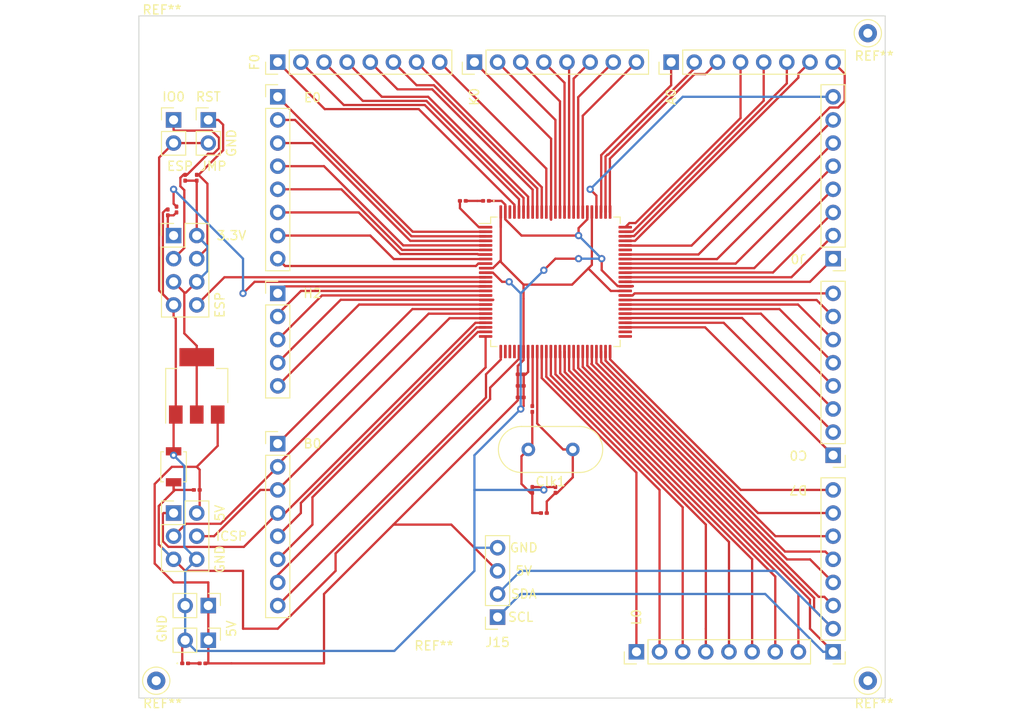
<source format=kicad_pcb>
(kicad_pcb (version 20171130) (host pcbnew 5.1.10)

  (general
    (thickness 1.6)
    (drawings 29)
    (tracks 513)
    (zones 0)
    (modules 42)
    (nets 100)
  )

  (page A4)
  (layers
    (0 F.Cu signal)
    (31 B.Cu signal)
    (32 B.Adhes user)
    (33 F.Adhes user)
    (34 B.Paste user)
    (35 F.Paste user)
    (36 B.SilkS user)
    (37 F.SilkS user)
    (38 B.Mask user)
    (39 F.Mask user)
    (40 Dwgs.User user)
    (41 Cmts.User user)
    (42 Eco1.User user)
    (43 Eco2.User user)
    (44 Edge.Cuts user)
    (45 Margin user)
    (46 B.CrtYd user)
    (47 F.CrtYd user)
    (48 B.Fab user)
    (49 F.Fab user)
  )

  (setup
    (last_trace_width 0.25)
    (trace_clearance 0.2)
    (zone_clearance 0.508)
    (zone_45_only no)
    (trace_min 0.2)
    (via_size 0.8)
    (via_drill 0.4)
    (via_min_size 0.4)
    (via_min_drill 0.3)
    (uvia_size 0.3)
    (uvia_drill 0.1)
    (uvias_allowed no)
    (uvia_min_size 0.2)
    (uvia_min_drill 0.1)
    (edge_width 0.05)
    (segment_width 0.2)
    (pcb_text_width 0.3)
    (pcb_text_size 1.5 1.5)
    (mod_edge_width 0.12)
    (mod_text_size 1 1)
    (mod_text_width 0.15)
    (pad_size 1.524 1.524)
    (pad_drill 0.762)
    (pad_to_mask_clearance 0.051)
    (solder_mask_min_width 0.25)
    (aux_axis_origin 0 0)
    (visible_elements FFFFFF7F)
    (pcbplotparams
      (layerselection 0x010fc_ffffffff)
      (usegerberextensions false)
      (usegerberattributes false)
      (usegerberadvancedattributes false)
      (creategerberjobfile false)
      (excludeedgelayer true)
      (linewidth 0.100000)
      (plotframeref false)
      (viasonmask false)
      (mode 1)
      (useauxorigin false)
      (hpglpennumber 1)
      (hpglpenspeed 20)
      (hpglpendiameter 15.000000)
      (psnegative false)
      (psa4output false)
      (plotreference true)
      (plotvalue true)
      (plotinvisibletext false)
      (padsonsilk false)
      (subtractmaskfromsilk false)
      (outputformat 1)
      (mirror false)
      (drillshape 0)
      (scaleselection 1)
      (outputdirectory ""))
  )

  (net 0 "")
  (net 1 "Net-(U1-Pad27)")
  (net 2 "Net-(U1-Pad28)")
  (net 3 "Net-(U1-Pad29)")
  (net 4 /RST)
  (net 5 "Net-(R2-Pad1)")
  (net 6 "Net-(C1-Pad1)")
  (net 7 "Net-(U1-Pad70)")
  (net 8 "Net-(U1-Pad98)")
  (net 9 "Net-(C2-Pad1)")
  (net 10 GND)
  (net 11 +5V)
  (net 12 "Net-(D1-Pad2)")
  (net 13 "Net-(D2-Pad2)")
  (net 14 /ESP_RX)
  (net 15 +3V3)
  (net 16 /ESP_TX)
  (net 17 "Net-(J3-Pad8)")
  (net 18 "Net-(J3-Pad7)")
  (net 19 "Net-(J3-Pad6)")
  (net 20 "Net-(J3-Pad5)")
  (net 21 "Net-(J3-Pad4)")
  (net 22 "Net-(J3-Pad3)")
  (net 23 "Net-(J3-Pad2)")
  (net 24 "Net-(J3-Pad1)")
  (net 25 "Net-(J4-Pad1)")
  (net 26 "Net-(J4-Pad2)")
  (net 27 "Net-(J4-Pad3)")
  (net 28 "Net-(J4-Pad4)")
  (net 29 "Net-(J4-Pad5)")
  (net 30 "Net-(J4-Pad6)")
  (net 31 "Net-(J4-Pad7)")
  (net 32 "Net-(J4-Pad8)")
  (net 33 "Net-(J5-Pad8)")
  (net 34 "Net-(J5-Pad7)")
  (net 35 "Net-(J5-Pad6)")
  (net 36 "Net-(J5-Pad5)")
  (net 37 "Net-(J5-Pad4)")
  (net 38 "Net-(J5-Pad3)")
  (net 39 "Net-(J5-Pad2)")
  (net 40 "Net-(J5-Pad1)")
  (net 41 "Net-(J6-Pad1)")
  (net 42 "Net-(J6-Pad2)")
  (net 43 "Net-(J6-Pad3)")
  (net 44 "Net-(J6-Pad4)")
  (net 45 "Net-(J6-Pad5)")
  (net 46 "Net-(J7-Pad8)")
  (net 47 "Net-(J7-Pad7)")
  (net 48 "Net-(J7-Pad6)")
  (net 49 "Net-(J7-Pad5)")
  (net 50 "Net-(J7-Pad4)")
  (net 51 "Net-(J7-Pad3)")
  (net 52 "Net-(J7-Pad2)")
  (net 53 "Net-(J7-Pad1)")
  (net 54 "Net-(J8-Pad1)")
  (net 55 /SCK)
  (net 56 /MOSI)
  (net 57 /MISO)
  (net 58 "Net-(J8-Pad5)")
  (net 59 "Net-(J8-Pad6)")
  (net 60 "Net-(J8-Pad7)")
  (net 61 "Net-(J8-Pad8)")
  (net 62 "Net-(J9-Pad1)")
  (net 63 "Net-(J9-Pad2)")
  (net 64 "Net-(J9-Pad3)")
  (net 65 "Net-(J9-Pad4)")
  (net 66 "Net-(J9-Pad5)")
  (net 67 "Net-(J9-Pad6)")
  (net 68 "Net-(J9-Pad7)")
  (net 69 "Net-(J9-Pad8)")
  (net 70 "Net-(J10-Pad3)")
  (net 71 "Net-(J10-Pad4)")
  (net 72 "Net-(J10-Pad5)")
  (net 73 "Net-(J10-Pad6)")
  (net 74 "Net-(J10-Pad7)")
  (net 75 "Net-(J10-Pad8)")
  (net 76 /PRGM_RX)
  (net 77 /PRGM_TX)
  (net 78 "Net-(J11-Pad3)")
  (net 79 "Net-(J11-Pad4)")
  (net 80 "Net-(J11-Pad5)")
  (net 81 "Net-(J11-Pad6)")
  (net 82 "Net-(J11-Pad7)")
  (net 83 "Net-(J11-Pad8)")
  (net 84 "Net-(J12-Pad8)")
  (net 85 "Net-(J12-Pad7)")
  (net 86 "Net-(J12-Pad6)")
  (net 87 "Net-(J12-Pad5)")
  (net 88 "Net-(J12-Pad4)")
  (net 89 "Net-(J12-Pad3)")
  (net 90 "Net-(J12-Pad2)")
  (net 91 "Net-(J12-Pad1)")
  (net 92 /TX2)
  (net 93 "Net-(R7-Pad2)")
  (net 94 /PG0)
  (net 95 /PG1)
  (net 96 /ESP_IO0)
  (net 97 /ESP_RST)
  (net 98 /SDA)
  (net 99 /SCL)

  (net_class Default "This is the default net class."
    (clearance 0.2)
    (trace_width 0.25)
    (via_dia 0.8)
    (via_drill 0.4)
    (uvia_dia 0.3)
    (uvia_drill 0.1)
    (add_net +3V3)
    (add_net +5V)
    (add_net /ESP_IO0)
    (add_net /ESP_RST)
    (add_net /ESP_RX)
    (add_net /ESP_TX)
    (add_net /MISO)
    (add_net /MOSI)
    (add_net /PG0)
    (add_net /PG1)
    (add_net /PRGM_RX)
    (add_net /PRGM_TX)
    (add_net /RST)
    (add_net /SCK)
    (add_net /SCL)
    (add_net /SDA)
    (add_net /TX2)
    (add_net GND)
    (add_net "Net-(C1-Pad1)")
    (add_net "Net-(C2-Pad1)")
    (add_net "Net-(D1-Pad2)")
    (add_net "Net-(D2-Pad2)")
    (add_net "Net-(J10-Pad3)")
    (add_net "Net-(J10-Pad4)")
    (add_net "Net-(J10-Pad5)")
    (add_net "Net-(J10-Pad6)")
    (add_net "Net-(J10-Pad7)")
    (add_net "Net-(J10-Pad8)")
    (add_net "Net-(J11-Pad3)")
    (add_net "Net-(J11-Pad4)")
    (add_net "Net-(J11-Pad5)")
    (add_net "Net-(J11-Pad6)")
    (add_net "Net-(J11-Pad7)")
    (add_net "Net-(J11-Pad8)")
    (add_net "Net-(J12-Pad1)")
    (add_net "Net-(J12-Pad2)")
    (add_net "Net-(J12-Pad3)")
    (add_net "Net-(J12-Pad4)")
    (add_net "Net-(J12-Pad5)")
    (add_net "Net-(J12-Pad6)")
    (add_net "Net-(J12-Pad7)")
    (add_net "Net-(J12-Pad8)")
    (add_net "Net-(J3-Pad1)")
    (add_net "Net-(J3-Pad2)")
    (add_net "Net-(J3-Pad3)")
    (add_net "Net-(J3-Pad4)")
    (add_net "Net-(J3-Pad5)")
    (add_net "Net-(J3-Pad6)")
    (add_net "Net-(J3-Pad7)")
    (add_net "Net-(J3-Pad8)")
    (add_net "Net-(J4-Pad1)")
    (add_net "Net-(J4-Pad2)")
    (add_net "Net-(J4-Pad3)")
    (add_net "Net-(J4-Pad4)")
    (add_net "Net-(J4-Pad5)")
    (add_net "Net-(J4-Pad6)")
    (add_net "Net-(J4-Pad7)")
    (add_net "Net-(J4-Pad8)")
    (add_net "Net-(J5-Pad1)")
    (add_net "Net-(J5-Pad2)")
    (add_net "Net-(J5-Pad3)")
    (add_net "Net-(J5-Pad4)")
    (add_net "Net-(J5-Pad5)")
    (add_net "Net-(J5-Pad6)")
    (add_net "Net-(J5-Pad7)")
    (add_net "Net-(J5-Pad8)")
    (add_net "Net-(J6-Pad1)")
    (add_net "Net-(J6-Pad2)")
    (add_net "Net-(J6-Pad3)")
    (add_net "Net-(J6-Pad4)")
    (add_net "Net-(J6-Pad5)")
    (add_net "Net-(J7-Pad1)")
    (add_net "Net-(J7-Pad2)")
    (add_net "Net-(J7-Pad3)")
    (add_net "Net-(J7-Pad4)")
    (add_net "Net-(J7-Pad5)")
    (add_net "Net-(J7-Pad6)")
    (add_net "Net-(J7-Pad7)")
    (add_net "Net-(J7-Pad8)")
    (add_net "Net-(J8-Pad1)")
    (add_net "Net-(J8-Pad5)")
    (add_net "Net-(J8-Pad6)")
    (add_net "Net-(J8-Pad7)")
    (add_net "Net-(J8-Pad8)")
    (add_net "Net-(J9-Pad1)")
    (add_net "Net-(J9-Pad2)")
    (add_net "Net-(J9-Pad3)")
    (add_net "Net-(J9-Pad4)")
    (add_net "Net-(J9-Pad5)")
    (add_net "Net-(J9-Pad6)")
    (add_net "Net-(J9-Pad7)")
    (add_net "Net-(J9-Pad8)")
    (add_net "Net-(R2-Pad1)")
    (add_net "Net-(R7-Pad2)")
    (add_net "Net-(U1-Pad27)")
    (add_net "Net-(U1-Pad28)")
    (add_net "Net-(U1-Pad29)")
    (add_net "Net-(U1-Pad70)")
    (add_net "Net-(U1-Pad98)")
  )

  (module TestPoint:TestPoint_Loop_D1.80mm_Drill1.0mm_Beaded (layer F.Cu) (tedit 5A0F774F) (tstamp 607B9702)
    (at 97.155 107.315)
    (descr "wire loop with bead as test point, loop diameter 1.8mm, hole diameter 1.0mm")
    (tags "test point wire loop bead")
    (fp_text reference REF** (at 0.7 2.5) (layer F.SilkS)
      (effects (font (size 1 1) (thickness 0.15)))
    )
    (fp_text value TestPoint_Loop_D1.80mm_Drill1.0mm_Beaded (at 0 -2.8) (layer F.Fab)
      (effects (font (size 1 1) (thickness 0.15)))
    )
    (fp_circle (center 0 0) (end 1.8 0) (layer F.CrtYd) (width 0.05))
    (fp_circle (center 0 0) (end 1.5 0) (layer F.SilkS) (width 0.12))
    (fp_line (start -0.9 -0.2) (end 0.9 -0.2) (layer F.Fab) (width 0.12))
    (fp_line (start 0.9 -0.2) (end 0.9 0.2) (layer F.Fab) (width 0.12))
    (fp_line (start 0.9 0.2) (end -0.9 0.2) (layer F.Fab) (width 0.12))
    (fp_line (start -0.9 0.2) (end -0.9 -0.2) (layer F.Fab) (width 0.12))
    (fp_circle (center 0 0) (end 1.3 0) (layer F.Fab) (width 0.12))
    (fp_text user %R (at 0.7 2.5) (layer F.Fab)
      (effects (font (size 1 1) (thickness 0.15)))
    )
    (pad 1 thru_hole circle (at 0 0) (size 2 2) (drill 1) (layers *.Cu *.Mask))
    (model ${KISYS3DMOD}/TestPoint.3dshapes/TestPoint_Loop_D1.80mm_Drill1.0mm_Beaded.wrl
      (at (xyz 0 0 0))
      (scale (xyz 1 1 1))
      (rotate (xyz 0 0 0))
    )
  )

  (module TestPoint:TestPoint_Loop_D1.80mm_Drill1.0mm_Beaded (layer F.Cu) (tedit 5A0F774F) (tstamp 607B96DD)
    (at 175.26 107.315)
    (descr "wire loop with bead as test point, loop diameter 1.8mm, hole diameter 1.0mm")
    (tags "test point wire loop bead")
    (fp_text reference REF** (at 0.7 2.5) (layer F.SilkS)
      (effects (font (size 1 1) (thickness 0.15)))
    )
    (fp_text value TestPoint_Loop_D1.80mm_Drill1.0mm_Beaded (at 0 -2.8) (layer F.Fab)
      (effects (font (size 1 1) (thickness 0.15)))
    )
    (fp_circle (center 0 0) (end 1.8 0) (layer F.CrtYd) (width 0.05))
    (fp_circle (center 0 0) (end 1.5 0) (layer F.SilkS) (width 0.12))
    (fp_line (start -0.9 -0.2) (end 0.9 -0.2) (layer F.Fab) (width 0.12))
    (fp_line (start 0.9 -0.2) (end 0.9 0.2) (layer F.Fab) (width 0.12))
    (fp_line (start 0.9 0.2) (end -0.9 0.2) (layer F.Fab) (width 0.12))
    (fp_line (start -0.9 0.2) (end -0.9 -0.2) (layer F.Fab) (width 0.12))
    (fp_circle (center 0 0) (end 1.3 0) (layer F.Fab) (width 0.12))
    (fp_text user %R (at 0.7 2.5) (layer F.Fab)
      (effects (font (size 1 1) (thickness 0.15)))
    )
    (pad 1 thru_hole circle (at 0 0) (size 2 2) (drill 1) (layers *.Cu *.Mask))
    (model ${KISYS3DMOD}/TestPoint.3dshapes/TestPoint_Loop_D1.80mm_Drill1.0mm_Beaded.wrl
      (at (xyz 0 0 0))
      (scale (xyz 1 1 1))
      (rotate (xyz 0 0 0))
    )
  )

  (module TestPoint:TestPoint_Loop_D1.80mm_Drill1.0mm_Beaded (layer F.Cu) (tedit 5A0F774F) (tstamp 607B96B8)
    (at 175.26 36.195)
    (descr "wire loop with bead as test point, loop diameter 1.8mm, hole diameter 1.0mm")
    (tags "test point wire loop bead")
    (fp_text reference REF** (at 0.7 2.5) (layer F.SilkS)
      (effects (font (size 1 1) (thickness 0.15)))
    )
    (fp_text value TestPoint_Loop_D1.80mm_Drill1.0mm_Beaded (at 0 -2.8) (layer F.Fab)
      (effects (font (size 1 1) (thickness 0.15)))
    )
    (fp_circle (center 0 0) (end 1.8 0) (layer F.CrtYd) (width 0.05))
    (fp_circle (center 0 0) (end 1.5 0) (layer F.SilkS) (width 0.12))
    (fp_line (start -0.9 -0.2) (end 0.9 -0.2) (layer F.Fab) (width 0.12))
    (fp_line (start 0.9 -0.2) (end 0.9 0.2) (layer F.Fab) (width 0.12))
    (fp_line (start 0.9 0.2) (end -0.9 0.2) (layer F.Fab) (width 0.12))
    (fp_line (start -0.9 0.2) (end -0.9 -0.2) (layer F.Fab) (width 0.12))
    (fp_circle (center 0 0) (end 1.3 0) (layer F.Fab) (width 0.12))
    (fp_text user %R (at 0.7 2.5) (layer F.Fab)
      (effects (font (size 1 1) (thickness 0.15)))
    )
    (pad 1 thru_hole circle (at 0 0) (size 2 2) (drill 1) (layers *.Cu *.Mask))
    (model ${KISYS3DMOD}/TestPoint.3dshapes/TestPoint_Loop_D1.80mm_Drill1.0mm_Beaded.wrl
      (at (xyz 0 0 0))
      (scale (xyz 1 1 1))
      (rotate (xyz 0 0 0))
    )
  )

  (module MountingHole:MountingHole_2.2mm_M2 (layer F.Cu) (tedit 56D1B4CB) (tstamp 607B9451)
    (at 127.635 106.68)
    (descr "Mounting Hole 2.2mm, no annular, M2")
    (tags "mounting hole 2.2mm no annular m2")
    (attr virtual)
    (fp_text reference REF** (at 0 -3.2) (layer F.SilkS)
      (effects (font (size 1 1) (thickness 0.15)))
    )
    (fp_text value MountingHole_2.2mm_M2 (at 0 3.2) (layer F.Fab)
      (effects (font (size 1 1) (thickness 0.15)))
    )
    (fp_circle (center 0 0) (end 2.2 0) (layer Cmts.User) (width 0.15))
    (fp_circle (center 0 0) (end 2.45 0) (layer F.CrtYd) (width 0.05))
    (fp_text user %R (at 0.3 0) (layer F.Fab)
      (effects (font (size 1 1) (thickness 0.15)))
    )
    (pad 1 np_thru_hole circle (at 0 0) (size 2.2 2.2) (drill 2.2) (layers *.Cu *.Mask))
  )

  (module MountingHole:MountingHole_2.2mm_M2 (layer F.Cu) (tedit 56D1B4CB) (tstamp 607B8332)
    (at 97.79 36.83)
    (descr "Mounting Hole 2.2mm, no annular, M2")
    (tags "mounting hole 2.2mm no annular m2")
    (attr virtual)
    (fp_text reference REF** (at 0 -3.2) (layer F.SilkS)
      (effects (font (size 1 1) (thickness 0.15)))
    )
    (fp_text value MountingHole_2.2mm_M2 (at 0 3.2) (layer F.Fab)
      (effects (font (size 1 1) (thickness 0.15)))
    )
    (fp_circle (center 0 0) (end 2.2 0) (layer Cmts.User) (width 0.15))
    (fp_circle (center 0 0) (end 2.45 0) (layer F.CrtYd) (width 0.05))
    (fp_text user %R (at 0.3 0) (layer F.Fab)
      (effects (font (size 1 1) (thickness 0.15)))
    )
    (pad 1 np_thru_hole circle (at 0 0) (size 2.2 2.2) (drill 2.2) (layers *.Cu *.Mask))
  )

  (module Crystal:Crystal_HC49-4H_Vertical (layer F.Cu) (tedit 5A1AD3B7) (tstamp 607AD071)
    (at 142.875 81.915 180)
    (descr "Crystal THT HC-49-4H http://5hertz.com/pdfs/04404_D.pdf")
    (tags "THT crystalHC-49-4H")
    (path /606E986E)
    (fp_text reference Clk1 (at 2.44 -3.525) (layer F.SilkS)
      (effects (font (size 1 1) (thickness 0.15)))
    )
    (fp_text value 16Mhz (at 2.44 3.525) (layer F.Fab)
      (effects (font (size 1 1) (thickness 0.15)))
    )
    (fp_line (start -0.76 -2.325) (end 5.64 -2.325) (layer F.Fab) (width 0.1))
    (fp_line (start -0.76 2.325) (end 5.64 2.325) (layer F.Fab) (width 0.1))
    (fp_line (start -0.56 -2) (end 5.44 -2) (layer F.Fab) (width 0.1))
    (fp_line (start -0.56 2) (end 5.44 2) (layer F.Fab) (width 0.1))
    (fp_line (start -0.76 -2.525) (end 5.64 -2.525) (layer F.SilkS) (width 0.12))
    (fp_line (start -0.76 2.525) (end 5.64 2.525) (layer F.SilkS) (width 0.12))
    (fp_line (start -3.6 -2.8) (end -3.6 2.8) (layer F.CrtYd) (width 0.05))
    (fp_line (start -3.6 2.8) (end 8.5 2.8) (layer F.CrtYd) (width 0.05))
    (fp_line (start 8.5 2.8) (end 8.5 -2.8) (layer F.CrtYd) (width 0.05))
    (fp_line (start 8.5 -2.8) (end -3.6 -2.8) (layer F.CrtYd) (width 0.05))
    (fp_arc (start 5.64 0) (end 5.64 -2.525) (angle 180) (layer F.SilkS) (width 0.12))
    (fp_arc (start -0.76 0) (end -0.76 -2.525) (angle -180) (layer F.SilkS) (width 0.12))
    (fp_arc (start 5.44 0) (end 5.44 -2) (angle 180) (layer F.Fab) (width 0.1))
    (fp_arc (start -0.56 0) (end -0.56 -2) (angle -180) (layer F.Fab) (width 0.1))
    (fp_arc (start 5.64 0) (end 5.64 -2.325) (angle 180) (layer F.Fab) (width 0.1))
    (fp_arc (start -0.76 0) (end -0.76 -2.325) (angle -180) (layer F.Fab) (width 0.1))
    (fp_text user %R (at 2.44 0) (layer F.Fab)
      (effects (font (size 1 1) (thickness 0.15)))
    )
    (pad 2 thru_hole circle (at 4.88 0 180) (size 1.5 1.5) (drill 0.8) (layers *.Cu *.Mask)
      (net 9 "Net-(C2-Pad1)"))
    (pad 1 thru_hole circle (at 0 0 180) (size 1.5 1.5) (drill 0.8) (layers *.Cu *.Mask)
      (net 6 "Net-(C1-Pad1)"))
    (model ${KISYS3DMOD}/Crystal.3dshapes/Crystal_HC49-4H_Vertical.wrl
      (at (xyz 0 0 0))
      (scale (xyz 1 1 1))
      (rotate (xyz 0 0 0))
    )
  )

  (module Resistor_SMD:R_0201_0603Metric (layer F.Cu) (tedit 5F68FEEE) (tstamp 6071371F)
    (at 98.425 55.88 90)
    (descr "Resistor SMD 0201 (0603 Metric), square (rectangular) end terminal, IPC_7351 nominal, (Body size source: https://www.vishay.com/docs/20052/crcw0201e3.pdf), generated with kicad-footprint-generator")
    (tags resistor)
    (path /60719C63)
    (attr smd)
    (fp_text reference R4 (at 0 -1.05 90) (layer F.SilkS) hide
      (effects (font (size 1 1) (thickness 0.15)))
    )
    (fp_text value 20K (at 0 1.05 90) (layer F.Fab)
      (effects (font (size 1 1) (thickness 0.15)))
    )
    (fp_line (start -0.3 0.15) (end -0.3 -0.15) (layer F.Fab) (width 0.1))
    (fp_line (start -0.3 -0.15) (end 0.3 -0.15) (layer F.Fab) (width 0.1))
    (fp_line (start 0.3 -0.15) (end 0.3 0.15) (layer F.Fab) (width 0.1))
    (fp_line (start 0.3 0.15) (end -0.3 0.15) (layer F.Fab) (width 0.1))
    (fp_line (start -0.7 0.35) (end -0.7 -0.35) (layer F.CrtYd) (width 0.05))
    (fp_line (start -0.7 -0.35) (end 0.7 -0.35) (layer F.CrtYd) (width 0.05))
    (fp_line (start 0.7 -0.35) (end 0.7 0.35) (layer F.CrtYd) (width 0.05))
    (fp_line (start 0.7 0.35) (end -0.7 0.35) (layer F.CrtYd) (width 0.05))
    (fp_text user %R (at 0 -0.68 90) (layer F.Fab)
      (effects (font (size 0.25 0.25) (thickness 0.04)))
    )
    (pad "" smd roundrect (at -0.345 0 90) (size 0.318 0.36) (layers F.Paste) (roundrect_rratio 0.25))
    (pad "" smd roundrect (at 0.345 0 90) (size 0.318 0.36) (layers F.Paste) (roundrect_rratio 0.25))
    (pad 1 smd roundrect (at -0.32 0 90) (size 0.46 0.4) (layers F.Cu F.Mask) (roundrect_rratio 0.25)
      (net 14 /ESP_RX))
    (pad 2 smd roundrect (at 0.32 0 90) (size 0.46 0.4) (layers F.Cu F.Mask) (roundrect_rratio 0.25)
      (net 10 GND))
    (model ${KISYS3DMOD}/Resistor_SMD.3dshapes/R_0201_0603Metric.wrl
      (at (xyz 0 0 0))
      (scale (xyz 1 1 1))
      (rotate (xyz 0 0 0))
    )
  )

  (module Resistor_SMD:R_0201_0603Metric (layer F.Cu) (tedit 5F68FEEE) (tstamp 60713741)
    (at 101.6 86.36 180)
    (descr "Resistor SMD 0201 (0603 Metric), square (rectangular) end terminal, IPC_7351 nominal, (Body size source: https://www.vishay.com/docs/20052/crcw0201e3.pdf), generated with kicad-footprint-generator")
    (tags resistor)
    (path /60D46142)
    (attr smd)
    (fp_text reference R8 (at 0 -1.05) (layer F.SilkS) hide
      (effects (font (size 1 1) (thickness 0.15)))
    )
    (fp_text value 10K (at 0 1.05) (layer F.Fab)
      (effects (font (size 1 1) (thickness 0.15)))
    )
    (fp_line (start 0.7 0.35) (end -0.7 0.35) (layer F.CrtYd) (width 0.05))
    (fp_line (start 0.7 -0.35) (end 0.7 0.35) (layer F.CrtYd) (width 0.05))
    (fp_line (start -0.7 -0.35) (end 0.7 -0.35) (layer F.CrtYd) (width 0.05))
    (fp_line (start -0.7 0.35) (end -0.7 -0.35) (layer F.CrtYd) (width 0.05))
    (fp_line (start 0.3 0.15) (end -0.3 0.15) (layer F.Fab) (width 0.1))
    (fp_line (start 0.3 -0.15) (end 0.3 0.15) (layer F.Fab) (width 0.1))
    (fp_line (start -0.3 -0.15) (end 0.3 -0.15) (layer F.Fab) (width 0.1))
    (fp_line (start -0.3 0.15) (end -0.3 -0.15) (layer F.Fab) (width 0.1))
    (fp_text user %R (at 0 -0.68) (layer F.Fab)
      (effects (font (size 0.25 0.25) (thickness 0.04)))
    )
    (pad 2 smd roundrect (at 0.32 0 180) (size 0.46 0.4) (layers F.Cu F.Mask) (roundrect_rratio 0.25)
      (net 4 /RST))
    (pad 1 smd roundrect (at -0.32 0 180) (size 0.46 0.4) (layers F.Cu F.Mask) (roundrect_rratio 0.25)
      (net 11 +5V))
    (pad "" smd roundrect (at 0.345 0 180) (size 0.318 0.36) (layers F.Paste) (roundrect_rratio 0.25))
    (pad "" smd roundrect (at -0.345 0 180) (size 0.318 0.36) (layers F.Paste) (roundrect_rratio 0.25))
    (model ${KISYS3DMOD}/Resistor_SMD.3dshapes/R_0201_0603Metric.wrl
      (at (xyz 0 0 0))
      (scale (xyz 1 1 1))
      (rotate (xyz 0 0 0))
    )
  )

  (module Connector_PinSocket_2.54mm:PinSocket_1x04_P2.54mm_Vertical (layer F.Cu) (tedit 5A19A429) (tstamp 607A9BBC)
    (at 134.62 100.33 180)
    (descr "Through hole straight socket strip, 1x04, 2.54mm pitch, single row (from Kicad 4.0.7), script generated")
    (tags "Through hole socket strip THT 1x04 2.54mm single row")
    (path /607E0A85)
    (fp_text reference J15 (at 0 -2.77) (layer F.SilkS)
      (effects (font (size 1 1) (thickness 0.15)))
    )
    (fp_text value Conn_01x04 (at 0 10.39) (layer F.Fab)
      (effects (font (size 1 1) (thickness 0.15)))
    )
    (fp_line (start -1.27 -1.27) (end 0.635 -1.27) (layer F.Fab) (width 0.1))
    (fp_line (start 0.635 -1.27) (end 1.27 -0.635) (layer F.Fab) (width 0.1))
    (fp_line (start 1.27 -0.635) (end 1.27 8.89) (layer F.Fab) (width 0.1))
    (fp_line (start 1.27 8.89) (end -1.27 8.89) (layer F.Fab) (width 0.1))
    (fp_line (start -1.27 8.89) (end -1.27 -1.27) (layer F.Fab) (width 0.1))
    (fp_line (start -1.33 1.27) (end 1.33 1.27) (layer F.SilkS) (width 0.12))
    (fp_line (start -1.33 1.27) (end -1.33 8.95) (layer F.SilkS) (width 0.12))
    (fp_line (start -1.33 8.95) (end 1.33 8.95) (layer F.SilkS) (width 0.12))
    (fp_line (start 1.33 1.27) (end 1.33 8.95) (layer F.SilkS) (width 0.12))
    (fp_line (start 1.33 -1.33) (end 1.33 0) (layer F.SilkS) (width 0.12))
    (fp_line (start 0 -1.33) (end 1.33 -1.33) (layer F.SilkS) (width 0.12))
    (fp_line (start -1.8 -1.8) (end 1.75 -1.8) (layer F.CrtYd) (width 0.05))
    (fp_line (start 1.75 -1.8) (end 1.75 9.4) (layer F.CrtYd) (width 0.05))
    (fp_line (start 1.75 9.4) (end -1.8 9.4) (layer F.CrtYd) (width 0.05))
    (fp_line (start -1.8 9.4) (end -1.8 -1.8) (layer F.CrtYd) (width 0.05))
    (fp_text user %R (at 0 3.81 90) (layer F.Fab)
      (effects (font (size 1 1) (thickness 0.15)))
    )
    (pad 4 thru_hole oval (at 0 7.62 180) (size 1.7 1.7) (drill 1) (layers *.Cu *.Mask)
      (net 10 GND))
    (pad 3 thru_hole oval (at 0 5.08 180) (size 1.7 1.7) (drill 1) (layers *.Cu *.Mask)
      (net 11 +5V))
    (pad 2 thru_hole oval (at 0 2.54 180) (size 1.7 1.7) (drill 1) (layers *.Cu *.Mask)
      (net 98 /SDA))
    (pad 1 thru_hole rect (at 0 0 180) (size 1.7 1.7) (drill 1) (layers *.Cu *.Mask)
      (net 99 /SCL))
    (model ${KISYS3DMOD}/Connector_PinSocket_2.54mm.3dshapes/PinSocket_1x04_P2.54mm_Vertical.wrl
      (at (xyz 0 0 0))
      (scale (xyz 1 1 1))
      (rotate (xyz 0 0 0))
    )
  )

  (module Package_QFP:TQFP-100_14x14mm_P0.5mm (layer F.Cu) (tedit 5D9F72B1) (tstamp 607137F7)
    (at 140.97 63.5)
    (descr "TQFP, 100 Pin (http://www.microsemi.com/index.php?option=com_docman&task=doc_download&gid=131095), generated with kicad-footprint-generator ipc_gullwing_generator.py")
    (tags "TQFP QFP")
    (path /606E4022)
    (attr smd)
    (fp_text reference U1 (at 0 -9.35) (layer F.SilkS) hide
      (effects (font (size 1 1) (thickness 0.15)))
    )
    (fp_text value ATmega2560-16AU (at 0 9.35) (layer F.Fab)
      (effects (font (size 1 1) (thickness 0.15)))
    )
    (fp_line (start 6.41 7.11) (end 7.11 7.11) (layer F.SilkS) (width 0.12))
    (fp_line (start 7.11 7.11) (end 7.11 6.41) (layer F.SilkS) (width 0.12))
    (fp_line (start -6.41 7.11) (end -7.11 7.11) (layer F.SilkS) (width 0.12))
    (fp_line (start -7.11 7.11) (end -7.11 6.41) (layer F.SilkS) (width 0.12))
    (fp_line (start 6.41 -7.11) (end 7.11 -7.11) (layer F.SilkS) (width 0.12))
    (fp_line (start 7.11 -7.11) (end 7.11 -6.41) (layer F.SilkS) (width 0.12))
    (fp_line (start -6.41 -7.11) (end -7.11 -7.11) (layer F.SilkS) (width 0.12))
    (fp_line (start -7.11 -7.11) (end -7.11 -6.41) (layer F.SilkS) (width 0.12))
    (fp_line (start -7.11 -6.41) (end -8.4 -6.41) (layer F.SilkS) (width 0.12))
    (fp_line (start -6 -7) (end 7 -7) (layer F.Fab) (width 0.1))
    (fp_line (start 7 -7) (end 7 7) (layer F.Fab) (width 0.1))
    (fp_line (start 7 7) (end -7 7) (layer F.Fab) (width 0.1))
    (fp_line (start -7 7) (end -7 -6) (layer F.Fab) (width 0.1))
    (fp_line (start -7 -6) (end -6 -7) (layer F.Fab) (width 0.1))
    (fp_line (start 0 -8.65) (end -6.4 -8.65) (layer F.CrtYd) (width 0.05))
    (fp_line (start -6.4 -8.65) (end -6.4 -7.25) (layer F.CrtYd) (width 0.05))
    (fp_line (start -6.4 -7.25) (end -7.25 -7.25) (layer F.CrtYd) (width 0.05))
    (fp_line (start -7.25 -7.25) (end -7.25 -6.4) (layer F.CrtYd) (width 0.05))
    (fp_line (start -7.25 -6.4) (end -8.65 -6.4) (layer F.CrtYd) (width 0.05))
    (fp_line (start -8.65 -6.4) (end -8.65 0) (layer F.CrtYd) (width 0.05))
    (fp_line (start 0 -8.65) (end 6.4 -8.65) (layer F.CrtYd) (width 0.05))
    (fp_line (start 6.4 -8.65) (end 6.4 -7.25) (layer F.CrtYd) (width 0.05))
    (fp_line (start 6.4 -7.25) (end 7.25 -7.25) (layer F.CrtYd) (width 0.05))
    (fp_line (start 7.25 -7.25) (end 7.25 -6.4) (layer F.CrtYd) (width 0.05))
    (fp_line (start 7.25 -6.4) (end 8.65 -6.4) (layer F.CrtYd) (width 0.05))
    (fp_line (start 8.65 -6.4) (end 8.65 0) (layer F.CrtYd) (width 0.05))
    (fp_line (start 0 8.65) (end -6.4 8.65) (layer F.CrtYd) (width 0.05))
    (fp_line (start -6.4 8.65) (end -6.4 7.25) (layer F.CrtYd) (width 0.05))
    (fp_line (start -6.4 7.25) (end -7.25 7.25) (layer F.CrtYd) (width 0.05))
    (fp_line (start -7.25 7.25) (end -7.25 6.4) (layer F.CrtYd) (width 0.05))
    (fp_line (start -7.25 6.4) (end -8.65 6.4) (layer F.CrtYd) (width 0.05))
    (fp_line (start -8.65 6.4) (end -8.65 0) (layer F.CrtYd) (width 0.05))
    (fp_line (start 0 8.65) (end 6.4 8.65) (layer F.CrtYd) (width 0.05))
    (fp_line (start 6.4 8.65) (end 6.4 7.25) (layer F.CrtYd) (width 0.05))
    (fp_line (start 6.4 7.25) (end 7.25 7.25) (layer F.CrtYd) (width 0.05))
    (fp_line (start 7.25 7.25) (end 7.25 6.4) (layer F.CrtYd) (width 0.05))
    (fp_line (start 7.25 6.4) (end 8.65 6.4) (layer F.CrtYd) (width 0.05))
    (fp_line (start 8.65 6.4) (end 8.65 0) (layer F.CrtYd) (width 0.05))
    (fp_text user %R (at 0 0) (layer F.Fab)
      (effects (font (size 1 1) (thickness 0.15)))
    )
    (pad 1 smd roundrect (at -7.6625 -6) (size 1.475 0.3) (layers F.Cu F.Paste F.Mask) (roundrect_rratio 0.25)
      (net 93 "Net-(R7-Pad2)"))
    (pad 2 smd roundrect (at -7.6625 -5.5) (size 1.475 0.3) (layers F.Cu F.Paste F.Mask) (roundrect_rratio 0.25)
      (net 76 /PRGM_RX))
    (pad 3 smd roundrect (at -7.6625 -5) (size 1.475 0.3) (layers F.Cu F.Paste F.Mask) (roundrect_rratio 0.25)
      (net 77 /PRGM_TX))
    (pad 4 smd roundrect (at -7.6625 -4.5) (size 1.475 0.3) (layers F.Cu F.Paste F.Mask) (roundrect_rratio 0.25)
      (net 78 "Net-(J11-Pad3)"))
    (pad 5 smd roundrect (at -7.6625 -4) (size 1.475 0.3) (layers F.Cu F.Paste F.Mask) (roundrect_rratio 0.25)
      (net 79 "Net-(J11-Pad4)"))
    (pad 6 smd roundrect (at -7.6625 -3.5) (size 1.475 0.3) (layers F.Cu F.Paste F.Mask) (roundrect_rratio 0.25)
      (net 80 "Net-(J11-Pad5)"))
    (pad 7 smd roundrect (at -7.6625 -3) (size 1.475 0.3) (layers F.Cu F.Paste F.Mask) (roundrect_rratio 0.25)
      (net 81 "Net-(J11-Pad6)"))
    (pad 8 smd roundrect (at -7.6625 -2.5) (size 1.475 0.3) (layers F.Cu F.Paste F.Mask) (roundrect_rratio 0.25)
      (net 82 "Net-(J11-Pad7)"))
    (pad 9 smd roundrect (at -7.6625 -2) (size 1.475 0.3) (layers F.Cu F.Paste F.Mask) (roundrect_rratio 0.25)
      (net 83 "Net-(J11-Pad8)"))
    (pad 10 smd roundrect (at -7.6625 -1.5) (size 1.475 0.3) (layers F.Cu F.Paste F.Mask) (roundrect_rratio 0.25)
      (net 11 +5V))
    (pad 11 smd roundrect (at -7.6625 -1) (size 1.475 0.3) (layers F.Cu F.Paste F.Mask) (roundrect_rratio 0.25)
      (net 10 GND))
    (pad 12 smd roundrect (at -7.6625 -0.5) (size 1.475 0.3) (layers F.Cu F.Paste F.Mask) (roundrect_rratio 0.25)
      (net 16 /ESP_TX))
    (pad 13 smd roundrect (at -7.6625 0) (size 1.475 0.3) (layers F.Cu F.Paste F.Mask) (roundrect_rratio 0.25)
      (net 92 /TX2))
    (pad 14 smd roundrect (at -7.6625 0.5) (size 1.475 0.3) (layers F.Cu F.Paste F.Mask) (roundrect_rratio 0.25)
      (net 41 "Net-(J6-Pad1)"))
    (pad 15 smd roundrect (at -7.6625 1) (size 1.475 0.3) (layers F.Cu F.Paste F.Mask) (roundrect_rratio 0.25)
      (net 42 "Net-(J6-Pad2)"))
    (pad 16 smd roundrect (at -7.6625 1.5) (size 1.475 0.3) (layers F.Cu F.Paste F.Mask) (roundrect_rratio 0.25)
      (net 43 "Net-(J6-Pad3)"))
    (pad 17 smd roundrect (at -7.6625 2) (size 1.475 0.3) (layers F.Cu F.Paste F.Mask) (roundrect_rratio 0.25)
      (net 44 "Net-(J6-Pad4)"))
    (pad 18 smd roundrect (at -7.6625 2.5) (size 1.475 0.3) (layers F.Cu F.Paste F.Mask) (roundrect_rratio 0.25)
      (net 45 "Net-(J6-Pad5)"))
    (pad 19 smd roundrect (at -7.6625 3) (size 1.475 0.3) (layers F.Cu F.Paste F.Mask) (roundrect_rratio 0.25)
      (net 54 "Net-(J8-Pad1)"))
    (pad 20 smd roundrect (at -7.6625 3.5) (size 1.475 0.3) (layers F.Cu F.Paste F.Mask) (roundrect_rratio 0.25)
      (net 55 /SCK))
    (pad 21 smd roundrect (at -7.6625 4) (size 1.475 0.3) (layers F.Cu F.Paste F.Mask) (roundrect_rratio 0.25)
      (net 56 /MOSI))
    (pad 22 smd roundrect (at -7.6625 4.5) (size 1.475 0.3) (layers F.Cu F.Paste F.Mask) (roundrect_rratio 0.25)
      (net 57 /MISO))
    (pad 23 smd roundrect (at -7.6625 5) (size 1.475 0.3) (layers F.Cu F.Paste F.Mask) (roundrect_rratio 0.25)
      (net 58 "Net-(J8-Pad5)"))
    (pad 24 smd roundrect (at -7.6625 5.5) (size 1.475 0.3) (layers F.Cu F.Paste F.Mask) (roundrect_rratio 0.25)
      (net 59 "Net-(J8-Pad6)"))
    (pad 25 smd roundrect (at -7.6625 6) (size 1.475 0.3) (layers F.Cu F.Paste F.Mask) (roundrect_rratio 0.25)
      (net 60 "Net-(J8-Pad7)"))
    (pad 26 smd roundrect (at -6 7.6625) (size 0.3 1.475) (layers F.Cu F.Paste F.Mask) (roundrect_rratio 0.25)
      (net 61 "Net-(J8-Pad8)"))
    (pad 27 smd roundrect (at -5.5 7.6625) (size 0.3 1.475) (layers F.Cu F.Paste F.Mask) (roundrect_rratio 0.25)
      (net 1 "Net-(U1-Pad27)"))
    (pad 28 smd roundrect (at -5 7.6625) (size 0.3 1.475) (layers F.Cu F.Paste F.Mask) (roundrect_rratio 0.25)
      (net 2 "Net-(U1-Pad28)"))
    (pad 29 smd roundrect (at -4.5 7.6625) (size 0.3 1.475) (layers F.Cu F.Paste F.Mask) (roundrect_rratio 0.25)
      (net 3 "Net-(U1-Pad29)"))
    (pad 30 smd roundrect (at -4 7.6625) (size 0.3 1.475) (layers F.Cu F.Paste F.Mask) (roundrect_rratio 0.25)
      (net 4 /RST))
    (pad 31 smd roundrect (at -3.5 7.6625) (size 0.3 1.475) (layers F.Cu F.Paste F.Mask) (roundrect_rratio 0.25)
      (net 11 +5V))
    (pad 32 smd roundrect (at -3 7.6625) (size 0.3 1.475) (layers F.Cu F.Paste F.Mask) (roundrect_rratio 0.25)
      (net 10 GND))
    (pad 33 smd roundrect (at -2.5 7.6625) (size 0.3 1.475) (layers F.Cu F.Paste F.Mask) (roundrect_rratio 0.25)
      (net 5 "Net-(R2-Pad1)"))
    (pad 34 smd roundrect (at -2 7.6625) (size 0.3 1.475) (layers F.Cu F.Paste F.Mask) (roundrect_rratio 0.25)
      (net 6 "Net-(C1-Pad1)"))
    (pad 35 smd roundrect (at -1.5 7.6625) (size 0.3 1.475) (layers F.Cu F.Paste F.Mask) (roundrect_rratio 0.25)
      (net 24 "Net-(J3-Pad1)"))
    (pad 36 smd roundrect (at -1 7.6625) (size 0.3 1.475) (layers F.Cu F.Paste F.Mask) (roundrect_rratio 0.25)
      (net 23 "Net-(J3-Pad2)"))
    (pad 37 smd roundrect (at -0.5 7.6625) (size 0.3 1.475) (layers F.Cu F.Paste F.Mask) (roundrect_rratio 0.25)
      (net 22 "Net-(J3-Pad3)"))
    (pad 38 smd roundrect (at 0 7.6625) (size 0.3 1.475) (layers F.Cu F.Paste F.Mask) (roundrect_rratio 0.25)
      (net 21 "Net-(J3-Pad4)"))
    (pad 39 smd roundrect (at 0.5 7.6625) (size 0.3 1.475) (layers F.Cu F.Paste F.Mask) (roundrect_rratio 0.25)
      (net 20 "Net-(J3-Pad5)"))
    (pad 40 smd roundrect (at 1 7.6625) (size 0.3 1.475) (layers F.Cu F.Paste F.Mask) (roundrect_rratio 0.25)
      (net 19 "Net-(J3-Pad6)"))
    (pad 41 smd roundrect (at 1.5 7.6625) (size 0.3 1.475) (layers F.Cu F.Paste F.Mask) (roundrect_rratio 0.25)
      (net 18 "Net-(J3-Pad7)"))
    (pad 42 smd roundrect (at 2 7.6625) (size 0.3 1.475) (layers F.Cu F.Paste F.Mask) (roundrect_rratio 0.25)
      (net 17 "Net-(J3-Pad8)"))
    (pad 43 smd roundrect (at 2.5 7.6625) (size 0.3 1.475) (layers F.Cu F.Paste F.Mask) (roundrect_rratio 0.25)
      (net 99 /SCL))
    (pad 44 smd roundrect (at 3 7.6625) (size 0.3 1.475) (layers F.Cu F.Paste F.Mask) (roundrect_rratio 0.25)
      (net 98 /SDA))
    (pad 45 smd roundrect (at 3.5 7.6625) (size 0.3 1.475) (layers F.Cu F.Paste F.Mask) (roundrect_rratio 0.25)
      (net 70 "Net-(J10-Pad3)"))
    (pad 46 smd roundrect (at 4 7.6625) (size 0.3 1.475) (layers F.Cu F.Paste F.Mask) (roundrect_rratio 0.25)
      (net 71 "Net-(J10-Pad4)"))
    (pad 47 smd roundrect (at 4.5 7.6625) (size 0.3 1.475) (layers F.Cu F.Paste F.Mask) (roundrect_rratio 0.25)
      (net 72 "Net-(J10-Pad5)"))
    (pad 48 smd roundrect (at 5 7.6625) (size 0.3 1.475) (layers F.Cu F.Paste F.Mask) (roundrect_rratio 0.25)
      (net 73 "Net-(J10-Pad6)"))
    (pad 49 smd roundrect (at 5.5 7.6625) (size 0.3 1.475) (layers F.Cu F.Paste F.Mask) (roundrect_rratio 0.25)
      (net 74 "Net-(J10-Pad7)"))
    (pad 50 smd roundrect (at 6 7.6625) (size 0.3 1.475) (layers F.Cu F.Paste F.Mask) (roundrect_rratio 0.25)
      (net 75 "Net-(J10-Pad8)"))
    (pad 51 smd roundrect (at 7.6625 6) (size 1.475 0.3) (layers F.Cu F.Paste F.Mask) (roundrect_rratio 0.25)
      (net 94 /PG0))
    (pad 52 smd roundrect (at 7.6625 5.5) (size 1.475 0.3) (layers F.Cu F.Paste F.Mask) (roundrect_rratio 0.25)
      (net 95 /PG1))
    (pad 53 smd roundrect (at 7.6625 5) (size 1.475 0.3) (layers F.Cu F.Paste F.Mask) (roundrect_rratio 0.25)
      (net 62 "Net-(J9-Pad1)"))
    (pad 54 smd roundrect (at 7.6625 4.5) (size 1.475 0.3) (layers F.Cu F.Paste F.Mask) (roundrect_rratio 0.25)
      (net 63 "Net-(J9-Pad2)"))
    (pad 55 smd roundrect (at 7.6625 4) (size 1.475 0.3) (layers F.Cu F.Paste F.Mask) (roundrect_rratio 0.25)
      (net 64 "Net-(J9-Pad3)"))
    (pad 56 smd roundrect (at 7.6625 3.5) (size 1.475 0.3) (layers F.Cu F.Paste F.Mask) (roundrect_rratio 0.25)
      (net 65 "Net-(J9-Pad4)"))
    (pad 57 smd roundrect (at 7.6625 3) (size 1.475 0.3) (layers F.Cu F.Paste F.Mask) (roundrect_rratio 0.25)
      (net 66 "Net-(J9-Pad5)"))
    (pad 58 smd roundrect (at 7.6625 2.5) (size 1.475 0.3) (layers F.Cu F.Paste F.Mask) (roundrect_rratio 0.25)
      (net 67 "Net-(J9-Pad6)"))
    (pad 59 smd roundrect (at 7.6625 2) (size 1.475 0.3) (layers F.Cu F.Paste F.Mask) (roundrect_rratio 0.25)
      (net 68 "Net-(J9-Pad7)"))
    (pad 60 smd roundrect (at 7.6625 1.5) (size 1.475 0.3) (layers F.Cu F.Paste F.Mask) (roundrect_rratio 0.25)
      (net 69 "Net-(J9-Pad8)"))
    (pad 61 smd roundrect (at 7.6625 1) (size 1.475 0.3) (layers F.Cu F.Paste F.Mask) (roundrect_rratio 0.25)
      (net 11 +5V))
    (pad 62 smd roundrect (at 7.6625 0.5) (size 1.475 0.3) (layers F.Cu F.Paste F.Mask) (roundrect_rratio 0.25)
      (net 10 GND))
    (pad 63 smd roundrect (at 7.6625 0) (size 1.475 0.3) (layers F.Cu F.Paste F.Mask) (roundrect_rratio 0.25)
      (net 40 "Net-(J5-Pad1)"))
    (pad 64 smd roundrect (at 7.6625 -0.5) (size 1.475 0.3) (layers F.Cu F.Paste F.Mask) (roundrect_rratio 0.25)
      (net 39 "Net-(J5-Pad2)"))
    (pad 65 smd roundrect (at 7.6625 -1) (size 1.475 0.3) (layers F.Cu F.Paste F.Mask) (roundrect_rratio 0.25)
      (net 38 "Net-(J5-Pad3)"))
    (pad 66 smd roundrect (at 7.6625 -1.5) (size 1.475 0.3) (layers F.Cu F.Paste F.Mask) (roundrect_rratio 0.25)
      (net 37 "Net-(J5-Pad4)"))
    (pad 67 smd roundrect (at 7.6625 -2) (size 1.475 0.3) (layers F.Cu F.Paste F.Mask) (roundrect_rratio 0.25)
      (net 36 "Net-(J5-Pad5)"))
    (pad 68 smd roundrect (at 7.6625 -2.5) (size 1.475 0.3) (layers F.Cu F.Paste F.Mask) (roundrect_rratio 0.25)
      (net 35 "Net-(J5-Pad6)"))
    (pad 69 smd roundrect (at 7.6625 -3) (size 1.475 0.3) (layers F.Cu F.Paste F.Mask) (roundrect_rratio 0.25)
      (net 34 "Net-(J5-Pad7)"))
    (pad 70 smd roundrect (at 7.6625 -3.5) (size 1.475 0.3) (layers F.Cu F.Paste F.Mask) (roundrect_rratio 0.25)
      (net 7 "Net-(U1-Pad70)"))
    (pad 71 smd roundrect (at 7.6625 -4) (size 1.475 0.3) (layers F.Cu F.Paste F.Mask) (roundrect_rratio 0.25)
      (net 46 "Net-(J7-Pad8)"))
    (pad 72 smd roundrect (at 7.6625 -4.5) (size 1.475 0.3) (layers F.Cu F.Paste F.Mask) (roundrect_rratio 0.25)
      (net 47 "Net-(J7-Pad7)"))
    (pad 73 smd roundrect (at 7.6625 -5) (size 1.475 0.3) (layers F.Cu F.Paste F.Mask) (roundrect_rratio 0.25)
      (net 48 "Net-(J7-Pad6)"))
    (pad 74 smd roundrect (at 7.6625 -5.5) (size 1.475 0.3) (layers F.Cu F.Paste F.Mask) (roundrect_rratio 0.25)
      (net 49 "Net-(J7-Pad5)"))
    (pad 75 smd roundrect (at 7.6625 -6) (size 1.475 0.3) (layers F.Cu F.Paste F.Mask) (roundrect_rratio 0.25)
      (net 50 "Net-(J7-Pad4)"))
    (pad 76 smd roundrect (at 6 -7.6625) (size 0.3 1.475) (layers F.Cu F.Paste F.Mask) (roundrect_rratio 0.25)
      (net 51 "Net-(J7-Pad3)"))
    (pad 77 smd roundrect (at 5.5 -7.6625) (size 0.3 1.475) (layers F.Cu F.Paste F.Mask) (roundrect_rratio 0.25)
      (net 52 "Net-(J7-Pad2)"))
    (pad 78 smd roundrect (at 5 -7.6625) (size 0.3 1.475) (layers F.Cu F.Paste F.Mask) (roundrect_rratio 0.25)
      (net 53 "Net-(J7-Pad1)"))
    (pad 79 smd roundrect (at 4.5 -7.6625) (size 0.3 1.475) (layers F.Cu F.Paste F.Mask) (roundrect_rratio 0.25)
      (net 33 "Net-(J5-Pad8)"))
    (pad 80 smd roundrect (at 4 -7.6625) (size 0.3 1.475) (layers F.Cu F.Paste F.Mask) (roundrect_rratio 0.25)
      (net 11 +5V))
    (pad 81 smd roundrect (at 3.5 -7.6625) (size 0.3 1.475) (layers F.Cu F.Paste F.Mask) (roundrect_rratio 0.25)
      (net 10 GND))
    (pad 82 smd roundrect (at 3 -7.6625) (size 0.3 1.475) (layers F.Cu F.Paste F.Mask) (roundrect_rratio 0.25)
      (net 32 "Net-(J4-Pad8)"))
    (pad 83 smd roundrect (at 2.5 -7.6625) (size 0.3 1.475) (layers F.Cu F.Paste F.Mask) (roundrect_rratio 0.25)
      (net 31 "Net-(J4-Pad7)"))
    (pad 84 smd roundrect (at 2 -7.6625) (size 0.3 1.475) (layers F.Cu F.Paste F.Mask) (roundrect_rratio 0.25)
      (net 30 "Net-(J4-Pad6)"))
    (pad 85 smd roundrect (at 1.5 -7.6625) (size 0.3 1.475) (layers F.Cu F.Paste F.Mask) (roundrect_rratio 0.25)
      (net 29 "Net-(J4-Pad5)"))
    (pad 86 smd roundrect (at 1 -7.6625) (size 0.3 1.475) (layers F.Cu F.Paste F.Mask) (roundrect_rratio 0.25)
      (net 28 "Net-(J4-Pad4)"))
    (pad 87 smd roundrect (at 0.5 -7.6625) (size 0.3 1.475) (layers F.Cu F.Paste F.Mask) (roundrect_rratio 0.25)
      (net 27 "Net-(J4-Pad3)"))
    (pad 88 smd roundrect (at 0 -7.6625) (size 0.3 1.475) (layers F.Cu F.Paste F.Mask) (roundrect_rratio 0.25)
      (net 26 "Net-(J4-Pad2)"))
    (pad 89 smd roundrect (at -0.5 -7.6625) (size 0.3 1.475) (layers F.Cu F.Paste F.Mask) (roundrect_rratio 0.25)
      (net 25 "Net-(J4-Pad1)"))
    (pad 90 smd roundrect (at -1 -7.6625) (size 0.3 1.475) (layers F.Cu F.Paste F.Mask) (roundrect_rratio 0.25)
      (net 84 "Net-(J12-Pad8)"))
    (pad 91 smd roundrect (at -1.5 -7.6625) (size 0.3 1.475) (layers F.Cu F.Paste F.Mask) (roundrect_rratio 0.25)
      (net 85 "Net-(J12-Pad7)"))
    (pad 92 smd roundrect (at -2 -7.6625) (size 0.3 1.475) (layers F.Cu F.Paste F.Mask) (roundrect_rratio 0.25)
      (net 86 "Net-(J12-Pad6)"))
    (pad 93 smd roundrect (at -2.5 -7.6625) (size 0.3 1.475) (layers F.Cu F.Paste F.Mask) (roundrect_rratio 0.25)
      (net 87 "Net-(J12-Pad5)"))
    (pad 94 smd roundrect (at -3 -7.6625) (size 0.3 1.475) (layers F.Cu F.Paste F.Mask) (roundrect_rratio 0.25)
      (net 88 "Net-(J12-Pad4)"))
    (pad 95 smd roundrect (at -3.5 -7.6625) (size 0.3 1.475) (layers F.Cu F.Paste F.Mask) (roundrect_rratio 0.25)
      (net 89 "Net-(J12-Pad3)"))
    (pad 96 smd roundrect (at -4 -7.6625) (size 0.3 1.475) (layers F.Cu F.Paste F.Mask) (roundrect_rratio 0.25)
      (net 90 "Net-(J12-Pad2)"))
    (pad 97 smd roundrect (at -4.5 -7.6625) (size 0.3 1.475) (layers F.Cu F.Paste F.Mask) (roundrect_rratio 0.25)
      (net 91 "Net-(J12-Pad1)"))
    (pad 98 smd roundrect (at -5 -7.6625) (size 0.3 1.475) (layers F.Cu F.Paste F.Mask) (roundrect_rratio 0.25)
      (net 8 "Net-(U1-Pad98)"))
    (pad 99 smd roundrect (at -5.5 -7.6625) (size 0.3 1.475) (layers F.Cu F.Paste F.Mask) (roundrect_rratio 0.25)
      (net 10 GND))
    (pad 100 smd roundrect (at -6 -7.6625) (size 0.3 1.475) (layers F.Cu F.Paste F.Mask) (roundrect_rratio 0.25)
      (net 11 +5V))
    (model ${KISYS3DMOD}/Package_QFP.3dshapes/TQFP-100_14x14mm_P0.5mm.wrl
      (at (xyz 0 0 0))
      (scale (xyz 1 1 1))
      (rotate (xyz 0 0 0))
    )
  )

  (module Connector_PinHeader_2.54mm:PinHeader_1x02_P2.54mm_Vertical (layer F.Cu) (tedit 59FED5CC) (tstamp 6070DF07)
    (at 102.87 45.72)
    (descr "Through hole straight pin header, 1x02, 2.54mm pitch, single row")
    (tags "Through hole pin header THT 1x02 2.54mm single row")
    (path /607B9B49)
    (fp_text reference JP2 (at 0 -2.33) (layer F.SilkS) hide
      (effects (font (size 1 1) (thickness 0.15)))
    )
    (fp_text value RST_JMP (at 0 4.87) (layer F.Fab)
      (effects (font (size 1 1) (thickness 0.15)))
    )
    (fp_line (start -0.635 -1.27) (end 1.27 -1.27) (layer F.Fab) (width 0.1))
    (fp_line (start 1.27 -1.27) (end 1.27 3.81) (layer F.Fab) (width 0.1))
    (fp_line (start 1.27 3.81) (end -1.27 3.81) (layer F.Fab) (width 0.1))
    (fp_line (start -1.27 3.81) (end -1.27 -0.635) (layer F.Fab) (width 0.1))
    (fp_line (start -1.27 -0.635) (end -0.635 -1.27) (layer F.Fab) (width 0.1))
    (fp_line (start -1.33 3.87) (end 1.33 3.87) (layer F.SilkS) (width 0.12))
    (fp_line (start -1.33 1.27) (end -1.33 3.87) (layer F.SilkS) (width 0.12))
    (fp_line (start 1.33 1.27) (end 1.33 3.87) (layer F.SilkS) (width 0.12))
    (fp_line (start -1.33 1.27) (end 1.33 1.27) (layer F.SilkS) (width 0.12))
    (fp_line (start -1.33 0) (end -1.33 -1.33) (layer F.SilkS) (width 0.12))
    (fp_line (start -1.33 -1.33) (end 0 -1.33) (layer F.SilkS) (width 0.12))
    (fp_line (start -1.8 -1.8) (end -1.8 4.35) (layer F.CrtYd) (width 0.05))
    (fp_line (start -1.8 4.35) (end 1.8 4.35) (layer F.CrtYd) (width 0.05))
    (fp_line (start 1.8 4.35) (end 1.8 -1.8) (layer F.CrtYd) (width 0.05))
    (fp_line (start 1.8 -1.8) (end -1.8 -1.8) (layer F.CrtYd) (width 0.05))
    (fp_text user %R (at 0 1.27 90) (layer F.Fab)
      (effects (font (size 1 1) (thickness 0.15)))
    )
    (pad 2 thru_hole oval (at 0 2.54) (size 1.7 1.7) (drill 1) (layers *.Cu *.Mask)
      (net 10 GND))
    (pad 1 thru_hole rect (at 0 0) (size 1.7 1.7) (drill 1) (layers *.Cu *.Mask)
      (net 97 /ESP_RST))
    (model ${KISYS3DMOD}/Connector_PinHeader_2.54mm.3dshapes/PinHeader_1x02_P2.54mm_Vertical.wrl
      (at (xyz 0 0 0))
      (scale (xyz 1 1 1))
      (rotate (xyz 0 0 0))
    )
  )

  (module Connector_PinHeader_2.54mm:PinHeader_1x02_P2.54mm_Vertical (layer F.Cu) (tedit 59FED5CC) (tstamp 6070DEF1)
    (at 99.06 45.72)
    (descr "Through hole straight pin header, 1x02, 2.54mm pitch, single row")
    (tags "Through hole pin header THT 1x02 2.54mm single row")
    (path /60797A65)
    (fp_text reference JP1 (at 0 -2.33) (layer F.SilkS) hide
      (effects (font (size 1 1) (thickness 0.15)))
    )
    (fp_text value IO0_JMP (at 0 4.87) (layer F.Fab)
      (effects (font (size 1 1) (thickness 0.15)))
    )
    (fp_line (start -0.635 -1.27) (end 1.27 -1.27) (layer F.Fab) (width 0.1))
    (fp_line (start 1.27 -1.27) (end 1.27 3.81) (layer F.Fab) (width 0.1))
    (fp_line (start 1.27 3.81) (end -1.27 3.81) (layer F.Fab) (width 0.1))
    (fp_line (start -1.27 3.81) (end -1.27 -0.635) (layer F.Fab) (width 0.1))
    (fp_line (start -1.27 -0.635) (end -0.635 -1.27) (layer F.Fab) (width 0.1))
    (fp_line (start -1.33 3.87) (end 1.33 3.87) (layer F.SilkS) (width 0.12))
    (fp_line (start -1.33 1.27) (end -1.33 3.87) (layer F.SilkS) (width 0.12))
    (fp_line (start 1.33 1.27) (end 1.33 3.87) (layer F.SilkS) (width 0.12))
    (fp_line (start -1.33 1.27) (end 1.33 1.27) (layer F.SilkS) (width 0.12))
    (fp_line (start -1.33 0) (end -1.33 -1.33) (layer F.SilkS) (width 0.12))
    (fp_line (start -1.33 -1.33) (end 0 -1.33) (layer F.SilkS) (width 0.12))
    (fp_line (start -1.8 -1.8) (end -1.8 4.35) (layer F.CrtYd) (width 0.05))
    (fp_line (start -1.8 4.35) (end 1.8 4.35) (layer F.CrtYd) (width 0.05))
    (fp_line (start 1.8 4.35) (end 1.8 -1.8) (layer F.CrtYd) (width 0.05))
    (fp_line (start 1.8 -1.8) (end -1.8 -1.8) (layer F.CrtYd) (width 0.05))
    (fp_text user %R (at 0 1.27 90) (layer F.Fab)
      (effects (font (size 1 1) (thickness 0.15)))
    )
    (pad 2 thru_hole oval (at 0 2.54) (size 1.7 1.7) (drill 1) (layers *.Cu *.Mask)
      (net 10 GND))
    (pad 1 thru_hole rect (at 0 0) (size 1.7 1.7) (drill 1) (layers *.Cu *.Mask)
      (net 96 /ESP_IO0))
    (model ${KISYS3DMOD}/Connector_PinHeader_2.54mm.3dshapes/PinHeader_1x02_P2.54mm_Vertical.wrl
      (at (xyz 0 0 0))
      (scale (xyz 1 1 1))
      (rotate (xyz 0 0 0))
    )
  )

  (module Connector_PinHeader_2.54mm:PinHeader_2x04_P2.54mm_Vertical (layer F.Cu) (tedit 59FED5CC) (tstamp 6071EC00)
    (at 99.06 58.42)
    (descr "Through hole straight pin header, 2x04, 2.54mm pitch, double rows")
    (tags "Through hole pin header THT 2x04 2.54mm double row")
    (path /611926C1)
    (fp_text reference J2 (at 1.27 -2.33) (layer F.SilkS) hide
      (effects (font (size 1 1) (thickness 0.15)))
    )
    (fp_text value ESP8266_CONN (at 1.27 9.95) (layer F.Fab)
      (effects (font (size 1 1) (thickness 0.15)))
    )
    (fp_line (start 0 -1.27) (end 3.81 -1.27) (layer F.Fab) (width 0.1))
    (fp_line (start 3.81 -1.27) (end 3.81 8.89) (layer F.Fab) (width 0.1))
    (fp_line (start 3.81 8.89) (end -1.27 8.89) (layer F.Fab) (width 0.1))
    (fp_line (start -1.27 8.89) (end -1.27 0) (layer F.Fab) (width 0.1))
    (fp_line (start -1.27 0) (end 0 -1.27) (layer F.Fab) (width 0.1))
    (fp_line (start -1.33 8.95) (end 3.87 8.95) (layer F.SilkS) (width 0.12))
    (fp_line (start -1.33 1.27) (end -1.33 8.95) (layer F.SilkS) (width 0.12))
    (fp_line (start 3.87 -1.33) (end 3.87 8.95) (layer F.SilkS) (width 0.12))
    (fp_line (start -1.33 1.27) (end 1.27 1.27) (layer F.SilkS) (width 0.12))
    (fp_line (start 1.27 1.27) (end 1.27 -1.33) (layer F.SilkS) (width 0.12))
    (fp_line (start 1.27 -1.33) (end 3.87 -1.33) (layer F.SilkS) (width 0.12))
    (fp_line (start -1.33 0) (end -1.33 -1.33) (layer F.SilkS) (width 0.12))
    (fp_line (start -1.33 -1.33) (end 0 -1.33) (layer F.SilkS) (width 0.12))
    (fp_line (start -1.8 -1.8) (end -1.8 9.4) (layer F.CrtYd) (width 0.05))
    (fp_line (start -1.8 9.4) (end 4.35 9.4) (layer F.CrtYd) (width 0.05))
    (fp_line (start 4.35 9.4) (end 4.35 -1.8) (layer F.CrtYd) (width 0.05))
    (fp_line (start 4.35 -1.8) (end -1.8 -1.8) (layer F.CrtYd) (width 0.05))
    (fp_text user %R (at 1.27 3.81 90) (layer F.Fab)
      (effects (font (size 1 1) (thickness 0.15)))
    )
    (pad 1 thru_hole rect (at 0 0) (size 1.7 1.7) (drill 1) (layers *.Cu *.Mask)
      (net 14 /ESP_RX))
    (pad 2 thru_hole oval (at 2.54 0) (size 1.7 1.7) (drill 1) (layers *.Cu *.Mask)
      (net 15 +3V3))
    (pad 3 thru_hole oval (at 0 2.54) (size 1.7 1.7) (drill 1) (layers *.Cu *.Mask)
      (net 96 /ESP_IO0))
    (pad 4 thru_hole oval (at 2.54 2.54) (size 1.7 1.7) (drill 1) (layers *.Cu *.Mask)
      (net 97 /ESP_RST))
    (pad 5 thru_hole oval (at 0 5.08) (size 1.7 1.7) (drill 1) (layers *.Cu *.Mask)
      (net 15 +3V3))
    (pad 6 thru_hole oval (at 2.54 5.08) (size 1.7 1.7) (drill 1) (layers *.Cu *.Mask)
      (net 15 +3V3))
    (pad 7 thru_hole oval (at 0 7.62) (size 1.7 1.7) (drill 1) (layers *.Cu *.Mask)
      (net 10 GND))
    (pad 8 thru_hole oval (at 2.54 7.62) (size 1.7 1.7) (drill 1) (layers *.Cu *.Mask)
      (net 16 /ESP_TX))
    (model ${KISYS3DMOD}/Connector_PinHeader_2.54mm.3dshapes/PinHeader_2x04_P2.54mm_Vertical.wrl
      (at (xyz 0 0 0))
      (scale (xyz 1 1 1))
      (rotate (xyz 0 0 0))
    )
  )

  (module Resistor_SMD:R_0201_0603Metric (layer F.Cu) (tedit 5B301BBD) (tstamp 6071E444)
    (at 101.6 52.07 90)
    (descr "Resistor SMD 0201 (0603 Metric), square (rectangular) end terminal, IPC_7351 nominal, (Body size source: https://www.vishay.com/docs/20052/crcw0201e3.pdf), generated with kicad-footprint-generator")
    (tags resistor)
    (path /6077AE08)
    (attr smd)
    (fp_text reference R6 (at 0 -1.05 90) (layer F.SilkS) hide
      (effects (font (size 1 1) (thickness 0.15)))
    )
    (fp_text value 10k (at 0 1.05 90) (layer F.Fab)
      (effects (font (size 1 1) (thickness 0.15)))
    )
    (fp_line (start -0.3 0.15) (end -0.3 -0.15) (layer F.Fab) (width 0.1))
    (fp_line (start -0.3 -0.15) (end 0.3 -0.15) (layer F.Fab) (width 0.1))
    (fp_line (start 0.3 -0.15) (end 0.3 0.15) (layer F.Fab) (width 0.1))
    (fp_line (start 0.3 0.15) (end -0.3 0.15) (layer F.Fab) (width 0.1))
    (fp_line (start -0.7 0.35) (end -0.7 -0.35) (layer F.CrtYd) (width 0.05))
    (fp_line (start -0.7 -0.35) (end 0.7 -0.35) (layer F.CrtYd) (width 0.05))
    (fp_line (start 0.7 -0.35) (end 0.7 0.35) (layer F.CrtYd) (width 0.05))
    (fp_line (start 0.7 0.35) (end -0.7 0.35) (layer F.CrtYd) (width 0.05))
    (fp_text user %R (at 0 -0.68 90) (layer F.Fab)
      (effects (font (size 0.25 0.25) (thickness 0.04)))
    )
    (pad 2 smd roundrect (at 0.32 0 90) (size 0.46 0.4) (layers F.Cu F.Mask) (roundrect_rratio 0.25)
      (net 97 /ESP_RST))
    (pad 1 smd roundrect (at -0.32 0 90) (size 0.46 0.4) (layers F.Cu F.Mask) (roundrect_rratio 0.25)
      (net 15 +3V3))
    (pad "" smd roundrect (at 0.345 0 90) (size 0.318 0.36) (layers F.Paste) (roundrect_rratio 0.25))
    (pad "" smd roundrect (at -0.345 0 90) (size 0.318 0.36) (layers F.Paste) (roundrect_rratio 0.25))
    (model ${KISYS3DMOD}/Resistor_SMD.3dshapes/R_0201_0603Metric.wrl
      (at (xyz 0 0 0))
      (scale (xyz 1 1 1))
      (rotate (xyz 0 0 0))
    )
  )

  (module Resistor_SMD:R_0201_0603Metric (layer F.Cu) (tedit 5B301BBD) (tstamp 6070E075)
    (at 100.33 52.07 90)
    (descr "Resistor SMD 0201 (0603 Metric), square (rectangular) end terminal, IPC_7351 nominal, (Body size source: https://www.vishay.com/docs/20052/crcw0201e3.pdf), generated with kicad-footprint-generator")
    (tags resistor)
    (path /6077A4E3)
    (attr smd)
    (fp_text reference R5 (at 0 -1.05 90) (layer F.SilkS) hide
      (effects (font (size 1 1) (thickness 0.15)))
    )
    (fp_text value 10k (at 0 1.05 90) (layer F.Fab)
      (effects (font (size 1 1) (thickness 0.15)))
    )
    (fp_line (start -0.3 0.15) (end -0.3 -0.15) (layer F.Fab) (width 0.1))
    (fp_line (start -0.3 -0.15) (end 0.3 -0.15) (layer F.Fab) (width 0.1))
    (fp_line (start 0.3 -0.15) (end 0.3 0.15) (layer F.Fab) (width 0.1))
    (fp_line (start 0.3 0.15) (end -0.3 0.15) (layer F.Fab) (width 0.1))
    (fp_line (start -0.7 0.35) (end -0.7 -0.35) (layer F.CrtYd) (width 0.05))
    (fp_line (start -0.7 -0.35) (end 0.7 -0.35) (layer F.CrtYd) (width 0.05))
    (fp_line (start 0.7 -0.35) (end 0.7 0.35) (layer F.CrtYd) (width 0.05))
    (fp_line (start 0.7 0.35) (end -0.7 0.35) (layer F.CrtYd) (width 0.05))
    (fp_text user %R (at 0 -0.68 90) (layer F.Fab)
      (effects (font (size 0.25 0.25) (thickness 0.04)))
    )
    (pad 2 smd roundrect (at 0.32 0 90) (size 0.46 0.4) (layers F.Cu F.Mask) (roundrect_rratio 0.25)
      (net 96 /ESP_IO0))
    (pad 1 smd roundrect (at -0.32 0 90) (size 0.46 0.4) (layers F.Cu F.Mask) (roundrect_rratio 0.25)
      (net 15 +3V3))
    (pad "" smd roundrect (at 0.345 0 90) (size 0.318 0.36) (layers F.Paste) (roundrect_rratio 0.25))
    (pad "" smd roundrect (at -0.345 0 90) (size 0.318 0.36) (layers F.Paste) (roundrect_rratio 0.25))
    (model ${KISYS3DMOD}/Resistor_SMD.3dshapes/R_0201_0603Metric.wrl
      (at (xyz 0 0 0))
      (scale (xyz 1 1 1))
      (rotate (xyz 0 0 0))
    )
  )

  (module Capacitor_SMD:C_0201_0603Metric (layer F.Cu) (tedit 5F68FEEE) (tstamp 607134DC)
    (at 140.97 86.36 90)
    (descr "Capacitor SMD 0201 (0603 Metric), square (rectangular) end terminal, IPC_7351 nominal, (Body size source: https://www.vishay.com/docs/20052/crcw0201e3.pdf), generated with kicad-footprint-generator")
    (tags capacitor)
    (path /6071040A)
    (attr smd)
    (fp_text reference C1 (at 0 -1.05 90) (layer F.SilkS) hide
      (effects (font (size 1 1) (thickness 0.15)))
    )
    (fp_text value 22pF (at 0 1.05 90) (layer F.Fab)
      (effects (font (size 1 1) (thickness 0.15)))
    )
    (fp_line (start 0.7 0.35) (end -0.7 0.35) (layer F.CrtYd) (width 0.05))
    (fp_line (start 0.7 -0.35) (end 0.7 0.35) (layer F.CrtYd) (width 0.05))
    (fp_line (start -0.7 -0.35) (end 0.7 -0.35) (layer F.CrtYd) (width 0.05))
    (fp_line (start -0.7 0.35) (end -0.7 -0.35) (layer F.CrtYd) (width 0.05))
    (fp_line (start 0.3 0.15) (end -0.3 0.15) (layer F.Fab) (width 0.1))
    (fp_line (start 0.3 -0.15) (end 0.3 0.15) (layer F.Fab) (width 0.1))
    (fp_line (start -0.3 -0.15) (end 0.3 -0.15) (layer F.Fab) (width 0.1))
    (fp_line (start -0.3 0.15) (end -0.3 -0.15) (layer F.Fab) (width 0.1))
    (fp_text user %R (at 0 -0.68 90) (layer F.Fab)
      (effects (font (size 0.25 0.25) (thickness 0.04)))
    )
    (pad 2 smd roundrect (at 0.32 0 90) (size 0.46 0.4) (layers F.Cu F.Mask) (roundrect_rratio 0.25)
      (net 10 GND))
    (pad 1 smd roundrect (at -0.32 0 90) (size 0.46 0.4) (layers F.Cu F.Mask) (roundrect_rratio 0.25)
      (net 6 "Net-(C1-Pad1)"))
    (pad "" smd roundrect (at 0.345 0 90) (size 0.318 0.36) (layers F.Paste) (roundrect_rratio 0.25))
    (pad "" smd roundrect (at -0.345 0 90) (size 0.318 0.36) (layers F.Paste) (roundrect_rratio 0.25))
    (model ${KISYS3DMOD}/Capacitor_SMD.3dshapes/C_0201_0603Metric.wrl
      (at (xyz 0 0 0))
      (scale (xyz 1 1 1))
      (rotate (xyz 0 0 0))
    )
  )

  (module Capacitor_SMD:C_0201_0603Metric (layer F.Cu) (tedit 5F68FEEE) (tstamp 607134ED)
    (at 138.43 86.36 90)
    (descr "Capacitor SMD 0201 (0603 Metric), square (rectangular) end terminal, IPC_7351 nominal, (Body size source: https://www.vishay.com/docs/20052/crcw0201e3.pdf), generated with kicad-footprint-generator")
    (tags capacitor)
    (path /60710D71)
    (attr smd)
    (fp_text reference C2 (at 0 -1.05 90) (layer F.SilkS) hide
      (effects (font (size 1 1) (thickness 0.15)))
    )
    (fp_text value 22pF (at 0 1.05 90) (layer F.Fab)
      (effects (font (size 1 1) (thickness 0.15)))
    )
    (fp_line (start -0.3 0.15) (end -0.3 -0.15) (layer F.Fab) (width 0.1))
    (fp_line (start -0.3 -0.15) (end 0.3 -0.15) (layer F.Fab) (width 0.1))
    (fp_line (start 0.3 -0.15) (end 0.3 0.15) (layer F.Fab) (width 0.1))
    (fp_line (start 0.3 0.15) (end -0.3 0.15) (layer F.Fab) (width 0.1))
    (fp_line (start -0.7 0.35) (end -0.7 -0.35) (layer F.CrtYd) (width 0.05))
    (fp_line (start -0.7 -0.35) (end 0.7 -0.35) (layer F.CrtYd) (width 0.05))
    (fp_line (start 0.7 -0.35) (end 0.7 0.35) (layer F.CrtYd) (width 0.05))
    (fp_line (start 0.7 0.35) (end -0.7 0.35) (layer F.CrtYd) (width 0.05))
    (fp_text user %R (at 0 -0.68 90) (layer F.Fab)
      (effects (font (size 0.25 0.25) (thickness 0.04)))
    )
    (pad "" smd roundrect (at -0.345 0 90) (size 0.318 0.36) (layers F.Paste) (roundrect_rratio 0.25))
    (pad "" smd roundrect (at 0.345 0 90) (size 0.318 0.36) (layers F.Paste) (roundrect_rratio 0.25))
    (pad 1 smd roundrect (at -0.32 0 90) (size 0.46 0.4) (layers F.Cu F.Mask) (roundrect_rratio 0.25)
      (net 9 "Net-(C2-Pad1)"))
    (pad 2 smd roundrect (at 0.32 0 90) (size 0.46 0.4) (layers F.Cu F.Mask) (roundrect_rratio 0.25)
      (net 10 GND))
    (model ${KISYS3DMOD}/Capacitor_SMD.3dshapes/C_0201_0603Metric.wrl
      (at (xyz 0 0 0))
      (scale (xyz 1 1 1))
      (rotate (xyz 0 0 0))
    )
  )

  (module Capacitor_SMD:C_0201_0603Metric (layer F.Cu) (tedit 5F68FEEE) (tstamp 607134FE)
    (at 137.16 76.2)
    (descr "Capacitor SMD 0201 (0603 Metric), square (rectangular) end terminal, IPC_7351 nominal, (Body size source: https://www.vishay.com/docs/20052/crcw0201e3.pdf), generated with kicad-footprint-generator")
    (tags capacitor)
    (path /60784AD5)
    (attr smd)
    (fp_text reference C3 (at 0 -1.05) (layer F.SilkS) hide
      (effects (font (size 1 1) (thickness 0.15)))
    )
    (fp_text value 100nF (at 0 1.05) (layer F.Fab)
      (effects (font (size 1 1) (thickness 0.15)))
    )
    (fp_line (start 0.7 0.35) (end -0.7 0.35) (layer F.CrtYd) (width 0.05))
    (fp_line (start 0.7 -0.35) (end 0.7 0.35) (layer F.CrtYd) (width 0.05))
    (fp_line (start -0.7 -0.35) (end 0.7 -0.35) (layer F.CrtYd) (width 0.05))
    (fp_line (start -0.7 0.35) (end -0.7 -0.35) (layer F.CrtYd) (width 0.05))
    (fp_line (start 0.3 0.15) (end -0.3 0.15) (layer F.Fab) (width 0.1))
    (fp_line (start 0.3 -0.15) (end 0.3 0.15) (layer F.Fab) (width 0.1))
    (fp_line (start -0.3 -0.15) (end 0.3 -0.15) (layer F.Fab) (width 0.1))
    (fp_line (start -0.3 0.15) (end -0.3 -0.15) (layer F.Fab) (width 0.1))
    (fp_text user %R (at 0 -0.68) (layer F.Fab)
      (effects (font (size 0.25 0.25) (thickness 0.04)))
    )
    (pad 2 smd roundrect (at 0.32 0) (size 0.46 0.4) (layers F.Cu F.Mask) (roundrect_rratio 0.25)
      (net 10 GND))
    (pad 1 smd roundrect (at -0.32 0) (size 0.46 0.4) (layers F.Cu F.Mask) (roundrect_rratio 0.25)
      (net 11 +5V))
    (pad "" smd roundrect (at 0.345 0) (size 0.318 0.36) (layers F.Paste) (roundrect_rratio 0.25))
    (pad "" smd roundrect (at -0.345 0) (size 0.318 0.36) (layers F.Paste) (roundrect_rratio 0.25))
    (model ${KISYS3DMOD}/Capacitor_SMD.3dshapes/C_0201_0603Metric.wrl
      (at (xyz 0 0 0))
      (scale (xyz 1 1 1))
      (rotate (xyz 0 0 0))
    )
  )

  (module Capacitor_SMD:C_0201_0603Metric (layer F.Cu) (tedit 5F68FEEE) (tstamp 6071350F)
    (at 137.16 74.93)
    (descr "Capacitor SMD 0201 (0603 Metric), square (rectangular) end terminal, IPC_7351 nominal, (Body size source: https://www.vishay.com/docs/20052/crcw0201e3.pdf), generated with kicad-footprint-generator")
    (tags capacitor)
    (path /607854A5)
    (attr smd)
    (fp_text reference C4 (at 0 -1.05) (layer F.SilkS) hide
      (effects (font (size 1 1) (thickness 0.15)))
    )
    (fp_text value 100nF (at 0 1.05) (layer F.Fab)
      (effects (font (size 1 1) (thickness 0.15)))
    )
    (fp_line (start -0.3 0.15) (end -0.3 -0.15) (layer F.Fab) (width 0.1))
    (fp_line (start -0.3 -0.15) (end 0.3 -0.15) (layer F.Fab) (width 0.1))
    (fp_line (start 0.3 -0.15) (end 0.3 0.15) (layer F.Fab) (width 0.1))
    (fp_line (start 0.3 0.15) (end -0.3 0.15) (layer F.Fab) (width 0.1))
    (fp_line (start -0.7 0.35) (end -0.7 -0.35) (layer F.CrtYd) (width 0.05))
    (fp_line (start -0.7 -0.35) (end 0.7 -0.35) (layer F.CrtYd) (width 0.05))
    (fp_line (start 0.7 -0.35) (end 0.7 0.35) (layer F.CrtYd) (width 0.05))
    (fp_line (start 0.7 0.35) (end -0.7 0.35) (layer F.CrtYd) (width 0.05))
    (fp_text user %R (at 0 -0.68) (layer F.Fab)
      (effects (font (size 0.25 0.25) (thickness 0.04)))
    )
    (pad "" smd roundrect (at -0.345 0) (size 0.318 0.36) (layers F.Paste) (roundrect_rratio 0.25))
    (pad "" smd roundrect (at 0.345 0) (size 0.318 0.36) (layers F.Paste) (roundrect_rratio 0.25))
    (pad 1 smd roundrect (at -0.32 0) (size 0.46 0.4) (layers F.Cu F.Mask) (roundrect_rratio 0.25)
      (net 11 +5V))
    (pad 2 smd roundrect (at 0.32 0) (size 0.46 0.4) (layers F.Cu F.Mask) (roundrect_rratio 0.25)
      (net 10 GND))
    (model ${KISYS3DMOD}/Capacitor_SMD.3dshapes/C_0201_0603Metric.wrl
      (at (xyz 0 0 0))
      (scale (xyz 1 1 1))
      (rotate (xyz 0 0 0))
    )
  )

  (module Capacitor_SMD:C_0201_0603Metric (layer F.Cu) (tedit 5F68FEEE) (tstamp 60713520)
    (at 137.16 73.66)
    (descr "Capacitor SMD 0201 (0603 Metric), square (rectangular) end terminal, IPC_7351 nominal, (Body size source: https://www.vishay.com/docs/20052/crcw0201e3.pdf), generated with kicad-footprint-generator")
    (tags capacitor)
    (path /60785959)
    (attr smd)
    (fp_text reference C5 (at 0 -1.05) (layer F.SilkS) hide
      (effects (font (size 1 1) (thickness 0.15)))
    )
    (fp_text value 100nF (at 0 1.05) (layer F.Fab)
      (effects (font (size 1 1) (thickness 0.15)))
    )
    (fp_line (start -0.3 0.15) (end -0.3 -0.15) (layer F.Fab) (width 0.1))
    (fp_line (start -0.3 -0.15) (end 0.3 -0.15) (layer F.Fab) (width 0.1))
    (fp_line (start 0.3 -0.15) (end 0.3 0.15) (layer F.Fab) (width 0.1))
    (fp_line (start 0.3 0.15) (end -0.3 0.15) (layer F.Fab) (width 0.1))
    (fp_line (start -0.7 0.35) (end -0.7 -0.35) (layer F.CrtYd) (width 0.05))
    (fp_line (start -0.7 -0.35) (end 0.7 -0.35) (layer F.CrtYd) (width 0.05))
    (fp_line (start 0.7 -0.35) (end 0.7 0.35) (layer F.CrtYd) (width 0.05))
    (fp_line (start 0.7 0.35) (end -0.7 0.35) (layer F.CrtYd) (width 0.05))
    (fp_text user %R (at 0 -0.68) (layer F.Fab)
      (effects (font (size 0.25 0.25) (thickness 0.04)))
    )
    (pad "" smd roundrect (at -0.345 0) (size 0.318 0.36) (layers F.Paste) (roundrect_rratio 0.25))
    (pad "" smd roundrect (at 0.345 0) (size 0.318 0.36) (layers F.Paste) (roundrect_rratio 0.25))
    (pad 1 smd roundrect (at -0.32 0) (size 0.46 0.4) (layers F.Cu F.Mask) (roundrect_rratio 0.25)
      (net 11 +5V))
    (pad 2 smd roundrect (at 0.32 0) (size 0.46 0.4) (layers F.Cu F.Mask) (roundrect_rratio 0.25)
      (net 10 GND))
    (model ${KISYS3DMOD}/Capacitor_SMD.3dshapes/C_0201_0603Metric.wrl
      (at (xyz 0 0 0))
      (scale (xyz 1 1 1))
      (rotate (xyz 0 0 0))
    )
  )

  (module LED_SMD:LED_0201_0603Metric (layer F.Cu) (tedit 5F68FEF1) (tstamp 6071354B)
    (at 133.35 54.61 180)
    (descr "LED SMD 0201 (0603 Metric), square (rectangular) end terminal, IPC_7351 nominal, (Body size source: https://www.vishay.com/docs/20052/crcw0201e3.pdf), generated with kicad-footprint-generator")
    (tags LED)
    (path /61000569)
    (attr smd)
    (fp_text reference D1 (at 0 -1.05) (layer F.SilkS) hide
      (effects (font (size 1 1) (thickness 0.15)))
    )
    (fp_text value FUN_LED_YEL (at 0 1.05) (layer F.Fab)
      (effects (font (size 1 1) (thickness 0.15)))
    )
    (fp_circle (center -0.86 0) (end -0.81 0) (layer F.SilkS) (width 0.1))
    (fp_line (start -0.3 0.15) (end -0.3 -0.15) (layer F.Fab) (width 0.1))
    (fp_line (start -0.3 -0.15) (end 0.3 -0.15) (layer F.Fab) (width 0.1))
    (fp_line (start 0.3 -0.15) (end 0.3 0.15) (layer F.Fab) (width 0.1))
    (fp_line (start 0.3 0.15) (end -0.3 0.15) (layer F.Fab) (width 0.1))
    (fp_line (start -0.2 0.15) (end -0.2 -0.15) (layer F.Fab) (width 0.1))
    (fp_line (start -0.1 0.15) (end -0.1 -0.15) (layer F.Fab) (width 0.1))
    (fp_line (start -0.7 0.35) (end -0.7 -0.35) (layer F.CrtYd) (width 0.05))
    (fp_line (start -0.7 -0.35) (end 0.7 -0.35) (layer F.CrtYd) (width 0.05))
    (fp_line (start 0.7 -0.35) (end 0.7 0.35) (layer F.CrtYd) (width 0.05))
    (fp_line (start 0.7 0.35) (end -0.7 0.35) (layer F.CrtYd) (width 0.05))
    (fp_text user %R (at 0 -0.68) (layer F.Fab)
      (effects (font (size 0.25 0.25) (thickness 0.04)))
    )
    (pad "" smd roundrect (at -0.345 0 180) (size 0.318 0.36) (layers F.Paste) (roundrect_rratio 0.25))
    (pad "" smd roundrect (at 0.345 0 180) (size 0.318 0.36) (layers F.Paste) (roundrect_rratio 0.25))
    (pad 1 smd roundrect (at -0.32 0 180) (size 0.46 0.4) (layers F.Cu F.Mask) (roundrect_rratio 0.25)
      (net 10 GND))
    (pad 2 smd roundrect (at 0.32 0 180) (size 0.46 0.4) (layers F.Cu F.Mask) (roundrect_rratio 0.25)
      (net 12 "Net-(D1-Pad2)"))
    (model ${KISYS3DMOD}/LED_SMD.3dshapes/LED_0201_0603Metric.wrl
      (at (xyz 0 0 0))
      (scale (xyz 1 1 1))
      (rotate (xyz 0 0 0))
    )
  )

  (module LED_SMD:LED_0201_0603Metric (layer F.Cu) (tedit 5F68FEF1) (tstamp 607AE76A)
    (at 100.33 105.41)
    (descr "LED SMD 0201 (0603 Metric), square (rectangular) end terminal, IPC_7351 nominal, (Body size source: https://www.vishay.com/docs/20052/crcw0201e3.pdf), generated with kicad-footprint-generator")
    (tags LED)
    (path /60E291FB)
    (attr smd)
    (fp_text reference D2 (at -1.27 1.27) (layer F.SilkS) hide
      (effects (font (size 1 1) (thickness 0.15)))
    )
    (fp_text value LED_PWR_GRN (at 0 1.05) (layer F.Fab)
      (effects (font (size 1 1) (thickness 0.15)))
    )
    (fp_line (start 0.7 0.35) (end -0.7 0.35) (layer F.CrtYd) (width 0.05))
    (fp_line (start 0.7 -0.35) (end 0.7 0.35) (layer F.CrtYd) (width 0.05))
    (fp_line (start -0.7 -0.35) (end 0.7 -0.35) (layer F.CrtYd) (width 0.05))
    (fp_line (start -0.7 0.35) (end -0.7 -0.35) (layer F.CrtYd) (width 0.05))
    (fp_line (start -0.1 0.15) (end -0.1 -0.15) (layer F.Fab) (width 0.1))
    (fp_line (start -0.2 0.15) (end -0.2 -0.15) (layer F.Fab) (width 0.1))
    (fp_line (start 0.3 0.15) (end -0.3 0.15) (layer F.Fab) (width 0.1))
    (fp_line (start 0.3 -0.15) (end 0.3 0.15) (layer F.Fab) (width 0.1))
    (fp_line (start -0.3 -0.15) (end 0.3 -0.15) (layer F.Fab) (width 0.1))
    (fp_line (start -0.3 0.15) (end -0.3 -0.15) (layer F.Fab) (width 0.1))
    (fp_circle (center -0.86 0) (end -0.81 0) (layer F.SilkS) (width 0.1))
    (fp_text user %R (at 0 -0.68) (layer F.Fab)
      (effects (font (size 0.25 0.25) (thickness 0.04)))
    )
    (pad 2 smd roundrect (at 0.32 0) (size 0.46 0.4) (layers F.Cu F.Mask) (roundrect_rratio 0.25)
      (net 13 "Net-(D2-Pad2)"))
    (pad 1 smd roundrect (at -0.32 0) (size 0.46 0.4) (layers F.Cu F.Mask) (roundrect_rratio 0.25)
      (net 10 GND))
    (pad "" smd roundrect (at 0.345 0) (size 0.318 0.36) (layers F.Paste) (roundrect_rratio 0.25))
    (pad "" smd roundrect (at -0.345 0) (size 0.318 0.36) (layers F.Paste) (roundrect_rratio 0.25))
    (model ${KISYS3DMOD}/LED_SMD.3dshapes/LED_0201_0603Metric.wrl
      (at (xyz 0 0 0))
      (scale (xyz 1 1 1))
      (rotate (xyz 0 0 0))
    )
  )

  (module Connector_PinHeader_2.54mm:PinHeader_1x02_P2.54mm_Vertical (layer F.Cu) (tedit 59FED5CC) (tstamp 60713575)
    (at 102.87 102.87 270)
    (descr "Through hole straight pin header, 1x02, 2.54mm pitch, single row")
    (tags "Through hole pin header THT 1x02 2.54mm single row")
    (path /606DA8B0)
    (fp_text reference J1 (at 0 -2.33 90) (layer F.SilkS) hide
      (effects (font (size 1 1) (thickness 0.15)))
    )
    (fp_text value PWR_IN (at 0 4.87 90) (layer F.Fab)
      (effects (font (size 1 1) (thickness 0.15)))
    )
    (fp_line (start -0.635 -1.27) (end 1.27 -1.27) (layer F.Fab) (width 0.1))
    (fp_line (start 1.27 -1.27) (end 1.27 3.81) (layer F.Fab) (width 0.1))
    (fp_line (start 1.27 3.81) (end -1.27 3.81) (layer F.Fab) (width 0.1))
    (fp_line (start -1.27 3.81) (end -1.27 -0.635) (layer F.Fab) (width 0.1))
    (fp_line (start -1.27 -0.635) (end -0.635 -1.27) (layer F.Fab) (width 0.1))
    (fp_line (start -1.33 3.87) (end 1.33 3.87) (layer F.SilkS) (width 0.12))
    (fp_line (start -1.33 1.27) (end -1.33 3.87) (layer F.SilkS) (width 0.12))
    (fp_line (start 1.33 1.27) (end 1.33 3.87) (layer F.SilkS) (width 0.12))
    (fp_line (start -1.33 1.27) (end 1.33 1.27) (layer F.SilkS) (width 0.12))
    (fp_line (start -1.33 0) (end -1.33 -1.33) (layer F.SilkS) (width 0.12))
    (fp_line (start -1.33 -1.33) (end 0 -1.33) (layer F.SilkS) (width 0.12))
    (fp_line (start -1.8 -1.8) (end -1.8 4.35) (layer F.CrtYd) (width 0.05))
    (fp_line (start -1.8 4.35) (end 1.8 4.35) (layer F.CrtYd) (width 0.05))
    (fp_line (start 1.8 4.35) (end 1.8 -1.8) (layer F.CrtYd) (width 0.05))
    (fp_line (start 1.8 -1.8) (end -1.8 -1.8) (layer F.CrtYd) (width 0.05))
    (fp_text user %R (at 0 1.27) (layer F.Fab)
      (effects (font (size 1 1) (thickness 0.15)))
    )
    (pad 1 thru_hole rect (at 0 0 270) (size 1.7 1.7) (drill 1) (layers *.Cu *.Mask)
      (net 11 +5V))
    (pad 2 thru_hole oval (at 0 2.54 270) (size 1.7 1.7) (drill 1) (layers *.Cu *.Mask)
      (net 10 GND))
    (model ${KISYS3DMOD}/Connector_PinHeader_2.54mm.3dshapes/PinHeader_1x02_P2.54mm_Vertical.wrl
      (at (xyz 0 0 0))
      (scale (xyz 1 1 1))
      (rotate (xyz 0 0 0))
    )
  )

  (module Connector_PinHeader_2.54mm:PinHeader_1x08_P2.54mm_Vertical (layer F.Cu) (tedit 59FED5CC) (tstamp 607135AF)
    (at 149.86 104.14 90)
    (descr "Through hole straight pin header, 1x08, 2.54mm pitch, single row")
    (tags "Through hole pin header THT 1x08 2.54mm single row")
    (path /607A8445)
    (fp_text reference J3 (at 0 -2.33 90) (layer F.SilkS) hide
      (effects (font (size 1 1) (thickness 0.15)))
    )
    (fp_text value PL (at 0 20.11 90) (layer F.Fab)
      (effects (font (size 1 1) (thickness 0.15)))
    )
    (fp_line (start 1.8 -1.8) (end -1.8 -1.8) (layer F.CrtYd) (width 0.05))
    (fp_line (start 1.8 19.55) (end 1.8 -1.8) (layer F.CrtYd) (width 0.05))
    (fp_line (start -1.8 19.55) (end 1.8 19.55) (layer F.CrtYd) (width 0.05))
    (fp_line (start -1.8 -1.8) (end -1.8 19.55) (layer F.CrtYd) (width 0.05))
    (fp_line (start -1.33 -1.33) (end 0 -1.33) (layer F.SilkS) (width 0.12))
    (fp_line (start -1.33 0) (end -1.33 -1.33) (layer F.SilkS) (width 0.12))
    (fp_line (start -1.33 1.27) (end 1.33 1.27) (layer F.SilkS) (width 0.12))
    (fp_line (start 1.33 1.27) (end 1.33 19.11) (layer F.SilkS) (width 0.12))
    (fp_line (start -1.33 1.27) (end -1.33 19.11) (layer F.SilkS) (width 0.12))
    (fp_line (start -1.33 19.11) (end 1.33 19.11) (layer F.SilkS) (width 0.12))
    (fp_line (start -1.27 -0.635) (end -0.635 -1.27) (layer F.Fab) (width 0.1))
    (fp_line (start -1.27 19.05) (end -1.27 -0.635) (layer F.Fab) (width 0.1))
    (fp_line (start 1.27 19.05) (end -1.27 19.05) (layer F.Fab) (width 0.1))
    (fp_line (start 1.27 -1.27) (end 1.27 19.05) (layer F.Fab) (width 0.1))
    (fp_line (start -0.635 -1.27) (end 1.27 -1.27) (layer F.Fab) (width 0.1))
    (fp_text user %R (at 0 8.89) (layer F.Fab)
      (effects (font (size 1 1) (thickness 0.15)))
    )
    (pad 8 thru_hole oval (at 0 17.78 90) (size 1.7 1.7) (drill 1) (layers *.Cu *.Mask)
      (net 17 "Net-(J3-Pad8)"))
    (pad 7 thru_hole oval (at 0 15.24 90) (size 1.7 1.7) (drill 1) (layers *.Cu *.Mask)
      (net 18 "Net-(J3-Pad7)"))
    (pad 6 thru_hole oval (at 0 12.7 90) (size 1.7 1.7) (drill 1) (layers *.Cu *.Mask)
      (net 19 "Net-(J3-Pad6)"))
    (pad 5 thru_hole oval (at 0 10.16 90) (size 1.7 1.7) (drill 1) (layers *.Cu *.Mask)
      (net 20 "Net-(J3-Pad5)"))
    (pad 4 thru_hole oval (at 0 7.62 90) (size 1.7 1.7) (drill 1) (layers *.Cu *.Mask)
      (net 21 "Net-(J3-Pad4)"))
    (pad 3 thru_hole oval (at 0 5.08 90) (size 1.7 1.7) (drill 1) (layers *.Cu *.Mask)
      (net 22 "Net-(J3-Pad3)"))
    (pad 2 thru_hole oval (at 0 2.54 90) (size 1.7 1.7) (drill 1) (layers *.Cu *.Mask)
      (net 23 "Net-(J3-Pad2)"))
    (pad 1 thru_hole rect (at 0 0 90) (size 1.7 1.7) (drill 1) (layers *.Cu *.Mask)
      (net 24 "Net-(J3-Pad1)"))
    (model ${KISYS3DMOD}/Connector_PinHeader_2.54mm.3dshapes/PinHeader_1x08_P2.54mm_Vertical.wrl
      (at (xyz 0 0 0))
      (scale (xyz 1 1 1))
      (rotate (xyz 0 0 0))
    )
  )

  (module Connector_PinHeader_2.54mm:PinHeader_1x08_P2.54mm_Vertical (layer F.Cu) (tedit 59FED5CC) (tstamp 607135CB)
    (at 132.08 39.37 90)
    (descr "Through hole straight pin header, 1x08, 2.54mm pitch, single row")
    (tags "Through hole pin header THT 1x08 2.54mm single row")
    (path /6078AC91)
    (fp_text reference J4 (at 0 -2.33 90) (layer F.SilkS) hide
      (effects (font (size 1 1) (thickness 0.15)))
    )
    (fp_text value PK (at 0 20.11 90) (layer F.Fab)
      (effects (font (size 1 1) (thickness 0.15)))
    )
    (fp_line (start -0.635 -1.27) (end 1.27 -1.27) (layer F.Fab) (width 0.1))
    (fp_line (start 1.27 -1.27) (end 1.27 19.05) (layer F.Fab) (width 0.1))
    (fp_line (start 1.27 19.05) (end -1.27 19.05) (layer F.Fab) (width 0.1))
    (fp_line (start -1.27 19.05) (end -1.27 -0.635) (layer F.Fab) (width 0.1))
    (fp_line (start -1.27 -0.635) (end -0.635 -1.27) (layer F.Fab) (width 0.1))
    (fp_line (start -1.33 19.11) (end 1.33 19.11) (layer F.SilkS) (width 0.12))
    (fp_line (start -1.33 1.27) (end -1.33 19.11) (layer F.SilkS) (width 0.12))
    (fp_line (start 1.33 1.27) (end 1.33 19.11) (layer F.SilkS) (width 0.12))
    (fp_line (start -1.33 1.27) (end 1.33 1.27) (layer F.SilkS) (width 0.12))
    (fp_line (start -1.33 0) (end -1.33 -1.33) (layer F.SilkS) (width 0.12))
    (fp_line (start -1.33 -1.33) (end 0 -1.33) (layer F.SilkS) (width 0.12))
    (fp_line (start -1.8 -1.8) (end -1.8 19.55) (layer F.CrtYd) (width 0.05))
    (fp_line (start -1.8 19.55) (end 1.8 19.55) (layer F.CrtYd) (width 0.05))
    (fp_line (start 1.8 19.55) (end 1.8 -1.8) (layer F.CrtYd) (width 0.05))
    (fp_line (start 1.8 -1.8) (end -1.8 -1.8) (layer F.CrtYd) (width 0.05))
    (fp_text user %R (at 0 8.89) (layer F.Fab)
      (effects (font (size 1 1) (thickness 0.15)))
    )
    (pad 1 thru_hole rect (at 0 0 90) (size 1.7 1.7) (drill 1) (layers *.Cu *.Mask)
      (net 25 "Net-(J4-Pad1)"))
    (pad 2 thru_hole oval (at 0 2.54 90) (size 1.7 1.7) (drill 1) (layers *.Cu *.Mask)
      (net 26 "Net-(J4-Pad2)"))
    (pad 3 thru_hole oval (at 0 5.08 90) (size 1.7 1.7) (drill 1) (layers *.Cu *.Mask)
      (net 27 "Net-(J4-Pad3)"))
    (pad 4 thru_hole oval (at 0 7.62 90) (size 1.7 1.7) (drill 1) (layers *.Cu *.Mask)
      (net 28 "Net-(J4-Pad4)"))
    (pad 5 thru_hole oval (at 0 10.16 90) (size 1.7 1.7) (drill 1) (layers *.Cu *.Mask)
      (net 29 "Net-(J4-Pad5)"))
    (pad 6 thru_hole oval (at 0 12.7 90) (size 1.7 1.7) (drill 1) (layers *.Cu *.Mask)
      (net 30 "Net-(J4-Pad6)"))
    (pad 7 thru_hole oval (at 0 15.24 90) (size 1.7 1.7) (drill 1) (layers *.Cu *.Mask)
      (net 31 "Net-(J4-Pad7)"))
    (pad 8 thru_hole oval (at 0 17.78 90) (size 1.7 1.7) (drill 1) (layers *.Cu *.Mask)
      (net 32 "Net-(J4-Pad8)"))
    (model ${KISYS3DMOD}/Connector_PinHeader_2.54mm.3dshapes/PinHeader_1x08_P2.54mm_Vertical.wrl
      (at (xyz 0 0 0))
      (scale (xyz 1 1 1))
      (rotate (xyz 0 0 0))
    )
  )

  (module Connector_PinHeader_2.54mm:PinHeader_1x08_P2.54mm_Vertical (layer F.Cu) (tedit 59FED5CC) (tstamp 607135E7)
    (at 171.45 60.96 180)
    (descr "Through hole straight pin header, 1x08, 2.54mm pitch, single row")
    (tags "Through hole pin header THT 1x08 2.54mm single row")
    (path /6076575F)
    (fp_text reference J5 (at 0 -2.33) (layer F.SilkS) hide
      (effects (font (size 1 1) (thickness 0.15)))
    )
    (fp_text value PJ (at -2.54 19.05) (layer F.Fab)
      (effects (font (size 1 1) (thickness 0.15)))
    )
    (fp_line (start -0.635 -1.27) (end 1.27 -1.27) (layer F.Fab) (width 0.1))
    (fp_line (start 1.27 -1.27) (end 1.27 19.05) (layer F.Fab) (width 0.1))
    (fp_line (start 1.27 19.05) (end -1.27 19.05) (layer F.Fab) (width 0.1))
    (fp_line (start -1.27 19.05) (end -1.27 -0.635) (layer F.Fab) (width 0.1))
    (fp_line (start -1.27 -0.635) (end -0.635 -1.27) (layer F.Fab) (width 0.1))
    (fp_line (start -1.33 19.11) (end 1.33 19.11) (layer F.SilkS) (width 0.12))
    (fp_line (start -1.33 1.27) (end -1.33 19.11) (layer F.SilkS) (width 0.12))
    (fp_line (start 1.33 1.27) (end 1.33 19.11) (layer F.SilkS) (width 0.12))
    (fp_line (start -1.33 1.27) (end 1.33 1.27) (layer F.SilkS) (width 0.12))
    (fp_line (start -1.33 0) (end -1.33 -1.33) (layer F.SilkS) (width 0.12))
    (fp_line (start -1.33 -1.33) (end 0 -1.33) (layer F.SilkS) (width 0.12))
    (fp_line (start -1.8 -1.8) (end -1.8 19.55) (layer F.CrtYd) (width 0.05))
    (fp_line (start -1.8 19.55) (end 1.8 19.55) (layer F.CrtYd) (width 0.05))
    (fp_line (start 1.8 19.55) (end 1.8 -1.8) (layer F.CrtYd) (width 0.05))
    (fp_line (start 1.8 -1.8) (end -1.8 -1.8) (layer F.CrtYd) (width 0.05))
    (fp_text user %R (at 0 8.89 90) (layer F.Fab)
      (effects (font (size 1 1) (thickness 0.15)))
    )
    (pad 1 thru_hole rect (at 0 0 180) (size 1.7 1.7) (drill 1) (layers *.Cu *.Mask)
      (net 40 "Net-(J5-Pad1)"))
    (pad 2 thru_hole oval (at 0 2.54 180) (size 1.7 1.7) (drill 1) (layers *.Cu *.Mask)
      (net 39 "Net-(J5-Pad2)"))
    (pad 3 thru_hole oval (at 0 5.08 180) (size 1.7 1.7) (drill 1) (layers *.Cu *.Mask)
      (net 38 "Net-(J5-Pad3)"))
    (pad 4 thru_hole oval (at 0 7.62 180) (size 1.7 1.7) (drill 1) (layers *.Cu *.Mask)
      (net 37 "Net-(J5-Pad4)"))
    (pad 5 thru_hole oval (at 0 10.16 180) (size 1.7 1.7) (drill 1) (layers *.Cu *.Mask)
      (net 36 "Net-(J5-Pad5)"))
    (pad 6 thru_hole oval (at 0 12.7 180) (size 1.7 1.7) (drill 1) (layers *.Cu *.Mask)
      (net 35 "Net-(J5-Pad6)"))
    (pad 7 thru_hole oval (at 0 15.24 180) (size 1.7 1.7) (drill 1) (layers *.Cu *.Mask)
      (net 34 "Net-(J5-Pad7)"))
    (pad 8 thru_hole oval (at 0 17.78 180) (size 1.7 1.7) (drill 1) (layers *.Cu *.Mask)
      (net 33 "Net-(J5-Pad8)"))
    (model ${KISYS3DMOD}/Connector_PinHeader_2.54mm.3dshapes/PinHeader_1x08_P2.54mm_Vertical.wrl
      (at (xyz 0 0 0))
      (scale (xyz 1 1 1))
      (rotate (xyz 0 0 0))
    )
  )

  (module Connector_PinHeader_2.54mm:PinHeader_1x08_P2.54mm_Vertical (layer F.Cu) (tedit 59FED5CC) (tstamp 6071361D)
    (at 153.67 39.37 90)
    (descr "Through hole straight pin header, 1x08, 2.54mm pitch, single row")
    (tags "Through hole pin header THT 1x08 2.54mm single row")
    (path /60877441)
    (fp_text reference J7 (at 0 -2.33 90) (layer F.SilkS) hide
      (effects (font (size 1 1) (thickness 0.15)))
    )
    (fp_text value PA (at 0 20.11 90) (layer F.Fab)
      (effects (font (size 1 1) (thickness 0.15)))
    )
    (fp_line (start 1.8 -1.8) (end -1.8 -1.8) (layer F.CrtYd) (width 0.05))
    (fp_line (start 1.8 19.55) (end 1.8 -1.8) (layer F.CrtYd) (width 0.05))
    (fp_line (start -1.8 19.55) (end 1.8 19.55) (layer F.CrtYd) (width 0.05))
    (fp_line (start -1.8 -1.8) (end -1.8 19.55) (layer F.CrtYd) (width 0.05))
    (fp_line (start -1.33 -1.33) (end 0 -1.33) (layer F.SilkS) (width 0.12))
    (fp_line (start -1.33 0) (end -1.33 -1.33) (layer F.SilkS) (width 0.12))
    (fp_line (start -1.33 1.27) (end 1.33 1.27) (layer F.SilkS) (width 0.12))
    (fp_line (start 1.33 1.27) (end 1.33 19.11) (layer F.SilkS) (width 0.12))
    (fp_line (start -1.33 1.27) (end -1.33 19.11) (layer F.SilkS) (width 0.12))
    (fp_line (start -1.33 19.11) (end 1.33 19.11) (layer F.SilkS) (width 0.12))
    (fp_line (start -1.27 -0.635) (end -0.635 -1.27) (layer F.Fab) (width 0.1))
    (fp_line (start -1.27 19.05) (end -1.27 -0.635) (layer F.Fab) (width 0.1))
    (fp_line (start 1.27 19.05) (end -1.27 19.05) (layer F.Fab) (width 0.1))
    (fp_line (start 1.27 -1.27) (end 1.27 19.05) (layer F.Fab) (width 0.1))
    (fp_line (start -0.635 -1.27) (end 1.27 -1.27) (layer F.Fab) (width 0.1))
    (fp_text user %R (at 0 8.89) (layer F.Fab)
      (effects (font (size 1 1) (thickness 0.15)))
    )
    (pad 8 thru_hole oval (at 0 17.78 90) (size 1.7 1.7) (drill 1) (layers *.Cu *.Mask)
      (net 46 "Net-(J7-Pad8)"))
    (pad 7 thru_hole oval (at 0 15.24 90) (size 1.7 1.7) (drill 1) (layers *.Cu *.Mask)
      (net 47 "Net-(J7-Pad7)"))
    (pad 6 thru_hole oval (at 0 12.7 90) (size 1.7 1.7) (drill 1) (layers *.Cu *.Mask)
      (net 48 "Net-(J7-Pad6)"))
    (pad 5 thru_hole oval (at 0 10.16 90) (size 1.7 1.7) (drill 1) (layers *.Cu *.Mask)
      (net 49 "Net-(J7-Pad5)"))
    (pad 4 thru_hole oval (at 0 7.62 90) (size 1.7 1.7) (drill 1) (layers *.Cu *.Mask)
      (net 50 "Net-(J7-Pad4)"))
    (pad 3 thru_hole oval (at 0 5.08 90) (size 1.7 1.7) (drill 1) (layers *.Cu *.Mask)
      (net 51 "Net-(J7-Pad3)"))
    (pad 2 thru_hole oval (at 0 2.54 90) (size 1.7 1.7) (drill 1) (layers *.Cu *.Mask)
      (net 52 "Net-(J7-Pad2)"))
    (pad 1 thru_hole rect (at 0 0 90) (size 1.7 1.7) (drill 1) (layers *.Cu *.Mask)
      (net 53 "Net-(J7-Pad1)"))
    (model ${KISYS3DMOD}/Connector_PinHeader_2.54mm.3dshapes/PinHeader_1x08_P2.54mm_Vertical.wrl
      (at (xyz 0 0 0))
      (scale (xyz 1 1 1))
      (rotate (xyz 0 0 0))
    )
  )

  (module Connector_PinHeader_2.54mm:PinHeader_1x08_P2.54mm_Vertical (layer F.Cu) (tedit 59FED5CC) (tstamp 60713639)
    (at 110.49 81.28)
    (descr "Through hole straight pin header, 1x08, 2.54mm pitch, single row")
    (tags "Through hole pin header THT 1x08 2.54mm single row")
    (path /608100C9)
    (fp_text reference J8 (at 0 -2.33) (layer F.SilkS) hide
      (effects (font (size 1 1) (thickness 0.15)))
    )
    (fp_text value PB (at 0 20.11) (layer F.Fab)
      (effects (font (size 1 1) (thickness 0.15)))
    )
    (fp_line (start -0.635 -1.27) (end 1.27 -1.27) (layer F.Fab) (width 0.1))
    (fp_line (start 1.27 -1.27) (end 1.27 19.05) (layer F.Fab) (width 0.1))
    (fp_line (start 1.27 19.05) (end -1.27 19.05) (layer F.Fab) (width 0.1))
    (fp_line (start -1.27 19.05) (end -1.27 -0.635) (layer F.Fab) (width 0.1))
    (fp_line (start -1.27 -0.635) (end -0.635 -1.27) (layer F.Fab) (width 0.1))
    (fp_line (start -1.33 19.11) (end 1.33 19.11) (layer F.SilkS) (width 0.12))
    (fp_line (start -1.33 1.27) (end -1.33 19.11) (layer F.SilkS) (width 0.12))
    (fp_line (start 1.33 1.27) (end 1.33 19.11) (layer F.SilkS) (width 0.12))
    (fp_line (start -1.33 1.27) (end 1.33 1.27) (layer F.SilkS) (width 0.12))
    (fp_line (start -1.33 0) (end -1.33 -1.33) (layer F.SilkS) (width 0.12))
    (fp_line (start -1.33 -1.33) (end 0 -1.33) (layer F.SilkS) (width 0.12))
    (fp_line (start -1.8 -1.8) (end -1.8 19.55) (layer F.CrtYd) (width 0.05))
    (fp_line (start -1.8 19.55) (end 1.8 19.55) (layer F.CrtYd) (width 0.05))
    (fp_line (start 1.8 19.55) (end 1.8 -1.8) (layer F.CrtYd) (width 0.05))
    (fp_line (start 1.8 -1.8) (end -1.8 -1.8) (layer F.CrtYd) (width 0.05))
    (fp_text user %R (at 0 8.89 90) (layer F.Fab)
      (effects (font (size 1 1) (thickness 0.15)))
    )
    (pad 1 thru_hole rect (at 0 0) (size 1.7 1.7) (drill 1) (layers *.Cu *.Mask)
      (net 54 "Net-(J8-Pad1)"))
    (pad 2 thru_hole oval (at 0 2.54) (size 1.7 1.7) (drill 1) (layers *.Cu *.Mask)
      (net 55 /SCK))
    (pad 3 thru_hole oval (at 0 5.08) (size 1.7 1.7) (drill 1) (layers *.Cu *.Mask)
      (net 56 /MOSI))
    (pad 4 thru_hole oval (at 0 7.62) (size 1.7 1.7) (drill 1) (layers *.Cu *.Mask)
      (net 57 /MISO))
    (pad 5 thru_hole oval (at 0 10.16) (size 1.7 1.7) (drill 1) (layers *.Cu *.Mask)
      (net 58 "Net-(J8-Pad5)"))
    (pad 6 thru_hole oval (at 0 12.7) (size 1.7 1.7) (drill 1) (layers *.Cu *.Mask)
      (net 59 "Net-(J8-Pad6)"))
    (pad 7 thru_hole oval (at 0 15.24) (size 1.7 1.7) (drill 1) (layers *.Cu *.Mask)
      (net 60 "Net-(J8-Pad7)"))
    (pad 8 thru_hole oval (at 0 17.78) (size 1.7 1.7) (drill 1) (layers *.Cu *.Mask)
      (net 61 "Net-(J8-Pad8)"))
    (model ${KISYS3DMOD}/Connector_PinHeader_2.54mm.3dshapes/PinHeader_1x08_P2.54mm_Vertical.wrl
      (at (xyz 0 0 0))
      (scale (xyz 1 1 1))
      (rotate (xyz 0 0 0))
    )
  )

  (module Connector_PinHeader_2.54mm:PinHeader_1x08_P2.54mm_Vertical (layer F.Cu) (tedit 59FED5CC) (tstamp 60713655)
    (at 171.45 82.55 180)
    (descr "Through hole straight pin header, 1x08, 2.54mm pitch, single row")
    (tags "Through hole pin header THT 1x08 2.54mm single row")
    (path /6091DE24)
    (fp_text reference J9 (at 0 -2.33) (layer F.SilkS) hide
      (effects (font (size 1 1) (thickness 0.15)))
    )
    (fp_text value PC (at -2.54 19.05) (layer F.Fab)
      (effects (font (size 1 1) (thickness 0.15)))
    )
    (fp_line (start -0.635 -1.27) (end 1.27 -1.27) (layer F.Fab) (width 0.1))
    (fp_line (start 1.27 -1.27) (end 1.27 19.05) (layer F.Fab) (width 0.1))
    (fp_line (start 1.27 19.05) (end -1.27 19.05) (layer F.Fab) (width 0.1))
    (fp_line (start -1.27 19.05) (end -1.27 -0.635) (layer F.Fab) (width 0.1))
    (fp_line (start -1.27 -0.635) (end -0.635 -1.27) (layer F.Fab) (width 0.1))
    (fp_line (start -1.33 19.11) (end 1.33 19.11) (layer F.SilkS) (width 0.12))
    (fp_line (start -1.33 1.27) (end -1.33 19.11) (layer F.SilkS) (width 0.12))
    (fp_line (start 1.33 1.27) (end 1.33 19.11) (layer F.SilkS) (width 0.12))
    (fp_line (start -1.33 1.27) (end 1.33 1.27) (layer F.SilkS) (width 0.12))
    (fp_line (start -1.33 0) (end -1.33 -1.33) (layer F.SilkS) (width 0.12))
    (fp_line (start -1.33 -1.33) (end 0 -1.33) (layer F.SilkS) (width 0.12))
    (fp_line (start -1.8 -1.8) (end -1.8 19.55) (layer F.CrtYd) (width 0.05))
    (fp_line (start -1.8 19.55) (end 1.8 19.55) (layer F.CrtYd) (width 0.05))
    (fp_line (start 1.8 19.55) (end 1.8 -1.8) (layer F.CrtYd) (width 0.05))
    (fp_line (start 1.8 -1.8) (end -1.8 -1.8) (layer F.CrtYd) (width 0.05))
    (fp_text user %R (at 0 8.89 90) (layer F.Fab)
      (effects (font (size 1 1) (thickness 0.15)))
    )
    (pad 1 thru_hole rect (at 0 0 180) (size 1.7 1.7) (drill 1) (layers *.Cu *.Mask)
      (net 62 "Net-(J9-Pad1)"))
    (pad 2 thru_hole oval (at 0 2.54 180) (size 1.7 1.7) (drill 1) (layers *.Cu *.Mask)
      (net 63 "Net-(J9-Pad2)"))
    (pad 3 thru_hole oval (at 0 5.08 180) (size 1.7 1.7) (drill 1) (layers *.Cu *.Mask)
      (net 64 "Net-(J9-Pad3)"))
    (pad 4 thru_hole oval (at 0 7.62 180) (size 1.7 1.7) (drill 1) (layers *.Cu *.Mask)
      (net 65 "Net-(J9-Pad4)"))
    (pad 5 thru_hole oval (at 0 10.16 180) (size 1.7 1.7) (drill 1) (layers *.Cu *.Mask)
      (net 66 "Net-(J9-Pad5)"))
    (pad 6 thru_hole oval (at 0 12.7 180) (size 1.7 1.7) (drill 1) (layers *.Cu *.Mask)
      (net 67 "Net-(J9-Pad6)"))
    (pad 7 thru_hole oval (at 0 15.24 180) (size 1.7 1.7) (drill 1) (layers *.Cu *.Mask)
      (net 68 "Net-(J9-Pad7)"))
    (pad 8 thru_hole oval (at 0 17.78 180) (size 1.7 1.7) (drill 1) (layers *.Cu *.Mask)
      (net 69 "Net-(J9-Pad8)"))
    (model ${KISYS3DMOD}/Connector_PinHeader_2.54mm.3dshapes/PinHeader_1x08_P2.54mm_Vertical.wrl
      (at (xyz 0 0 0))
      (scale (xyz 1 1 1))
      (rotate (xyz 0 0 0))
    )
  )

  (module Connector_PinHeader_2.54mm:PinHeader_1x08_P2.54mm_Vertical (layer F.Cu) (tedit 59FED5CC) (tstamp 60713671)
    (at 171.45 104.14 180)
    (descr "Through hole straight pin header, 1x08, 2.54mm pitch, single row")
    (tags "Through hole pin header THT 1x08 2.54mm single row")
    (path /609530DB)
    (fp_text reference J10 (at 0 -2.33) (layer F.SilkS) hide
      (effects (font (size 1 1) (thickness 0.15)))
    )
    (fp_text value PD (at 0 20.11) (layer F.Fab)
      (effects (font (size 1 1) (thickness 0.15)))
    )
    (fp_line (start 1.8 -1.8) (end -1.8 -1.8) (layer F.CrtYd) (width 0.05))
    (fp_line (start 1.8 19.55) (end 1.8 -1.8) (layer F.CrtYd) (width 0.05))
    (fp_line (start -1.8 19.55) (end 1.8 19.55) (layer F.CrtYd) (width 0.05))
    (fp_line (start -1.8 -1.8) (end -1.8 19.55) (layer F.CrtYd) (width 0.05))
    (fp_line (start -1.33 -1.33) (end 0 -1.33) (layer F.SilkS) (width 0.12))
    (fp_line (start -1.33 0) (end -1.33 -1.33) (layer F.SilkS) (width 0.12))
    (fp_line (start -1.33 1.27) (end 1.33 1.27) (layer F.SilkS) (width 0.12))
    (fp_line (start 1.33 1.27) (end 1.33 19.11) (layer F.SilkS) (width 0.12))
    (fp_line (start -1.33 1.27) (end -1.33 19.11) (layer F.SilkS) (width 0.12))
    (fp_line (start -1.33 19.11) (end 1.33 19.11) (layer F.SilkS) (width 0.12))
    (fp_line (start -1.27 -0.635) (end -0.635 -1.27) (layer F.Fab) (width 0.1))
    (fp_line (start -1.27 19.05) (end -1.27 -0.635) (layer F.Fab) (width 0.1))
    (fp_line (start 1.27 19.05) (end -1.27 19.05) (layer F.Fab) (width 0.1))
    (fp_line (start 1.27 -1.27) (end 1.27 19.05) (layer F.Fab) (width 0.1))
    (fp_line (start -0.635 -1.27) (end 1.27 -1.27) (layer F.Fab) (width 0.1))
    (fp_text user %R (at 0 8.89 90) (layer F.Fab)
      (effects (font (size 1 1) (thickness 0.15)))
    )
    (pad 8 thru_hole oval (at 0 17.78 180) (size 1.7 1.7) (drill 1) (layers *.Cu *.Mask)
      (net 75 "Net-(J10-Pad8)"))
    (pad 7 thru_hole oval (at 0 15.24 180) (size 1.7 1.7) (drill 1) (layers *.Cu *.Mask)
      (net 74 "Net-(J10-Pad7)"))
    (pad 6 thru_hole oval (at 0 12.7 180) (size 1.7 1.7) (drill 1) (layers *.Cu *.Mask)
      (net 73 "Net-(J10-Pad6)"))
    (pad 5 thru_hole oval (at 0 10.16 180) (size 1.7 1.7) (drill 1) (layers *.Cu *.Mask)
      (net 72 "Net-(J10-Pad5)"))
    (pad 4 thru_hole oval (at 0 7.62 180) (size 1.7 1.7) (drill 1) (layers *.Cu *.Mask)
      (net 71 "Net-(J10-Pad4)"))
    (pad 3 thru_hole oval (at 0 5.08 180) (size 1.7 1.7) (drill 1) (layers *.Cu *.Mask)
      (net 70 "Net-(J10-Pad3)"))
    (pad 2 thru_hole oval (at 0 2.54 180) (size 1.7 1.7) (drill 1) (layers *.Cu *.Mask)
      (net 98 /SDA))
    (pad 1 thru_hole rect (at 0 0 180) (size 1.7 1.7) (drill 1) (layers *.Cu *.Mask)
      (net 99 /SCL))
    (model ${KISYS3DMOD}/Connector_PinHeader_2.54mm.3dshapes/PinHeader_1x08_P2.54mm_Vertical.wrl
      (at (xyz 0 0 0))
      (scale (xyz 1 1 1))
      (rotate (xyz 0 0 0))
    )
  )

  (module Connector_PinHeader_2.54mm:PinHeader_1x08_P2.54mm_Vertical (layer F.Cu) (tedit 59FED5CC) (tstamp 6071368D)
    (at 110.49 43.18)
    (descr "Through hole straight pin header, 1x08, 2.54mm pitch, single row")
    (tags "Through hole pin header THT 1x08 2.54mm single row")
    (path /609988C9)
    (fp_text reference J11 (at 0 -2.33) (layer F.SilkS) hide
      (effects (font (size 1 1) (thickness 0.15)))
    )
    (fp_text value PE (at 0 20.11) (layer F.Fab)
      (effects (font (size 1 1) (thickness 0.15)))
    )
    (fp_line (start -0.635 -1.27) (end 1.27 -1.27) (layer F.Fab) (width 0.1))
    (fp_line (start 1.27 -1.27) (end 1.27 19.05) (layer F.Fab) (width 0.1))
    (fp_line (start 1.27 19.05) (end -1.27 19.05) (layer F.Fab) (width 0.1))
    (fp_line (start -1.27 19.05) (end -1.27 -0.635) (layer F.Fab) (width 0.1))
    (fp_line (start -1.27 -0.635) (end -0.635 -1.27) (layer F.Fab) (width 0.1))
    (fp_line (start -1.33 19.11) (end 1.33 19.11) (layer F.SilkS) (width 0.12))
    (fp_line (start -1.33 1.27) (end -1.33 19.11) (layer F.SilkS) (width 0.12))
    (fp_line (start 1.33 1.27) (end 1.33 19.11) (layer F.SilkS) (width 0.12))
    (fp_line (start -1.33 1.27) (end 1.33 1.27) (layer F.SilkS) (width 0.12))
    (fp_line (start -1.33 0) (end -1.33 -1.33) (layer F.SilkS) (width 0.12))
    (fp_line (start -1.33 -1.33) (end 0 -1.33) (layer F.SilkS) (width 0.12))
    (fp_line (start -1.8 -1.8) (end -1.8 19.55) (layer F.CrtYd) (width 0.05))
    (fp_line (start -1.8 19.55) (end 1.8 19.55) (layer F.CrtYd) (width 0.05))
    (fp_line (start 1.8 19.55) (end 1.8 -1.8) (layer F.CrtYd) (width 0.05))
    (fp_line (start 1.8 -1.8) (end -1.8 -1.8) (layer F.CrtYd) (width 0.05))
    (fp_text user %R (at 0 8.89 90) (layer F.Fab)
      (effects (font (size 1 1) (thickness 0.15)))
    )
    (pad 1 thru_hole rect (at 0 0) (size 1.7 1.7) (drill 1) (layers *.Cu *.Mask)
      (net 76 /PRGM_RX))
    (pad 2 thru_hole oval (at 0 2.54) (size 1.7 1.7) (drill 1) (layers *.Cu *.Mask)
      (net 77 /PRGM_TX))
    (pad 3 thru_hole oval (at 0 5.08) (size 1.7 1.7) (drill 1) (layers *.Cu *.Mask)
      (net 78 "Net-(J11-Pad3)"))
    (pad 4 thru_hole oval (at 0 7.62) (size 1.7 1.7) (drill 1) (layers *.Cu *.Mask)
      (net 79 "Net-(J11-Pad4)"))
    (pad 5 thru_hole oval (at 0 10.16) (size 1.7 1.7) (drill 1) (layers *.Cu *.Mask)
      (net 80 "Net-(J11-Pad5)"))
    (pad 6 thru_hole oval (at 0 12.7) (size 1.7 1.7) (drill 1) (layers *.Cu *.Mask)
      (net 81 "Net-(J11-Pad6)"))
    (pad 7 thru_hole oval (at 0 15.24) (size 1.7 1.7) (drill 1) (layers *.Cu *.Mask)
      (net 82 "Net-(J11-Pad7)"))
    (pad 8 thru_hole oval (at 0 17.78) (size 1.7 1.7) (drill 1) (layers *.Cu *.Mask)
      (net 83 "Net-(J11-Pad8)"))
    (model ${KISYS3DMOD}/Connector_PinHeader_2.54mm.3dshapes/PinHeader_1x08_P2.54mm_Vertical.wrl
      (at (xyz 0 0 0))
      (scale (xyz 1 1 1))
      (rotate (xyz 0 0 0))
    )
  )

  (module Connector_PinHeader_2.54mm:PinHeader_1x08_P2.54mm_Vertical (layer F.Cu) (tedit 59FED5CC) (tstamp 607136A9)
    (at 110.49 39.37 90)
    (descr "Through hole straight pin header, 1x08, 2.54mm pitch, single row")
    (tags "Through hole pin header THT 1x08 2.54mm single row")
    (path /609DC6A1)
    (fp_text reference J12 (at 0 -2.33 90) (layer F.SilkS) hide
      (effects (font (size 1 1) (thickness 0.15)))
    )
    (fp_text value PF (at 0 20.11 90) (layer F.Fab)
      (effects (font (size 1 1) (thickness 0.15)))
    )
    (fp_line (start 1.8 -1.8) (end -1.8 -1.8) (layer F.CrtYd) (width 0.05))
    (fp_line (start 1.8 19.55) (end 1.8 -1.8) (layer F.CrtYd) (width 0.05))
    (fp_line (start -1.8 19.55) (end 1.8 19.55) (layer F.CrtYd) (width 0.05))
    (fp_line (start -1.8 -1.8) (end -1.8 19.55) (layer F.CrtYd) (width 0.05))
    (fp_line (start -1.33 -1.33) (end 0 -1.33) (layer F.SilkS) (width 0.12))
    (fp_line (start -1.33 0) (end -1.33 -1.33) (layer F.SilkS) (width 0.12))
    (fp_line (start -1.33 1.27) (end 1.33 1.27) (layer F.SilkS) (width 0.12))
    (fp_line (start 1.33 1.27) (end 1.33 19.11) (layer F.SilkS) (width 0.12))
    (fp_line (start -1.33 1.27) (end -1.33 19.11) (layer F.SilkS) (width 0.12))
    (fp_line (start -1.33 19.11) (end 1.33 19.11) (layer F.SilkS) (width 0.12))
    (fp_line (start -1.27 -0.635) (end -0.635 -1.27) (layer F.Fab) (width 0.1))
    (fp_line (start -1.27 19.05) (end -1.27 -0.635) (layer F.Fab) (width 0.1))
    (fp_line (start 1.27 19.05) (end -1.27 19.05) (layer F.Fab) (width 0.1))
    (fp_line (start 1.27 -1.27) (end 1.27 19.05) (layer F.Fab) (width 0.1))
    (fp_line (start -0.635 -1.27) (end 1.27 -1.27) (layer F.Fab) (width 0.1))
    (fp_text user %R (at 0 8.89) (layer F.Fab)
      (effects (font (size 1 1) (thickness 0.15)))
    )
    (pad 8 thru_hole oval (at 0 17.78 90) (size 1.7 1.7) (drill 1) (layers *.Cu *.Mask)
      (net 84 "Net-(J12-Pad8)"))
    (pad 7 thru_hole oval (at 0 15.24 90) (size 1.7 1.7) (drill 1) (layers *.Cu *.Mask)
      (net 85 "Net-(J12-Pad7)"))
    (pad 6 thru_hole oval (at 0 12.7 90) (size 1.7 1.7) (drill 1) (layers *.Cu *.Mask)
      (net 86 "Net-(J12-Pad6)"))
    (pad 5 thru_hole oval (at 0 10.16 90) (size 1.7 1.7) (drill 1) (layers *.Cu *.Mask)
      (net 87 "Net-(J12-Pad5)"))
    (pad 4 thru_hole oval (at 0 7.62 90) (size 1.7 1.7) (drill 1) (layers *.Cu *.Mask)
      (net 88 "Net-(J12-Pad4)"))
    (pad 3 thru_hole oval (at 0 5.08 90) (size 1.7 1.7) (drill 1) (layers *.Cu *.Mask)
      (net 89 "Net-(J12-Pad3)"))
    (pad 2 thru_hole oval (at 0 2.54 90) (size 1.7 1.7) (drill 1) (layers *.Cu *.Mask)
      (net 90 "Net-(J12-Pad2)"))
    (pad 1 thru_hole rect (at 0 0 90) (size 1.7 1.7) (drill 1) (layers *.Cu *.Mask)
      (net 91 "Net-(J12-Pad1)"))
    (model ${KISYS3DMOD}/Connector_PinHeader_2.54mm.3dshapes/PinHeader_1x08_P2.54mm_Vertical.wrl
      (at (xyz 0 0 0))
      (scale (xyz 1 1 1))
      (rotate (xyz 0 0 0))
    )
  )

  (module Connector_PinHeader_2.54mm:PinHeader_1x02_P2.54mm_Vertical (layer F.Cu) (tedit 59FED5CC) (tstamp 607136DB)
    (at 102.87 99.06 270)
    (descr "Through hole straight pin header, 1x02, 2.54mm pitch, single row")
    (tags "Through hole pin header THT 1x02 2.54mm single row")
    (path /60C49E36)
    (fp_text reference J14 (at 0 -2.33 90) (layer F.SilkS) hide
      (effects (font (size 1 1) (thickness 0.15)))
    )
    (fp_text value PWR_OUT (at 0 4.87 90) (layer F.Fab)
      (effects (font (size 1 1) (thickness 0.15)))
    )
    (fp_line (start 1.8 -1.8) (end -1.8 -1.8) (layer F.CrtYd) (width 0.05))
    (fp_line (start 1.8 4.35) (end 1.8 -1.8) (layer F.CrtYd) (width 0.05))
    (fp_line (start -1.8 4.35) (end 1.8 4.35) (layer F.CrtYd) (width 0.05))
    (fp_line (start -1.8 -1.8) (end -1.8 4.35) (layer F.CrtYd) (width 0.05))
    (fp_line (start -1.33 -1.33) (end 0 -1.33) (layer F.SilkS) (width 0.12))
    (fp_line (start -1.33 0) (end -1.33 -1.33) (layer F.SilkS) (width 0.12))
    (fp_line (start -1.33 1.27) (end 1.33 1.27) (layer F.SilkS) (width 0.12))
    (fp_line (start 1.33 1.27) (end 1.33 3.87) (layer F.SilkS) (width 0.12))
    (fp_line (start -1.33 1.27) (end -1.33 3.87) (layer F.SilkS) (width 0.12))
    (fp_line (start -1.33 3.87) (end 1.33 3.87) (layer F.SilkS) (width 0.12))
    (fp_line (start -1.27 -0.635) (end -0.635 -1.27) (layer F.Fab) (width 0.1))
    (fp_line (start -1.27 3.81) (end -1.27 -0.635) (layer F.Fab) (width 0.1))
    (fp_line (start 1.27 3.81) (end -1.27 3.81) (layer F.Fab) (width 0.1))
    (fp_line (start 1.27 -1.27) (end 1.27 3.81) (layer F.Fab) (width 0.1))
    (fp_line (start -0.635 -1.27) (end 1.27 -1.27) (layer F.Fab) (width 0.1))
    (fp_text user %R (at 0 1.27) (layer F.Fab)
      (effects (font (size 1 1) (thickness 0.15)))
    )
    (pad 2 thru_hole oval (at 0 2.54 270) (size 1.7 1.7) (drill 1) (layers *.Cu *.Mask)
      (net 10 GND))
    (pad 1 thru_hole rect (at 0 0 270) (size 1.7 1.7) (drill 1) (layers *.Cu *.Mask)
      (net 11 +5V))
    (model ${KISYS3DMOD}/Connector_PinHeader_2.54mm.3dshapes/PinHeader_1x02_P2.54mm_Vertical.wrl
      (at (xyz 0 0 0))
      (scale (xyz 1 1 1))
      (rotate (xyz 0 0 0))
    )
  )

  (module Resistor_SMD:R_0201_0603Metric (layer F.Cu) (tedit 5F68FEEE) (tstamp 607136EC)
    (at 139.7 88.9 180)
    (descr "Resistor SMD 0201 (0603 Metric), square (rectangular) end terminal, IPC_7351 nominal, (Body size source: https://www.vishay.com/docs/20052/crcw0201e3.pdf), generated with kicad-footprint-generator")
    (tags resistor)
    (path /60717ACE)
    (attr smd)
    (fp_text reference R1 (at 0 -1.05) (layer F.SilkS) hide
      (effects (font (size 1 1) (thickness 0.15)))
    )
    (fp_text value 1M (at 0 1.05) (layer F.Fab)
      (effects (font (size 1 1) (thickness 0.15)))
    )
    (fp_line (start -0.3 0.15) (end -0.3 -0.15) (layer F.Fab) (width 0.1))
    (fp_line (start -0.3 -0.15) (end 0.3 -0.15) (layer F.Fab) (width 0.1))
    (fp_line (start 0.3 -0.15) (end 0.3 0.15) (layer F.Fab) (width 0.1))
    (fp_line (start 0.3 0.15) (end -0.3 0.15) (layer F.Fab) (width 0.1))
    (fp_line (start -0.7 0.35) (end -0.7 -0.35) (layer F.CrtYd) (width 0.05))
    (fp_line (start -0.7 -0.35) (end 0.7 -0.35) (layer F.CrtYd) (width 0.05))
    (fp_line (start 0.7 -0.35) (end 0.7 0.35) (layer F.CrtYd) (width 0.05))
    (fp_line (start 0.7 0.35) (end -0.7 0.35) (layer F.CrtYd) (width 0.05))
    (fp_text user %R (at 0 -0.68) (layer F.Fab)
      (effects (font (size 0.25 0.25) (thickness 0.04)))
    )
    (pad "" smd roundrect (at -0.345 0 180) (size 0.318 0.36) (layers F.Paste) (roundrect_rratio 0.25))
    (pad "" smd roundrect (at 0.345 0 180) (size 0.318 0.36) (layers F.Paste) (roundrect_rratio 0.25))
    (pad 1 smd roundrect (at -0.32 0 180) (size 0.46 0.4) (layers F.Cu F.Mask) (roundrect_rratio 0.25)
      (net 6 "Net-(C1-Pad1)"))
    (pad 2 smd roundrect (at 0.32 0 180) (size 0.46 0.4) (layers F.Cu F.Mask) (roundrect_rratio 0.25)
      (net 9 "Net-(C2-Pad1)"))
    (model ${KISYS3DMOD}/Resistor_SMD.3dshapes/R_0201_0603Metric.wrl
      (at (xyz 0 0 0))
      (scale (xyz 1 1 1))
      (rotate (xyz 0 0 0))
    )
  )

  (module Resistor_SMD:R_0201_0603Metric (layer F.Cu) (tedit 5F68FEEE) (tstamp 607136FD)
    (at 138.43 77.47 270)
    (descr "Resistor SMD 0201 (0603 Metric), square (rectangular) end terminal, IPC_7351 nominal, (Body size source: https://www.vishay.com/docs/20052/crcw0201e3.pdf), generated with kicad-footprint-generator")
    (tags resistor)
    (path /6072866C)
    (attr smd)
    (fp_text reference R2 (at 0 -1.05 90) (layer F.SilkS) hide
      (effects (font (size 1 1) (thickness 0.15)))
    )
    (fp_text value 27 (at 0 1.05 90) (layer F.Fab)
      (effects (font (size 1 1) (thickness 0.15)))
    )
    (fp_line (start -0.3 0.15) (end -0.3 -0.15) (layer F.Fab) (width 0.1))
    (fp_line (start -0.3 -0.15) (end 0.3 -0.15) (layer F.Fab) (width 0.1))
    (fp_line (start 0.3 -0.15) (end 0.3 0.15) (layer F.Fab) (width 0.1))
    (fp_line (start 0.3 0.15) (end -0.3 0.15) (layer F.Fab) (width 0.1))
    (fp_line (start -0.7 0.35) (end -0.7 -0.35) (layer F.CrtYd) (width 0.05))
    (fp_line (start -0.7 -0.35) (end 0.7 -0.35) (layer F.CrtYd) (width 0.05))
    (fp_line (start 0.7 -0.35) (end 0.7 0.35) (layer F.CrtYd) (width 0.05))
    (fp_line (start 0.7 0.35) (end -0.7 0.35) (layer F.CrtYd) (width 0.05))
    (fp_text user %R (at 0 -0.68 90) (layer F.Fab)
      (effects (font (size 0.25 0.25) (thickness 0.04)))
    )
    (pad "" smd roundrect (at -0.345 0 270) (size 0.318 0.36) (layers F.Paste) (roundrect_rratio 0.25))
    (pad "" smd roundrect (at 0.345 0 270) (size 0.318 0.36) (layers F.Paste) (roundrect_rratio 0.25))
    (pad 1 smd roundrect (at -0.32 0 270) (size 0.46 0.4) (layers F.Cu F.Mask) (roundrect_rratio 0.25)
      (net 5 "Net-(R2-Pad1)"))
    (pad 2 smd roundrect (at 0.32 0 270) (size 0.46 0.4) (layers F.Cu F.Mask) (roundrect_rratio 0.25)
      (net 9 "Net-(C2-Pad1)"))
    (model ${KISYS3DMOD}/Resistor_SMD.3dshapes/R_0201_0603Metric.wrl
      (at (xyz 0 0 0))
      (scale (xyz 1 1 1))
      (rotate (xyz 0 0 0))
    )
  )

  (module Resistor_SMD:R_0201_0603Metric (layer F.Cu) (tedit 5F68FEEE) (tstamp 607A9CFD)
    (at 99.38 55.56 270)
    (descr "Resistor SMD 0201 (0603 Metric), square (rectangular) end terminal, IPC_7351 nominal, (Body size source: https://www.vishay.com/docs/20052/crcw0201e3.pdf), generated with kicad-footprint-generator")
    (tags resistor)
    (path /60719578)
    (attr smd)
    (fp_text reference R3 (at 0 -1.05 90) (layer F.SilkS) hide
      (effects (font (size 1 1) (thickness 0.15)))
    )
    (fp_text value 10K (at 0 1.05 90) (layer F.Fab)
      (effects (font (size 1 1) (thickness 0.15)))
    )
    (fp_line (start 0.7 0.35) (end -0.7 0.35) (layer F.CrtYd) (width 0.05))
    (fp_line (start 0.7 -0.35) (end 0.7 0.35) (layer F.CrtYd) (width 0.05))
    (fp_line (start -0.7 -0.35) (end 0.7 -0.35) (layer F.CrtYd) (width 0.05))
    (fp_line (start -0.7 0.35) (end -0.7 -0.35) (layer F.CrtYd) (width 0.05))
    (fp_line (start 0.3 0.15) (end -0.3 0.15) (layer F.Fab) (width 0.1))
    (fp_line (start 0.3 -0.15) (end 0.3 0.15) (layer F.Fab) (width 0.1))
    (fp_line (start -0.3 -0.15) (end 0.3 -0.15) (layer F.Fab) (width 0.1))
    (fp_line (start -0.3 0.15) (end -0.3 -0.15) (layer F.Fab) (width 0.1))
    (fp_text user %R (at 0 -0.68 90) (layer F.Fab)
      (effects (font (size 0.25 0.25) (thickness 0.04)))
    )
    (pad 2 smd roundrect (at 0.32 0 270) (size 0.46 0.4) (layers F.Cu F.Mask) (roundrect_rratio 0.25)
      (net 14 /ESP_RX))
    (pad 1 smd roundrect (at -0.32 0 270) (size 0.46 0.4) (layers F.Cu F.Mask) (roundrect_rratio 0.25)
      (net 92 /TX2))
    (pad "" smd roundrect (at 0.345 0 270) (size 0.318 0.36) (layers F.Paste) (roundrect_rratio 0.25))
    (pad "" smd roundrect (at -0.345 0 270) (size 0.318 0.36) (layers F.Paste) (roundrect_rratio 0.25))
    (model ${KISYS3DMOD}/Resistor_SMD.3dshapes/R_0201_0603Metric.wrl
      (at (xyz 0 0 0))
      (scale (xyz 1 1 1))
      (rotate (xyz 0 0 0))
    )
  )

  (module Resistor_SMD:R_0201_0603Metric (layer F.Cu) (tedit 5F68FEEE) (tstamp 60713730)
    (at 130.81 54.61 180)
    (descr "Resistor SMD 0201 (0603 Metric), square (rectangular) end terminal, IPC_7351 nominal, (Body size source: https://www.vishay.com/docs/20052/crcw0201e3.pdf), generated with kicad-footprint-generator")
    (tags resistor)
    (path /6100056F)
    (attr smd)
    (fp_text reference R7 (at 0 -1.05) (layer F.SilkS) hide
      (effects (font (size 1 1) (thickness 0.15)))
    )
    (fp_text value 1K (at 0 1.05) (layer F.Fab)
      (effects (font (size 1 1) (thickness 0.15)))
    )
    (fp_line (start 0.7 0.35) (end -0.7 0.35) (layer F.CrtYd) (width 0.05))
    (fp_line (start 0.7 -0.35) (end 0.7 0.35) (layer F.CrtYd) (width 0.05))
    (fp_line (start -0.7 -0.35) (end 0.7 -0.35) (layer F.CrtYd) (width 0.05))
    (fp_line (start -0.7 0.35) (end -0.7 -0.35) (layer F.CrtYd) (width 0.05))
    (fp_line (start 0.3 0.15) (end -0.3 0.15) (layer F.Fab) (width 0.1))
    (fp_line (start 0.3 -0.15) (end 0.3 0.15) (layer F.Fab) (width 0.1))
    (fp_line (start -0.3 -0.15) (end 0.3 -0.15) (layer F.Fab) (width 0.1))
    (fp_line (start -0.3 0.15) (end -0.3 -0.15) (layer F.Fab) (width 0.1))
    (fp_text user %R (at 0 -0.68) (layer F.Fab)
      (effects (font (size 0.25 0.25) (thickness 0.04)))
    )
    (pad 2 smd roundrect (at 0.32 0 180) (size 0.46 0.4) (layers F.Cu F.Mask) (roundrect_rratio 0.25)
      (net 93 "Net-(R7-Pad2)"))
    (pad 1 smd roundrect (at -0.32 0 180) (size 0.46 0.4) (layers F.Cu F.Mask) (roundrect_rratio 0.25)
      (net 12 "Net-(D1-Pad2)"))
    (pad "" smd roundrect (at 0.345 0 180) (size 0.318 0.36) (layers F.Paste) (roundrect_rratio 0.25))
    (pad "" smd roundrect (at -0.345 0 180) (size 0.318 0.36) (layers F.Paste) (roundrect_rratio 0.25))
    (model ${KISYS3DMOD}/Resistor_SMD.3dshapes/R_0201_0603Metric.wrl
      (at (xyz 0 0 0))
      (scale (xyz 1 1 1))
      (rotate (xyz 0 0 0))
    )
  )

  (module Resistor_SMD:R_0201_0603Metric (layer F.Cu) (tedit 5F68FEEE) (tstamp 60713752)
    (at 102.235 105.41)
    (descr "Resistor SMD 0201 (0603 Metric), square (rectangular) end terminal, IPC_7351 nominal, (Body size source: https://www.vishay.com/docs/20052/crcw0201e3.pdf), generated with kicad-footprint-generator")
    (tags resistor)
    (path /60E29BD6)
    (attr smd)
    (fp_text reference R9 (at 0 1.27) (layer F.SilkS) hide
      (effects (font (size 1 1) (thickness 0.15)))
    )
    (fp_text value 1K (at 0 1.05) (layer F.Fab)
      (effects (font (size 1 1) (thickness 0.15)))
    )
    (fp_line (start -0.3 0.15) (end -0.3 -0.15) (layer F.Fab) (width 0.1))
    (fp_line (start -0.3 -0.15) (end 0.3 -0.15) (layer F.Fab) (width 0.1))
    (fp_line (start 0.3 -0.15) (end 0.3 0.15) (layer F.Fab) (width 0.1))
    (fp_line (start 0.3 0.15) (end -0.3 0.15) (layer F.Fab) (width 0.1))
    (fp_line (start -0.7 0.35) (end -0.7 -0.35) (layer F.CrtYd) (width 0.05))
    (fp_line (start -0.7 -0.35) (end 0.7 -0.35) (layer F.CrtYd) (width 0.05))
    (fp_line (start 0.7 -0.35) (end 0.7 0.35) (layer F.CrtYd) (width 0.05))
    (fp_line (start 0.7 0.35) (end -0.7 0.35) (layer F.CrtYd) (width 0.05))
    (fp_text user %R (at 0 -0.68) (layer F.Fab)
      (effects (font (size 0.25 0.25) (thickness 0.04)))
    )
    (pad "" smd roundrect (at -0.345 0) (size 0.318 0.36) (layers F.Paste) (roundrect_rratio 0.25))
    (pad "" smd roundrect (at 0.345 0) (size 0.318 0.36) (layers F.Paste) (roundrect_rratio 0.25))
    (pad 1 smd roundrect (at -0.32 0) (size 0.46 0.4) (layers F.Cu F.Mask) (roundrect_rratio 0.25)
      (net 13 "Net-(D2-Pad2)"))
    (pad 2 smd roundrect (at 0.32 0) (size 0.46 0.4) (layers F.Cu F.Mask) (roundrect_rratio 0.25)
      (net 11 +5V))
    (model ${KISYS3DMOD}/Resistor_SMD.3dshapes/R_0201_0603Metric.wrl
      (at (xyz 0 0 0))
      (scale (xyz 1 1 1))
      (rotate (xyz 0 0 0))
    )
  )

  (module Button_Switch_SMD:SW_SPST_B3U-1000P (layer F.Cu) (tedit 5A02FC95) (tstamp 60713768)
    (at 99.06 83.82 90)
    (descr "Ultra-small-sized Tactile Switch with High Contact Reliability, Top-actuated Model, without Ground Terminal, without Boss")
    (tags "Tactile Switch")
    (path /60D8702F)
    (attr smd)
    (fp_text reference SW1 (at 0 -2.5 90) (layer F.SilkS) hide
      (effects (font (size 1 1) (thickness 0.15)))
    )
    (fp_text value SW_Push (at 0 2.5 90) (layer F.Fab)
      (effects (font (size 1 1) (thickness 0.15)))
    )
    (fp_line (start -2.4 1.65) (end 2.4 1.65) (layer F.CrtYd) (width 0.05))
    (fp_line (start 2.4 1.65) (end 2.4 -1.65) (layer F.CrtYd) (width 0.05))
    (fp_line (start 2.4 -1.65) (end -2.4 -1.65) (layer F.CrtYd) (width 0.05))
    (fp_line (start -2.4 -1.65) (end -2.4 1.65) (layer F.CrtYd) (width 0.05))
    (fp_line (start -1.65 1.1) (end -1.65 1.4) (layer F.SilkS) (width 0.12))
    (fp_line (start -1.65 1.4) (end 1.65 1.4) (layer F.SilkS) (width 0.12))
    (fp_line (start 1.65 1.4) (end 1.65 1.1) (layer F.SilkS) (width 0.12))
    (fp_line (start -1.65 -1.1) (end -1.65 -1.4) (layer F.SilkS) (width 0.12))
    (fp_line (start -1.65 -1.4) (end 1.65 -1.4) (layer F.SilkS) (width 0.12))
    (fp_line (start 1.65 -1.4) (end 1.65 -1.1) (layer F.SilkS) (width 0.12))
    (fp_line (start -1.5 -1.25) (end 1.5 -1.25) (layer F.Fab) (width 0.1))
    (fp_line (start 1.5 -1.25) (end 1.5 1.25) (layer F.Fab) (width 0.1))
    (fp_line (start 1.5 1.25) (end -1.5 1.25) (layer F.Fab) (width 0.1))
    (fp_line (start -1.5 1.25) (end -1.5 -1.25) (layer F.Fab) (width 0.1))
    (fp_circle (center 0 0) (end 0.75 0) (layer F.Fab) (width 0.1))
    (fp_text user %R (at 0 -2.5 90) (layer F.Fab)
      (effects (font (size 1 1) (thickness 0.15)))
    )
    (pad 1 smd rect (at -1.7 0 90) (size 0.9 1.7) (layers F.Cu F.Paste F.Mask)
      (net 4 /RST))
    (pad 2 smd rect (at 1.7 0 90) (size 0.9 1.7) (layers F.Cu F.Paste F.Mask)
      (net 10 GND))
    (model ${KISYS3DMOD}/Button_Switch_SMD.3dshapes/SW_SPST_B3U-1000P.wrl
      (at (xyz 0 0 0))
      (scale (xyz 1 1 1))
      (rotate (xyz 0 0 0))
    )
  )

  (module Package_TO_SOT_SMD:SOT-223-3_TabPin2 (layer F.Cu) (tedit 5A02FF57) (tstamp 6071380D)
    (at 101.6 74.93 90)
    (descr "module CMS SOT223 4 pins")
    (tags "CMS SOT")
    (path /606F0FA3)
    (attr smd)
    (fp_text reference U2 (at 0 -4.5 90) (layer F.SilkS) hide
      (effects (font (size 1 1) (thickness 0.15)))
    )
    (fp_text value LD1117S33TR_SOT223 (at 0 4.5 90) (layer F.Fab)
      (effects (font (size 1 1) (thickness 0.15)))
    )
    (fp_line (start 1.91 3.41) (end 1.91 2.15) (layer F.SilkS) (width 0.12))
    (fp_line (start 1.91 -3.41) (end 1.91 -2.15) (layer F.SilkS) (width 0.12))
    (fp_line (start 4.4 -3.6) (end -4.4 -3.6) (layer F.CrtYd) (width 0.05))
    (fp_line (start 4.4 3.6) (end 4.4 -3.6) (layer F.CrtYd) (width 0.05))
    (fp_line (start -4.4 3.6) (end 4.4 3.6) (layer F.CrtYd) (width 0.05))
    (fp_line (start -4.4 -3.6) (end -4.4 3.6) (layer F.CrtYd) (width 0.05))
    (fp_line (start -1.85 -2.35) (end -0.85 -3.35) (layer F.Fab) (width 0.1))
    (fp_line (start -1.85 -2.35) (end -1.85 3.35) (layer F.Fab) (width 0.1))
    (fp_line (start -1.85 3.41) (end 1.91 3.41) (layer F.SilkS) (width 0.12))
    (fp_line (start -0.85 -3.35) (end 1.85 -3.35) (layer F.Fab) (width 0.1))
    (fp_line (start -4.1 -3.41) (end 1.91 -3.41) (layer F.SilkS) (width 0.12))
    (fp_line (start -1.85 3.35) (end 1.85 3.35) (layer F.Fab) (width 0.1))
    (fp_line (start 1.85 -3.35) (end 1.85 3.35) (layer F.Fab) (width 0.1))
    (fp_text user %R (at 0 0) (layer F.Fab)
      (effects (font (size 0.8 0.8) (thickness 0.12)))
    )
    (pad 2 smd rect (at 3.15 0 90) (size 2 3.8) (layers F.Cu F.Paste F.Mask)
      (net 15 +3V3))
    (pad 2 smd rect (at -3.15 0 90) (size 2 1.5) (layers F.Cu F.Paste F.Mask)
      (net 15 +3V3))
    (pad 3 smd rect (at -3.15 2.3 90) (size 2 1.5) (layers F.Cu F.Paste F.Mask)
      (net 11 +5V))
    (pad 1 smd rect (at -3.15 -2.3 90) (size 2 1.5) (layers F.Cu F.Paste F.Mask)
      (net 10 GND))
    (model ${KISYS3DMOD}/Package_TO_SOT_SMD.3dshapes/SOT-223.wrl
      (at (xyz 0 0 0))
      (scale (xyz 1 1 1))
      (rotate (xyz 0 0 0))
    )
  )

  (module Connector_PinHeader_2.54mm:PinHeader_2x03_P2.54mm_Vertical (layer F.Cu) (tedit 59FED5CC) (tstamp 6071671E)
    (at 99.06 88.9)
    (descr "Through hole straight pin header, 2x03, 2.54mm pitch, double rows")
    (tags "Through hole pin header THT 2x03 2.54mm double row")
    (path /6110A3B9)
    (fp_text reference J13 (at 1.27 -2.33) (layer F.SilkS) hide
      (effects (font (size 1 1) (thickness 0.15)))
    )
    (fp_text value ICSP (at 1.27 7.41) (layer F.Fab)
      (effects (font (size 1 1) (thickness 0.15)))
    )
    (fp_line (start 0 -1.27) (end 3.81 -1.27) (layer F.Fab) (width 0.1))
    (fp_line (start 3.81 -1.27) (end 3.81 6.35) (layer F.Fab) (width 0.1))
    (fp_line (start 3.81 6.35) (end -1.27 6.35) (layer F.Fab) (width 0.1))
    (fp_line (start -1.27 6.35) (end -1.27 0) (layer F.Fab) (width 0.1))
    (fp_line (start -1.27 0) (end 0 -1.27) (layer F.Fab) (width 0.1))
    (fp_line (start -1.33 6.41) (end 3.87 6.41) (layer F.SilkS) (width 0.12))
    (fp_line (start -1.33 1.27) (end -1.33 6.41) (layer F.SilkS) (width 0.12))
    (fp_line (start 3.87 -1.33) (end 3.87 6.41) (layer F.SilkS) (width 0.12))
    (fp_line (start -1.33 1.27) (end 1.27 1.27) (layer F.SilkS) (width 0.12))
    (fp_line (start 1.27 1.27) (end 1.27 -1.33) (layer F.SilkS) (width 0.12))
    (fp_line (start 1.27 -1.33) (end 3.87 -1.33) (layer F.SilkS) (width 0.12))
    (fp_line (start -1.33 0) (end -1.33 -1.33) (layer F.SilkS) (width 0.12))
    (fp_line (start -1.33 -1.33) (end 0 -1.33) (layer F.SilkS) (width 0.12))
    (fp_line (start -1.8 -1.8) (end -1.8 6.85) (layer F.CrtYd) (width 0.05))
    (fp_line (start -1.8 6.85) (end 4.35 6.85) (layer F.CrtYd) (width 0.05))
    (fp_line (start 4.35 6.85) (end 4.35 -1.8) (layer F.CrtYd) (width 0.05))
    (fp_line (start 4.35 -1.8) (end -1.8 -1.8) (layer F.CrtYd) (width 0.05))
    (fp_text user %R (at 1.27 2.54 90) (layer F.Fab)
      (effects (font (size 1 1) (thickness 0.15)))
    )
    (pad 1 thru_hole rect (at 0 0) (size 1.7 1.7) (drill 1) (layers *.Cu *.Mask)
      (net 57 /MISO))
    (pad 2 thru_hole oval (at 2.54 0) (size 1.7 1.7) (drill 1) (layers *.Cu *.Mask)
      (net 11 +5V))
    (pad 3 thru_hole oval (at 0 2.54) (size 1.7 1.7) (drill 1) (layers *.Cu *.Mask)
      (net 55 /SCK))
    (pad 4 thru_hole oval (at 2.54 2.54) (size 1.7 1.7) (drill 1) (layers *.Cu *.Mask)
      (net 56 /MOSI))
    (pad 5 thru_hole oval (at 0 5.08) (size 1.7 1.7) (drill 1) (layers *.Cu *.Mask)
      (net 4 /RST))
    (pad 6 thru_hole oval (at 2.54 5.08) (size 1.7 1.7) (drill 1) (layers *.Cu *.Mask)
      (net 10 GND))
    (model ${KISYS3DMOD}/Connector_PinHeader_2.54mm.3dshapes/PinHeader_2x03_P2.54mm_Vertical.wrl
      (at (xyz 0 0 0))
      (scale (xyz 1 1 1))
      (rotate (xyz 0 0 0))
    )
  )

  (module Connector_PinHeader_2.54mm:PinHeader_1x05_P2.54mm_Vertical (layer F.Cu) (tedit 59FED5CC) (tstamp 60722AC8)
    (at 110.49 64.77)
    (descr "Through hole straight pin header, 1x05, 2.54mm pitch, single row")
    (tags "Through hole pin header THT 1x05 2.54mm single row")
    (path /611BBA5F)
    (fp_text reference J6 (at 0 -2.33) (layer F.SilkS) hide
      (effects (font (size 1 1) (thickness 0.15)))
    )
    (fp_text value PH (at 0 12.49) (layer F.Fab)
      (effects (font (size 1 1) (thickness 0.15)))
    )
    (fp_line (start -0.635 -1.27) (end 1.27 -1.27) (layer F.Fab) (width 0.1))
    (fp_line (start 1.27 -1.27) (end 1.27 11.43) (layer F.Fab) (width 0.1))
    (fp_line (start 1.27 11.43) (end -1.27 11.43) (layer F.Fab) (width 0.1))
    (fp_line (start -1.27 11.43) (end -1.27 -0.635) (layer F.Fab) (width 0.1))
    (fp_line (start -1.27 -0.635) (end -0.635 -1.27) (layer F.Fab) (width 0.1))
    (fp_line (start -1.33 11.49) (end 1.33 11.49) (layer F.SilkS) (width 0.12))
    (fp_line (start -1.33 1.27) (end -1.33 11.49) (layer F.SilkS) (width 0.12))
    (fp_line (start 1.33 1.27) (end 1.33 11.49) (layer F.SilkS) (width 0.12))
    (fp_line (start -1.33 1.27) (end 1.33 1.27) (layer F.SilkS) (width 0.12))
    (fp_line (start -1.33 0) (end -1.33 -1.33) (layer F.SilkS) (width 0.12))
    (fp_line (start -1.33 -1.33) (end 0 -1.33) (layer F.SilkS) (width 0.12))
    (fp_line (start -1.8 -1.8) (end -1.8 11.95) (layer F.CrtYd) (width 0.05))
    (fp_line (start -1.8 11.95) (end 1.8 11.95) (layer F.CrtYd) (width 0.05))
    (fp_line (start 1.8 11.95) (end 1.8 -1.8) (layer F.CrtYd) (width 0.05))
    (fp_line (start 1.8 -1.8) (end -1.8 -1.8) (layer F.CrtYd) (width 0.05))
    (fp_text user %R (at 0 5.08 90) (layer F.Fab)
      (effects (font (size 1 1) (thickness 0.15)))
    )
    (pad 1 thru_hole rect (at 0 0) (size 1.7 1.7) (drill 1) (layers *.Cu *.Mask)
      (net 41 "Net-(J6-Pad1)"))
    (pad 2 thru_hole oval (at 0 2.54) (size 1.7 1.7) (drill 1) (layers *.Cu *.Mask)
      (net 42 "Net-(J6-Pad2)"))
    (pad 3 thru_hole oval (at 0 5.08) (size 1.7 1.7) (drill 1) (layers *.Cu *.Mask)
      (net 43 "Net-(J6-Pad3)"))
    (pad 4 thru_hole oval (at 0 7.62) (size 1.7 1.7) (drill 1) (layers *.Cu *.Mask)
      (net 44 "Net-(J6-Pad4)"))
    (pad 5 thru_hole oval (at 0 10.16) (size 1.7 1.7) (drill 1) (layers *.Cu *.Mask)
      (net 45 "Net-(J6-Pad5)"))
    (model ${KISYS3DMOD}/Connector_PinHeader_2.54mm.3dshapes/PinHeader_1x05_P2.54mm_Vertical.wrl
      (at (xyz 0 0 0))
      (scale (xyz 1 1 1))
      (rotate (xyz 0 0 0))
    )
  )

  (gr_line (start 177.165 34.29) (end 177.165 109.22) (layer Edge.Cuts) (width 0.1))
  (gr_line (start 95.25 34.29) (end 177.165 34.29) (layer Edge.Cuts) (width 0.1))
  (gr_line (start 95.25 109.22) (end 95.25 34.29) (layer Edge.Cuts) (width 0.1))
  (gr_line (start 177.165 109.22) (end 95.25 109.22) (layer Edge.Cuts) (width 0.1))
  (gr_text GND (at 137.5 92.71) (layer F.SilkS) (tstamp 607A9074)
    (effects (font (size 1 1) (thickness 0.15)))
  )
  (gr_text 5V (at 137.5 95.25) (layer F.SilkS) (tstamp 607A9071)
    (effects (font (size 1 1) (thickness 0.15)))
  )
  (gr_text SCL (at 137.16 100.33) (layer F.SilkS)
    (effects (font (size 1 1) (thickness 0.15)))
  )
  (gr_text SDA (at 137.5 97.79) (layer F.SilkS)
    (effects (font (size 1 1) (thickness 0.15)))
  )
  (gr_text ICSP (at 105.41 91.44) (layer F.SilkS)
    (effects (font (size 1 1) (thickness 0.15)))
  )
  (gr_text 5V (at 104.14 88.9 90) (layer F.SilkS)
    (effects (font (size 1 1) (thickness 0.15)))
  )
  (gr_text GND (at 105.41 48.26 90) (layer F.SilkS)
    (effects (font (size 1 1) (thickness 0.15)))
  )
  (gr_text "ESP JMP\n" (at 101.6 50.8) (layer F.SilkS)
    (effects (font (size 1 1) (thickness 0.15)))
  )
  (gr_text IO0 (at 99.06 43.18) (layer F.SilkS)
    (effects (font (size 1 1) (thickness 0.15)))
  )
  (gr_text RST (at 102.87 43.18) (layer F.SilkS)
    (effects (font (size 1 1) (thickness 0.15)))
  )
  (gr_text 3.3V (at 105.41 58.42) (layer F.SilkS)
    (effects (font (size 1 1) (thickness 0.15)))
  )
  (gr_text ESP (at 104.14 66.04 90) (layer F.SilkS)
    (effects (font (size 1 1) (thickness 0.15)))
  )
  (gr_text GND (at 104.14 93.98 90) (layer F.SilkS)
    (effects (font (size 1 1) (thickness 0.15)))
  )
  (gr_text GND (at 97.79 101.6 90) (layer F.SilkS) (tstamp 607220E3)
    (effects (font (size 1 1) (thickness 0.15)))
  )
  (gr_text 5V (at 105.41 101.6 90) (layer F.SilkS)
    (effects (font (size 1 1) (thickness 0.15)))
  )
  (gr_text F0 (at 107.95 39.37 90) (layer F.SilkS)
    (effects (font (size 1 1) (thickness 0.15)))
  )
  (gr_text K0 (at 132.08 43.18 90) (layer F.SilkS)
    (effects (font (size 1 1) (thickness 0.15)))
  )
  (gr_text A0 (at 153.67 43.18 90) (layer F.SilkS)
    (effects (font (size 1 1) (thickness 0.15)))
  )
  (gr_text J0 (at 167.64 60.96 180) (layer F.SilkS)
    (effects (font (size 1 1) (thickness 0.15)))
  )
  (gr_text C0 (at 167.64 82.55 180) (layer F.SilkS)
    (effects (font (size 1 1) (thickness 0.15)))
  )
  (gr_text D7 (at 167.64 86.36 180) (layer F.SilkS)
    (effects (font (size 1 1) (thickness 0.15)))
  )
  (gr_text L0 (at 149.86 100.33 90) (layer F.SilkS)
    (effects (font (size 1 1) (thickness 0.15)))
  )
  (gr_text B0 (at 114.3 81.28) (layer F.SilkS)
    (effects (font (size 1 1) (thickness 0.15)))
  )
  (gr_text H2 (at 114.3 64.77) (layer F.SilkS)
    (effects (font (size 1 1) (thickness 0.15)))
  )
  (gr_text E0 (at 114.3 43.18 180) (layer F.SilkS)
    (effects (font (size 1 1) (thickness 0.15)) (justify mirror))
  )

  (via (at 99.06 93.98) (size 0.8) (drill 0.4) (layers F.Cu B.Cu) (net 4))
  (segment (start 99.17 85.41) (end 99.17 85.41) (width 0.25) (layer F.Cu) (net 4))
  (segment (start 99.06 86.22) (end 99.06 85.52) (width 0.25) (layer F.Cu) (net 4))
  (segment (start 99.17 85.41) (end 99.06 85.52) (width 0.25) (layer F.Cu) (net 4) (tstamp 6071341D))
  (segment (start 97.434989 92.354989) (end 97.434989 88.125011) (width 0.25) (layer F.Cu) (net 4))
  (segment (start 99.06 93.98) (end 97.434989 92.354989) (width 0.25) (layer F.Cu) (net 4))
  (segment (start 97.884999 92.804999) (end 98.210001 93.130001) (width 0.25) (layer B.Cu) (net 4))
  (segment (start 98.210001 93.130001) (end 99.06 93.98) (width 0.25) (layer B.Cu) (net 4))
  (segment (start 99.909999 94.829999) (end 99.06 93.98) (width 0.25) (layer F.Cu) (net 4))
  (segment (start 100.33 95.25) (end 99.909999 94.829999) (width 0.25) (layer F.Cu) (net 4))
  (segment (start 106.68 101.6) (end 106.68 95.25) (width 0.25) (layer F.Cu) (net 4))
  (segment (start 110.49 101.6) (end 106.68 101.6) (width 0.25) (layer F.Cu) (net 4))
  (segment (start 116.84 93.34641) (end 116.84 95.25) (width 0.25) (layer F.Cu) (net 4))
  (segment (start 116.84 95.25) (end 110.49 101.6) (width 0.25) (layer F.Cu) (net 4))
  (segment (start 133.800009 76.386401) (end 116.84 93.34641) (width 0.25) (layer F.Cu) (net 4))
  (segment (start 133.80001 75.135692) (end 133.800009 76.386401) (width 0.25) (layer F.Cu) (net 4))
  (segment (start 136.97 71.965702) (end 133.80001 75.135692) (width 0.25) (layer F.Cu) (net 4))
  (segment (start 106.68 95.25) (end 100.33 95.25) (width 0.25) (layer F.Cu) (net 4))
  (segment (start 136.97 71.1625) (end 136.97 71.965702) (width 0.25) (layer F.Cu) (net 4))
  (segment (start 99.06 86.5) (end 99.06 85.52) (width 0.25) (layer F.Cu) (net 4))
  (segment (start 97.434989 88.125011) (end 99.06 86.5) (width 0.25) (layer F.Cu) (net 4))
  (segment (start 99.2 86.36) (end 99.06 86.5) (width 0.25) (layer F.Cu) (net 4))
  (segment (start 101.28 86.36) (end 99.2 86.36) (width 0.25) (layer F.Cu) (net 4))
  (segment (start 138.47 77.11) (end 138.47 71.1625) (width 0.25) (layer F.Cu) (net 5))
  (segment (start 138.43 77.15) (end 138.47 77.11) (width 0.25) (layer F.Cu) (net 5))
  (segment (start 140.02 87.63) (end 140.97 86.68) (width 0.25) (layer F.Cu) (net 6))
  (segment (start 140.02 88.9) (end 140.02 87.63) (width 0.25) (layer F.Cu) (net 6))
  (segment (start 140.97 86.68) (end 141.161058 86.68) (width 0.25) (layer F.Cu) (net 6))
  (segment (start 141.17 86.68) (end 140.97 86.68) (width 0.25) (layer F.Cu) (net 6))
  (segment (start 142.875 84.975) (end 141.17 86.68) (width 0.25) (layer F.Cu) (net 6))
  (segment (start 142.875 81.915) (end 142.875 84.975) (width 0.25) (layer F.Cu) (net 6))
  (segment (start 138.97 71.9) (end 138.97 71.1625) (width 0.25) (layer F.Cu) (net 6))
  (segment (start 141.81434 81.915) (end 138.97 79.07066) (width 0.25) (layer F.Cu) (net 6))
  (segment (start 138.97 79.07066) (end 138.97 71.9) (width 0.25) (layer F.Cu) (net 6))
  (segment (start 142.875 81.915) (end 141.81434 81.915) (width 0.25) (layer F.Cu) (net 6))
  (segment (start 139.38 88.9) (end 138.43 88.9) (width 0.25) (layer F.Cu) (net 9))
  (segment (start 138.43 88.9) (end 138.43 86.68) (width 0.25) (layer F.Cu) (net 9))
  (segment (start 137.90499 86.35499) (end 138.23 86.68) (width 0.25) (layer F.Cu) (net 9))
  (segment (start 138.44 77.8) (end 138.43 77.79) (width 0.25) (layer F.Cu) (net 9))
  (segment (start 137.245001 82.664999) (end 137.995 81.915) (width 0.25) (layer F.Cu) (net 9))
  (segment (start 137.245001 85.695001) (end 137.245001 82.664999) (width 0.25) (layer F.Cu) (net 9))
  (segment (start 138.23 86.68) (end 137.245001 85.695001) (width 0.25) (layer F.Cu) (net 9))
  (segment (start 138.43 86.68) (end 138.23 86.68) (width 0.25) (layer F.Cu) (net 9))
  (segment (start 138.43 81.48) (end 137.995 81.915) (width 0.25) (layer F.Cu) (net 9))
  (segment (start 138.43 77.79) (end 138.43 81.48) (width 0.25) (layer F.Cu) (net 9))
  (via (at 99.06 82.55) (size 0.8) (drill 0.4) (layers F.Cu B.Cu) (net 10))
  (via (at 101.6 93.98) (size 0.8) (drill 0.4) (layers F.Cu B.Cu) (net 10))
  (via (at 100.33 99.06) (size 0.8) (drill 0.4) (layers F.Cu B.Cu) (net 10))
  (via (at 100.33 102.87) (size 0.8) (drill 0.4) (layers F.Cu B.Cu) (net 10))
  (via (at 139.7 86.36) (size 0.8) (drill 0.4) (layers F.Cu B.Cu) (net 10))
  (segment (start 140.02 86.04) (end 139.7 86.36) (width 0.25) (layer F.Cu) (net 10))
  (segment (start 140.97 86.04) (end 140.02 86.04) (width 0.25) (layer F.Cu) (net 10))
  (segment (start 139.38 86.04) (end 138.43 86.04) (width 0.25) (layer F.Cu) (net 10))
  (segment (start 139.7 86.36) (end 139.38 86.04) (width 0.25) (layer F.Cu) (net 10))
  (segment (start 137.48 73.66) (end 137.48 74.93) (width 0.25) (layer F.Cu) (net 10))
  (segment (start 137.48 76.2) (end 137.48 74.93) (width 0.25) (layer F.Cu) (net 10))
  (segment (start 137.48 74.93) (end 137.48 73.66) (width 0.25) (layer F.Cu) (net 10))
  (via (at 137.16 77.47) (size 0.8) (drill 0.4) (layers F.Cu B.Cu) (net 10))
  (segment (start 137.48 77.15) (end 137.16 77.47) (width 0.25) (layer F.Cu) (net 10))
  (segment (start 137.48 76.2) (end 137.48 77.15) (width 0.25) (layer F.Cu) (net 10))
  (via (at 135.89 63.5) (size 0.8) (drill 0.4) (layers F.Cu B.Cu) (net 10))
  (via (at 146.05 60.96) (size 0.8) (drill 0.4) (layers F.Cu B.Cu) (net 10))
  (via (at 143.51 58.42) (size 0.8) (drill 0.4) (layers F.Cu B.Cu) (net 10))
  (segment (start 143.51 57.600702) (end 143.51 58.42) (width 0.25) (layer F.Cu) (net 10))
  (segment (start 144.47 56.640702) (end 143.51 57.600702) (width 0.25) (layer F.Cu) (net 10))
  (segment (start 144.47 55.8375) (end 144.47 56.640702) (width 0.25) (layer F.Cu) (net 10))
  (segment (start 146.05 62.220702) (end 146.05 60.96) (width 0.25) (layer F.Cu) (net 10))
  (segment (start 147.804308 63.97501) (end 146.05 62.220702) (width 0.25) (layer F.Cu) (net 10))
  (segment (start 149.460692 63.97501) (end 147.804308 63.97501) (width 0.25) (layer F.Cu) (net 10))
  (segment (start 149.435702 64) (end 149.460692 63.97501) (width 0.25) (layer F.Cu) (net 10))
  (segment (start 148.6325 64) (end 149.435702 64) (width 0.25) (layer F.Cu) (net 10))
  (segment (start 135.110702 63.5) (end 135.89 63.5) (width 0.25) (layer F.Cu) (net 10))
  (segment (start 134.110702 62.5) (end 135.110702 63.5) (width 0.25) (layer F.Cu) (net 10))
  (segment (start 133.3075 62.5) (end 134.110702 62.5) (width 0.25) (layer F.Cu) (net 10))
  (segment (start 135.47 56.640702) (end 135.47 55.8375) (width 0.25) (layer F.Cu) (net 10))
  (segment (start 137.249298 58.42) (end 135.47 56.640702) (width 0.25) (layer F.Cu) (net 10))
  (segment (start 143.51 58.42) (end 137.249298 58.42) (width 0.25) (layer F.Cu) (net 10))
  (segment (start 135.47 55.034298) (end 135.045702 54.61) (width 0.25) (layer F.Cu) (net 10))
  (segment (start 135.47 55.8375) (end 135.47 55.034298) (width 0.25) (layer F.Cu) (net 10))
  (segment (start 100.01 103.19) (end 100.33 102.87) (width 0.25) (layer F.Cu) (net 10))
  (segment (start 100.01 105.41) (end 100.01 103.19) (width 0.25) (layer F.Cu) (net 10))
  (segment (start 100.33 102.87) (end 100.33 99.06) (width 0.25) (layer B.Cu) (net 10))
  (segment (start 139.7 86.36) (end 132.08 86.36) (width 0.25) (layer B.Cu) (net 10))
  (segment (start 137.16 64.77) (end 135.89 63.5) (width 0.25) (layer B.Cu) (net 10))
  (segment (start 137.16 77.47) (end 137.16 64.77) (width 0.25) (layer B.Cu) (net 10))
  (segment (start 143.51 58.42) (end 146.05 60.96) (width 0.25) (layer B.Cu) (net 10))
  (segment (start 146.05 60.96) (end 143.51 60.96) (width 0.25) (layer B.Cu) (net 10))
  (segment (start 135.045702 54.61) (end 133.67 54.61) (width 0.25) (layer F.Cu) (net 10))
  (segment (start 99.06 48.26) (end 99.06 48.26) (width 0.25) (layer F.Cu) (net 10))
  (segment (start 99.06 48.26) (end 99.06 48.26) (width 0.25) (layer F.Cu) (net 10) (tstamp 607101FD))
  (segment (start 98.74 48.58) (end 99.06 48.26) (width 0.25) (layer F.Cu) (net 10))
  (segment (start 99.459999 82.949999) (end 99.06 82.55) (width 0.25) (layer B.Cu) (net 10))
  (segment (start 100.235001 83.725001) (end 99.459999 82.949999) (width 0.25) (layer B.Cu) (net 10))
  (segment (start 100.235001 92.615001) (end 100.235001 83.725001) (width 0.25) (layer B.Cu) (net 10))
  (segment (start 101.6 93.98) (end 100.235001 92.615001) (width 0.25) (layer B.Cu) (net 10))
  (segment (start 99.06 78.32) (end 99.3 78.08) (width 0.25) (layer F.Cu) (net 10))
  (segment (start 99.06 82.12) (end 99.06 78.32) (width 0.25) (layer F.Cu) (net 10))
  (segment (start 97.47 64.45) (end 97.47 55.88) (width 0.25) (layer F.Cu) (net 10))
  (segment (start 99.06 66.04) (end 97.47 64.45) (width 0.25) (layer F.Cu) (net 10))
  (segment (start 97.47 49.85) (end 99.06 48.26) (width 0.25) (layer F.Cu) (net 10))
  (segment (start 97.47 55.88) (end 97.47 49.85) (width 0.25) (layer F.Cu) (net 10))
  (segment (start 99.06 48.26) (end 102.87 48.26) (width 0.25) (layer F.Cu) (net 10))
  (segment (start 99.06 67.31) (end 99.06 66.04) (width 0.25) (layer F.Cu) (net 10))
  (segment (start 99.3 67.55) (end 99.06 67.31) (width 0.25) (layer F.Cu) (net 10))
  (segment (start 99.3 78.08) (end 99.3 67.55) (width 0.25) (layer F.Cu) (net 10))
  (via (at 143.51 60.96) (size 0.8) (drill 0.4) (layers F.Cu B.Cu) (net 10))
  (segment (start 139.7 62.23) (end 137.16 64.77) (width 0.25) (layer B.Cu) (net 10) (tstamp 60716DB5))
  (via (at 139.7 62.23) (size 0.8) (drill 0.4) (layers F.Cu B.Cu) (net 10))
  (segment (start 140.97 60.96) (end 139.7 62.23) (width 0.25) (layer F.Cu) (net 10))
  (segment (start 143.51 60.96) (end 140.97 60.96) (width 0.25) (layer F.Cu) (net 10))
  (segment (start 100.33 95.25) (end 101.6 93.98) (width 0.25) (layer B.Cu) (net 10))
  (segment (start 100.33 99.06) (end 100.33 95.25) (width 0.25) (layer B.Cu) (net 10))
  (segment (start 137.97 71.9) (end 137.97 71.1625) (width 0.25) (layer F.Cu) (net 10))
  (segment (start 137.97 73.4) (end 137.97 71.9) (width 0.25) (layer F.Cu) (net 10))
  (segment (start 137.71 73.66) (end 137.97 73.4) (width 0.25) (layer F.Cu) (net 10))
  (segment (start 137.48 73.66) (end 137.71 73.66) (width 0.25) (layer F.Cu) (net 10))
  (segment (start 98.210001 65.190001) (end 99.06 66.04) (width 0.25) (layer F.Cu) (net 10))
  (segment (start 97.884999 64.864999) (end 98.210001 65.190001) (width 0.25) (layer F.Cu) (net 10))
  (segment (start 97.884999 55.900001) (end 97.884999 64.864999) (width 0.25) (layer F.Cu) (net 10))
  (segment (start 98.225 55.56) (end 97.884999 55.900001) (width 0.25) (layer F.Cu) (net 10))
  (segment (start 98.425 55.56) (end 98.225 55.56) (width 0.25) (layer F.Cu) (net 10))
  (segment (start 123.284999 104.045001) (end 132.08 95.25) (width 0.25) (layer B.Cu) (net 10))
  (segment (start 101.505001 104.045001) (end 123.284999 104.045001) (width 0.25) (layer B.Cu) (net 10))
  (segment (start 100.33 102.87) (end 101.505001 104.045001) (width 0.25) (layer B.Cu) (net 10))
  (segment (start 132.08 82.55) (end 137.16 77.47) (width 0.25) (layer B.Cu) (net 10))
  (segment (start 132.08 86.36) (end 132.08 82.55) (width 0.25) (layer B.Cu) (net 10))
  (segment (start 134.62 92.71) (end 132.08 92.71) (width 0.25) (layer B.Cu) (net 10))
  (segment (start 132.08 92.71) (end 132.08 86.36) (width 0.25) (layer B.Cu) (net 10))
  (segment (start 132.08 95.25) (end 132.08 92.71) (width 0.25) (layer B.Cu) (net 10))
  (segment (start 102.87 102.87) (end 102.87 105.41) (width 0.25) (layer F.Cu) (net 11))
  (segment (start 136.84 76.2) (end 136.84 74.93) (width 0.25) (layer F.Cu) (net 11))
  (segment (start 136.84 74.93) (end 136.84 73.66) (width 0.25) (layer F.Cu) (net 11))
  (segment (start 136.84 74.93) (end 136.84 73.66359) (width 0.25) (layer F.Cu) (net 11))
  (segment (start 136.84 76.52) (end 136.84 76.2) (width 0.25) (layer F.Cu) (net 11))
  (segment (start 115.57 105.41) (end 115.57 97.79) (width 0.25) (layer F.Cu) (net 11))
  (segment (start 137.47 71.1625) (end 137.47 65.359298) (width 0.25) (layer F.Cu) (net 11))
  (segment (start 134.97 61.190682) (end 134.97 55.8375) (width 0.25) (layer F.Cu) (net 11))
  (segment (start 144.97 61.640702) (end 144.97 55.8375) (width 0.25) (layer F.Cu) (net 11))
  (segment (start 148.6325 64.5) (end 147.829298 64.5) (width 0.25) (layer F.Cu) (net 11))
  (segment (start 134.92002 61.190682) (end 134.97 61.190682) (width 0.25) (layer F.Cu) (net 11))
  (segment (start 134.110702 62) (end 134.92002 61.190682) (width 0.25) (layer F.Cu) (net 11))
  (segment (start 133.3075 62) (end 134.110702 62) (width 0.25) (layer F.Cu) (net 11))
  (segment (start 134.92002 61.190682) (end 134.92002 61.26002) (width 0.25) (layer F.Cu) (net 11))
  (segment (start 137.47 63.81) (end 137.47 65.359298) (width 0.25) (layer F.Cu) (net 11))
  (segment (start 134.92002 61.26002) (end 137.47 63.81) (width 0.25) (layer F.Cu) (net 11))
  (segment (start 137.47 63.81) (end 142.800702 63.81) (width 0.25) (layer F.Cu) (net 11))
  (segment (start 147.05 64.5) (end 144.580351 62.030351) (width 0.25) (layer F.Cu) (net 11))
  (segment (start 148.6325 64.5) (end 147.05 64.5) (width 0.25) (layer F.Cu) (net 11))
  (segment (start 144.580351 62.030351) (end 144.97 61.640702) (width 0.25) (layer F.Cu) (net 11))
  (segment (start 142.800702 63.81) (end 144.580351 62.030351) (width 0.25) (layer F.Cu) (net 11))
  (segment (start 105.41 105.41) (end 102.87 105.41) (width 0.25) (layer F.Cu) (net 11))
  (segment (start 102.87 102.87) (end 102.87 99.06) (width 0.25) (layer F.Cu) (net 11))
  (segment (start 101.6 88.9) (end 101.6 88.9) (width 0.25) (layer F.Cu) (net 11))
  (segment (start 102.87 99.06) (end 102.87 99.06) (width 0.25) (layer F.Cu) (net 11) (tstamp 60712BAE))
  (segment (start 103.9 81.52) (end 103.9 78.08) (width 0.25) (layer F.Cu) (net 11))
  (segment (start 101.6 83.82) (end 103.9 81.52) (width 0.25) (layer F.Cu) (net 11))
  (segment (start 134.97 57.5) (end 134.97 55.8375) (width 0.25) (layer F.Cu) (net 11))
  (segment (start 98.874998 83.82) (end 101.6 83.82) (width 0.25) (layer F.Cu) (net 11))
  (segment (start 96.98498 85.710018) (end 98.874998 83.82) (width 0.25) (layer F.Cu) (net 11))
  (segment (start 96.98498 94.44498) (end 96.98498 85.710018) (width 0.25) (layer F.Cu) (net 11))
  (segment (start 102.87 99.06) (end 102.87 96.52) (width 0.25) (layer F.Cu) (net 11))
  (segment (start 99.06 96.52) (end 96.98498 94.44498) (width 0.25) (layer F.Cu) (net 11))
  (segment (start 102.87 96.52) (end 99.06 96.52) (width 0.25) (layer F.Cu) (net 11))
  (segment (start 115.57 105.41) (end 105.41 105.41) (width 0.25) (layer F.Cu) (net 11))
  (segment (start 115.57 97.79) (end 123.19 90.17) (width 0.25) (layer F.Cu) (net 11))
  (segment (start 123.19 90.17) (end 136.84 76.52) (width 0.25) (layer F.Cu) (net 11))
  (segment (start 129.54 90.17) (end 134.62 95.25) (width 0.25) (layer F.Cu) (net 11))
  (segment (start 123.19 90.17) (end 129.54 90.17) (width 0.25) (layer F.Cu) (net 11))
  (segment (start 137.47 71.9) (end 137.47 71.1625) (width 0.25) (layer F.Cu) (net 11))
  (segment (start 137.47 72.102112) (end 137.47 71.9) (width 0.25) (layer F.Cu) (net 11))
  (segment (start 136.84 72.732112) (end 137.47 72.102112) (width 0.25) (layer F.Cu) (net 11))
  (segment (start 136.84 73.66) (end 136.84 72.732112) (width 0.25) (layer F.Cu) (net 11))
  (segment (start 101.92 88.58) (end 101.6 88.9) (width 0.25) (layer F.Cu) (net 11))
  (segment (start 101.92 86.36) (end 101.92 88.58) (width 0.25) (layer F.Cu) (net 11))
  (segment (start 101.92 84.14) (end 101.6 83.82) (width 0.25) (layer F.Cu) (net 11))
  (segment (start 101.92 86.36) (end 101.92 84.14) (width 0.25) (layer F.Cu) (net 11))
  (segment (start 102.87 105.41) (end 102.555 105.41) (width 0.25) (layer F.Cu) (net 11))
  (segment (start 133.03 54.61) (end 132.4 54.61) (width 0.25) (layer F.Cu) (net 12))
  (segment (start 132.4 54.61) (end 131.13 54.61) (width 0.25) (layer F.Cu) (net 12))
  (segment (start 101.915 105.41) (end 100.65 105.41) (width 0.25) (layer F.Cu) (net 13))
  (segment (start 99.06 56.2) (end 98.425 56.2) (width 0.25) (layer F.Cu) (net 14))
  (segment (start 99.38 55.88) (end 99.06 56.2) (width 0.25) (layer F.Cu) (net 14))
  (segment (start 98.425 57.785) (end 99.06 58.42) (width 0.25) (layer F.Cu) (net 14))
  (segment (start 98.425 56.2) (end 98.425 57.785) (width 0.25) (layer F.Cu) (net 14))
  (segment (start 101.6 71.78) (end 102.5 71.78) (width 0.25) (layer F.Cu) (net 15))
  (segment (start 99.909999 64.349999) (end 99.06 63.5) (width 0.25) (layer F.Cu) (net 15))
  (segment (start 100.235001 69.165001) (end 100.235001 64.675001) (width 0.25) (layer F.Cu) (net 15))
  (segment (start 101.6 70.53) (end 100.235001 69.165001) (width 0.25) (layer F.Cu) (net 15))
  (segment (start 100.235001 64.675001) (end 99.909999 64.349999) (width 0.25) (layer F.Cu) (net 15))
  (segment (start 101.6 71.78) (end 101.6 70.53) (width 0.25) (layer F.Cu) (net 15))
  (segment (start 100.424999 64.675001) (end 101.6 63.5) (width 0.25) (layer F.Cu) (net 15))
  (segment (start 100.235001 64.675001) (end 100.424999 64.675001) (width 0.25) (layer F.Cu) (net 15))
  (segment (start 101.6 52.39) (end 100.33 52.39) (width 0.25) (layer F.Cu) (net 15))
  (segment (start 101.6 52.39) (end 101.6 58.42) (width 0.25) (layer F.Cu) (net 15))
  (segment (start 101.6 78.08) (end 101.6 71.78) (width 0.25) (layer F.Cu) (net 15))
  (segment (start 101.6 63.5) (end 101.6 63.5) (width 0.25) (layer F.Cu) (net 15) (tstamp 60714859))
  (via (at 101.6 63.5) (size 0.8) (drill 0.4) (layers F.Cu B.Cu) (net 15))
  (segment (start 101.6 58.42) (end 101.6 58.42) (width 0.25) (layer F.Cu) (net 15) (tstamp 6071485B))
  (via (at 101.6 58.42) (size 0.8) (drill 0.4) (layers F.Cu B.Cu) (net 15))
  (segment (start 102.449999 59.269999) (end 101.6 58.42) (width 0.25) (layer B.Cu) (net 15))
  (segment (start 102.775001 59.595001) (end 102.449999 59.269999) (width 0.25) (layer B.Cu) (net 15))
  (segment (start 102.775001 62.324999) (end 102.775001 59.595001) (width 0.25) (layer B.Cu) (net 15))
  (segment (start 101.6 63.5) (end 102.775001 62.324999) (width 0.25) (layer B.Cu) (net 15))
  (segment (start 104.64 63) (end 101.6 66.04) (width 0.25) (layer F.Cu) (net 16))
  (segment (start 133.3075 63) (end 104.64 63) (width 0.25) (layer F.Cu) (net 16))
  (segment (start 142.97 73.11154) (end 142.97 71.1625) (width 0.25) (layer F.Cu) (net 17))
  (segment (start 167.64 97.78154) (end 142.97 73.11154) (width 0.25) (layer F.Cu) (net 17))
  (segment (start 167.64 104.14) (end 167.64 97.78154) (width 0.25) (layer F.Cu) (net 17))
  (segment (start 142.47 73.24795) (end 142.47 71.1625) (width 0.25) (layer F.Cu) (net 18))
  (segment (start 165.1 95.87795) (end 142.47 73.24795) (width 0.25) (layer F.Cu) (net 18))
  (segment (start 165.1 104.14) (end 165.1 95.87795) (width 0.25) (layer F.Cu) (net 18))
  (segment (start 141.99499 71.18749) (end 141.97 71.1625) (width 0.25) (layer F.Cu) (net 19))
  (segment (start 141.99499 73.40935) (end 141.99499 71.18749) (width 0.25) (layer F.Cu) (net 19))
  (segment (start 162.56 93.97436) (end 141.99499 73.40935) (width 0.25) (layer F.Cu) (net 19))
  (segment (start 162.56 104.14) (end 162.56 93.97436) (width 0.25) (layer F.Cu) (net 19))
  (segment (start 141.49499 71.18749) (end 141.47 71.1625) (width 0.25) (layer F.Cu) (net 20))
  (segment (start 141.49499 73.54576) (end 141.49499 71.18749) (width 0.25) (layer F.Cu) (net 20))
  (segment (start 160.02 92.07077) (end 141.49499 73.54576) (width 0.25) (layer F.Cu) (net 20))
  (segment (start 160.02 104.14) (end 160.02 92.07077) (width 0.25) (layer F.Cu) (net 20))
  (segment (start 157.48 104.14) (end 157.48 101.6) (width 0.25) (layer F.Cu) (net 21))
  (segment (start 157.48 101.6) (end 157.48 90.16718) (width 0.25) (layer F.Cu) (net 21))
  (segment (start 157.48 90.16718) (end 155.390009 88.077189) (width 0.25) (layer F.Cu) (net 21))
  (segment (start 155.390009 88.077189) (end 140.97 73.65718) (width 0.25) (layer F.Cu) (net 21))
  (segment (start 140.97 73.65718) (end 140.97 71.12) (width 0.25) (layer F.Cu) (net 21))
  (segment (start 140.47 73.79359) (end 140.47 71.1625) (width 0.25) (layer F.Cu) (net 22))
  (segment (start 154.94 88.26359) (end 140.47 73.79359) (width 0.25) (layer F.Cu) (net 22))
  (segment (start 154.94 104.14) (end 154.94 88.26359) (width 0.25) (layer F.Cu) (net 22))
  (segment (start 139.97 73.93) (end 139.97 71.1625) (width 0.25) (layer F.Cu) (net 23))
  (segment (start 152.4 86.36) (end 139.97 73.93) (width 0.25) (layer F.Cu) (net 23))
  (segment (start 152.4 104.14) (end 152.4 86.36) (width 0.25) (layer F.Cu) (net 23))
  (segment (start 139.47 71.1625) (end 139.47 71.965702) (width 0.25) (layer F.Cu) (net 24))
  (segment (start 139.47 74.06641) (end 139.47 71.1625) (width 0.25) (layer F.Cu) (net 24))
  (segment (start 149.86 84.45641) (end 139.47 74.06641) (width 0.25) (layer F.Cu) (net 24))
  (segment (start 149.86 104.14) (end 149.86 84.45641) (width 0.25) (layer F.Cu) (net 24))
  (segment (start 140.49499 47.78499) (end 132.08 39.37) (width 0.25) (layer F.Cu) (net 25))
  (segment (start 140.49499 56.665692) (end 140.49499 47.78499) (width 0.25) (layer F.Cu) (net 25))
  (segment (start 140.47 56.640702) (end 140.49499 56.665692) (width 0.25) (layer F.Cu) (net 25))
  (segment (start 140.47 55.8375) (end 140.47 56.640702) (width 0.25) (layer F.Cu) (net 25))
  (segment (start 140.97 45.72) (end 134.62 39.37) (width 0.25) (layer F.Cu) (net 26))
  (segment (start 140.97 55.8375) (end 140.97 45.72) (width 0.25) (layer F.Cu) (net 26))
  (segment (start 141.47 43.68) (end 137.16 39.37) (width 0.25) (layer F.Cu) (net 27))
  (segment (start 141.47 55.8375) (end 141.47 43.68) (width 0.25) (layer F.Cu) (net 27))
  (segment (start 141.97 41.64) (end 139.7 39.37) (width 0.25) (layer F.Cu) (net 28))
  (segment (start 141.97 55.8375) (end 141.97 41.64) (width 0.25) (layer F.Cu) (net 28))
  (segment (start 142.47 39.6) (end 142.24 39.37) (width 0.25) (layer F.Cu) (net 29))
  (segment (start 142.47 55.8375) (end 142.47 39.6) (width 0.25) (layer F.Cu) (net 29))
  (segment (start 142.97 41.18) (end 142.97 55.8375) (width 0.25) (layer F.Cu) (net 30))
  (segment (start 144.78 39.37) (end 142.97 41.18) (width 0.25) (layer F.Cu) (net 30))
  (segment (start 143.47 43.22) (end 147.32 39.37) (width 0.25) (layer F.Cu) (net 31))
  (segment (start 143.47 55.8375) (end 143.47 43.22) (width 0.25) (layer F.Cu) (net 31))
  (segment (start 143.97 45.26) (end 149.86 39.37) (width 0.25) (layer F.Cu) (net 32))
  (segment (start 143.97 55.8375) (end 143.97 45.26) (width 0.25) (layer F.Cu) (net 32))
  (via (at 144.78 53.34) (size 0.8) (drill 0.4) (layers F.Cu B.Cu) (net 33))
  (via (at 171.45 43.18) (size 0.8) (drill 0.4) (layers F.Cu B.Cu) (net 33))
  (segment (start 154.94 43.18) (end 144.78 53.34) (width 0.25) (layer B.Cu) (net 33))
  (segment (start 171.45 43.18) (end 154.94 43.18) (width 0.25) (layer B.Cu) (net 33))
  (segment (start 145.47 54.03) (end 145.47 55.8375) (width 0.25) (layer F.Cu) (net 33))
  (segment (start 144.78 53.34) (end 145.47 54.03) (width 0.25) (layer F.Cu) (net 33))
  (segment (start 156.67 60.5) (end 148.6325 60.5) (width 0.25) (layer F.Cu) (net 34))
  (segment (start 171.45 45.72) (end 156.67 60.5) (width 0.25) (layer F.Cu) (net 34))
  (segment (start 158.71 61) (end 148.6325 61) (width 0.25) (layer F.Cu) (net 35))
  (segment (start 171.45 48.26) (end 158.71 61) (width 0.25) (layer F.Cu) (net 35))
  (segment (start 160.75 61.5) (end 148.6325 61.5) (width 0.25) (layer F.Cu) (net 36))
  (segment (start 171.45 50.8) (end 160.75 61.5) (width 0.25) (layer F.Cu) (net 36))
  (segment (start 162.79 62) (end 148.6325 62) (width 0.25) (layer F.Cu) (net 37))
  (segment (start 171.45 53.34) (end 162.79 62) (width 0.25) (layer F.Cu) (net 37))
  (segment (start 171.45 55.88) (end 164.85499 62.47501) (width 0.25) (layer F.Cu) (net 38))
  (segment (start 148.65749 62.47501) (end 148.6325 62.5) (width 0.25) (layer F.Cu) (net 38))
  (segment (start 164.85499 62.47501) (end 148.65749 62.47501) (width 0.25) (layer F.Cu) (net 38))
  (segment (start 166.87 63) (end 148.6325 63) (width 0.25) (layer F.Cu) (net 39))
  (segment (start 171.45 58.42) (end 166.87 63) (width 0.25) (layer F.Cu) (net 39))
  (segment (start 168.91 63.5) (end 148.6325 63.5) (width 0.25) (layer F.Cu) (net 40))
  (segment (start 171.45 60.96) (end 168.91 63.5) (width 0.25) (layer F.Cu) (net 40))
  (segment (start 133.3075 64) (end 132.504298 64) (width 0.25) (layer F.Cu) (net 41))
  (segment (start 111.26 64) (end 110.49 64.77) (width 0.25) (layer F.Cu) (net 41))
  (segment (start 133.3075 64) (end 111.26 64) (width 0.25) (layer F.Cu) (net 41))
  (segment (start 110.49 67.055002) (end 110.49 67.31) (width 0.25) (layer F.Cu) (net 42))
  (segment (start 113.045002 64.5) (end 110.49 67.055002) (width 0.25) (layer F.Cu) (net 42))
  (segment (start 133.3075 64.5) (end 113.045002 64.5) (width 0.25) (layer F.Cu) (net 42))
  (segment (start 115.34 65) (end 110.49 69.85) (width 0.25) (layer F.Cu) (net 43))
  (segment (start 133.3075 65) (end 115.34 65) (width 0.25) (layer F.Cu) (net 43))
  (segment (start 117.40499 65.47501) (end 110.49 72.39) (width 0.25) (layer F.Cu) (net 44))
  (segment (start 134.135692 65.47501) (end 117.40499 65.47501) (width 0.25) (layer F.Cu) (net 44))
  (segment (start 134.110702 65.5) (end 134.135692 65.47501) (width 0.25) (layer F.Cu) (net 44))
  (segment (start 133.3075 65.5) (end 134.110702 65.5) (width 0.25) (layer F.Cu) (net 44))
  (segment (start 119.42 66) (end 110.49 74.93) (width 0.25) (layer F.Cu) (net 45))
  (segment (start 133.3075 66) (end 119.42 66) (width 0.25) (layer F.Cu) (net 45))
  (segment (start 148.65749 59.52499) (end 148.6325 59.5) (width 0.25) (layer F.Cu) (net 46))
  (segment (start 171.075997 44.355001) (end 155.906008 59.52499) (width 0.25) (layer F.Cu) (net 46))
  (segment (start 172.014001 44.355001) (end 171.075997 44.355001) (width 0.25) (layer F.Cu) (net 46))
  (segment (start 172.72 43.649002) (end 172.014001 44.355001) (width 0.25) (layer F.Cu) (net 46))
  (segment (start 155.906008 59.52499) (end 148.65749 59.52499) (width 0.25) (layer F.Cu) (net 46))
  (segment (start 172.72 40.64) (end 172.72 43.649002) (width 0.25) (layer F.Cu) (net 46))
  (segment (start 171.45 39.37) (end 172.72 40.64) (width 0.25) (layer F.Cu) (net 46))
  (segment (start 167.64 41.068522) (end 167.64 40.64) (width 0.25) (layer F.Cu) (net 47))
  (segment (start 149.708522 59) (end 167.64 41.068522) (width 0.25) (layer F.Cu) (net 47))
  (segment (start 167.64 40.64) (end 168.91 39.37) (width 0.25) (layer F.Cu) (net 47))
  (segment (start 148.6325 59) (end 149.708522 59) (width 0.25) (layer F.Cu) (net 47))
  (segment (start 166.37 41.702112) (end 149.597102 58.47501) (width 0.25) (layer F.Cu) (net 48))
  (segment (start 166.37 39.37) (end 166.37 41.702112) (width 0.25) (layer F.Cu) (net 48))
  (segment (start 148.65749 58.47501) (end 148.6325 58.5) (width 0.25) (layer F.Cu) (net 48))
  (segment (start 149.597102 58.47501) (end 148.65749 58.47501) (width 0.25) (layer F.Cu) (net 48))
  (segment (start 149.37 58) (end 148.6325 58) (width 0.25) (layer F.Cu) (net 49))
  (segment (start 149.435702 58) (end 149.37 58) (width 0.25) (layer F.Cu) (net 49))
  (segment (start 163.83 43.605702) (end 149.435702 58) (width 0.25) (layer F.Cu) (net 49))
  (segment (start 163.83 39.37) (end 163.83 43.605702) (width 0.25) (layer F.Cu) (net 49))
  (segment (start 149.087854 57.044646) (end 148.6325 57.5) (width 0.25) (layer F.Cu) (net 50))
  (segment (start 149.754646 57.044646) (end 149.087854 57.044646) (width 0.25) (layer F.Cu) (net 50))
  (segment (start 161.29 45.509292) (end 149.754646 57.044646) (width 0.25) (layer F.Cu) (net 50))
  (segment (start 161.29 39.37) (end 161.29 45.509292) (width 0.25) (layer F.Cu) (net 50))
  (segment (start 158.75 39.37) (end 157.440193 40.679807) (width 0.25) (layer F.Cu) (net 51))
  (segment (start 157.440193 40.679807) (end 156.249808 40.679807) (width 0.25) (layer F.Cu) (net 51))
  (segment (start 156.249808 40.679807) (end 146.949605 49.98001) (width 0.25) (layer F.Cu) (net 51))
  (segment (start 146.949605 55.817105) (end 146.97 55.8375) (width 0.25) (layer F.Cu) (net 51))
  (segment (start 146.949605 49.98001) (end 146.949605 55.817105) (width 0.25) (layer F.Cu) (net 51))
  (segment (start 156.21 39.37) (end 156.21 40.083205) (width 0.25) (layer F.Cu) (net 52))
  (segment (start 146.763205 49.53) (end 146.68641 49.53) (width 0.25) (layer F.Cu) (net 52))
  (segment (start 156.21 40.083205) (end 146.763205 49.53) (width 0.25) (layer F.Cu) (net 52))
  (segment (start 146.47 49.74641) (end 146.47 55.8375) (width 0.25) (layer F.Cu) (net 52))
  (segment (start 146.68641 49.53) (end 146.47 49.74641) (width 0.25) (layer F.Cu) (net 52))
  (segment (start 153.67 39.37) (end 153.67 41.91) (width 0.25) (layer F.Cu) (net 53))
  (segment (start 153.67 41.91) (end 145.99499 49.58501) (width 0.25) (layer F.Cu) (net 53))
  (segment (start 145.99499 55.81251) (end 145.97 55.8375) (width 0.25) (layer F.Cu) (net 53))
  (segment (start 145.99499 49.58501) (end 145.99499 55.81251) (width 0.25) (layer F.Cu) (net 53))
  (segment (start 125.27 66.5) (end 110.49 81.28) (width 0.25) (layer F.Cu) (net 54))
  (segment (start 133.3075 66.5) (end 125.27 66.5) (width 0.25) (layer F.Cu) (net 54))
  (segment (start 110.49 83.565002) (end 110.49 83.82) (width 0.25) (layer F.Cu) (net 55))
  (segment (start 127.055002 67) (end 110.49 83.565002) (width 0.25) (layer F.Cu) (net 55))
  (segment (start 133.3075 67) (end 127.055002 67) (width 0.25) (layer F.Cu) (net 55))
  (segment (start 99.909999 90.590001) (end 99.06 91.44) (width 0.25) (layer F.Cu) (net 55))
  (segment (start 100.424999 90.075001) (end 99.909999 90.590001) (width 0.25) (layer F.Cu) (net 55))
  (segment (start 104.234999 90.075001) (end 100.424999 90.075001) (width 0.25) (layer F.Cu) (net 55))
  (segment (start 110.49 83.82) (end 104.234999 90.075001) (width 0.25) (layer F.Cu) (net 55))
  (segment (start 129.35 67.5) (end 110.49 86.36) (width 0.25) (layer F.Cu) (net 56))
  (segment (start 133.3075 67.5) (end 129.35 67.5) (width 0.25) (layer F.Cu) (net 56))
  (segment (start 103.50641 91.44) (end 101.6 91.44) (width 0.25) (layer F.Cu) (net 56))
  (segment (start 108.58641 86.36) (end 103.50641 91.44) (width 0.25) (layer F.Cu) (net 56))
  (segment (start 110.49 86.36) (end 108.58641 86.36) (width 0.25) (layer F.Cu) (net 56))
  (segment (start 111.290998 88.9) (end 110.49 88.9) (width 0.25) (layer F.Cu) (net 57))
  (segment (start 132.190998 68) (end 111.290998 88.9) (width 0.25) (layer F.Cu) (net 57))
  (segment (start 133.3075 68) (end 132.190998 68) (width 0.25) (layer F.Cu) (net 57))
  (segment (start 97.96 88.9) (end 99.06 88.9) (width 0.25) (layer F.Cu) (net 57))
  (segment (start 97.884999 88.975001) (end 97.96 88.9) (width 0.25) (layer F.Cu) (net 57))
  (segment (start 97.884999 92.004001) (end 97.884999 88.975001) (width 0.25) (layer F.Cu) (net 57))
  (segment (start 98.495999 92.615001) (end 97.884999 92.004001) (width 0.25) (layer F.Cu) (net 57))
  (segment (start 106.774999 92.615001) (end 98.495999 92.615001) (width 0.25) (layer F.Cu) (net 57))
  (segment (start 110.49 88.9) (end 106.774999 92.615001) (width 0.25) (layer F.Cu) (net 57))
  (segment (start 133.3075 68.5) (end 132.504298 68.5) (width 0.25) (layer F.Cu) (net 58))
  (segment (start 113.03 88.9) (end 110.49 91.44) (width 0.25) (layer F.Cu) (net 58))
  (segment (start 113.03 87.797408) (end 113.03 88.9) (width 0.25) (layer F.Cu) (net 58))
  (segment (start 132.327408 68.5) (end 113.03 87.797408) (width 0.25) (layer F.Cu) (net 58))
  (segment (start 133.3075 68.5) (end 132.327408 68.5) (width 0.25) (layer F.Cu) (net 58))
  (segment (start 132.463818 69) (end 114.3 87.163818) (width 0.25) (layer F.Cu) (net 59))
  (segment (start 133.3075 69) (end 132.463818 69) (width 0.25) (layer F.Cu) (net 59))
  (segment (start 114.3 90.17) (end 110.49 93.98) (width 0.25) (layer F.Cu) (net 59))
  (segment (start 114.3 87.163818) (end 114.3 90.17) (width 0.25) (layer F.Cu) (net 59))
  (segment (start 110.49 95.719002) (end 110.49 96.52) (width 0.25) (layer F.Cu) (net 60))
  (segment (start 133.3075 72.901502) (end 110.49 95.719002) (width 0.25) (layer F.Cu) (net 60))
  (segment (start 133.3075 69.5) (end 133.3075 72.901502) (width 0.25) (layer F.Cu) (net 60))
  (segment (start 134.97 71.1625) (end 134.97 72.04) (width 0.25) (layer F.Cu) (net 61))
  (segment (start 134.97 72.04) (end 133.35 73.66) (width 0.25) (layer F.Cu) (net 61))
  (segment (start 133.35 73.66) (end 133.35 76.2) (width 0.25) (layer F.Cu) (net 61))
  (segment (start 133.35 76.2) (end 132.08 77.47) (width 0.25) (layer F.Cu) (net 61))
  (segment (start 132.08 77.47) (end 110.49 99.06) (width 0.25) (layer F.Cu) (net 61))
  (segment (start 157.4 68.5) (end 148.6325 68.5) (width 0.25) (layer F.Cu) (net 62))
  (segment (start 171.45 82.55) (end 157.4 68.5) (width 0.25) (layer F.Cu) (net 62))
  (segment (start 159.44 68) (end 148.6325 68) (width 0.25) (layer F.Cu) (net 63))
  (segment (start 171.45 80.01) (end 159.44 68) (width 0.25) (layer F.Cu) (net 63))
  (segment (start 171.45 77.47) (end 161.45501 67.47501) (width 0.25) (layer F.Cu) (net 64))
  (segment (start 148.65749 67.47501) (end 148.6325 67.5) (width 0.25) (layer F.Cu) (net 64))
  (segment (start 161.45501 67.47501) (end 148.65749 67.47501) (width 0.25) (layer F.Cu) (net 64))
  (segment (start 163.52 67) (end 148.6325 67) (width 0.25) (layer F.Cu) (net 65))
  (segment (start 171.45 74.93) (end 163.52 67) (width 0.25) (layer F.Cu) (net 65))
  (segment (start 165.56 66.5) (end 148.6325 66.5) (width 0.25) (layer F.Cu) (net 66))
  (segment (start 171.45 72.39) (end 165.56 66.5) (width 0.25) (layer F.Cu) (net 66))
  (segment (start 167.6 66) (end 148.6325 66) (width 0.25) (layer F.Cu) (net 67))
  (segment (start 171.45 69.85) (end 167.6 66) (width 0.25) (layer F.Cu) (net 67))
  (segment (start 169.64 65.5) (end 148.6325 65.5) (width 0.25) (layer F.Cu) (net 68))
  (segment (start 171.45 67.31) (end 169.64 65.5) (width 0.25) (layer F.Cu) (net 68))
  (segment (start 149.435702 65) (end 148.6325 65) (width 0.25) (layer F.Cu) (net 69))
  (segment (start 149.665702 64.77) (end 149.435702 65) (width 0.25) (layer F.Cu) (net 69))
  (segment (start 171.45 64.77) (end 149.665702 64.77) (width 0.25) (layer F.Cu) (net 69))
  (segment (start 171.45 99.06) (end 171.45 98.42359) (width 0.25) (layer F.Cu) (net 70))
  (segment (start 144.47 71.1625) (end 144.47 72.70231) (width 0.25) (layer F.Cu) (net 70))
  (segment (start 170.491155 98.101155) (end 171.45 99.06) (width 0.25) (layer F.Cu) (net 70))
  (segment (start 169.868845 98.101155) (end 170.491155 98.101155) (width 0.25) (layer F.Cu) (net 70))
  (segment (start 144.47 72.70231) (end 169.868845 98.101155) (width 0.25) (layer F.Cu) (net 70))
  (segment (start 144.97 72.46592) (end 144.97 71.1625) (width 0.25) (layer F.Cu) (net 71))
  (segment (start 144.92001 72.51591) (end 144.97 72.46592) (width 0.25) (layer F.Cu) (net 71))
  (segment (start 166.3982 93.9941) (end 144.92001 72.51591) (width 0.25) (layer F.Cu) (net 71))
  (segment (start 168.9241 93.9941) (end 166.3982 93.9941) (width 0.25) (layer F.Cu) (net 71))
  (segment (start 171.45 96.52) (end 168.9241 93.9941) (width 0.25) (layer F.Cu) (net 71))
  (segment (start 145.47 72.42949) (end 145.47 71.1625) (width 0.25) (layer F.Cu) (net 72))
  (segment (start 166.170511 93.130001) (end 145.47 72.42949) (width 0.25) (layer F.Cu) (net 72))
  (segment (start 170.600001 93.130001) (end 166.170511 93.130001) (width 0.25) (layer F.Cu) (net 72))
  (segment (start 171.45 93.98) (end 170.600001 93.130001) (width 0.25) (layer F.Cu) (net 72))
  (segment (start 145.99499 71.18749) (end 145.97 71.1625) (width 0.25) (layer F.Cu) (net 73))
  (segment (start 165.11692 91.44) (end 145.99499 72.31807) (width 0.25) (layer F.Cu) (net 73))
  (segment (start 145.99499 72.31807) (end 145.99499 71.18749) (width 0.25) (layer F.Cu) (net 73))
  (segment (start 171.45 91.44) (end 165.11692 91.44) (width 0.25) (layer F.Cu) (net 73))
  (segment (start 146.47 72.15667) (end 146.47 71.1625) (width 0.25) (layer F.Cu) (net 74))
  (segment (start 163.21333 88.9) (end 146.47 72.15667) (width 0.25) (layer F.Cu) (net 74))
  (segment (start 171.45 88.9) (end 163.21333 88.9) (width 0.25) (layer F.Cu) (net 74))
  (segment (start 171.45 86.36) (end 161.30974 86.36) (width 0.25) (layer F.Cu) (net 75))
  (segment (start 146.97 72.02026) (end 146.97 71.1625) (width 0.25) (layer F.Cu) (net 75))
  (segment (start 161.30974 86.36) (end 146.97 72.02026) (width 0.25) (layer F.Cu) (net 75))
  (segment (start 125.31 58) (end 110.49 43.18) (width 0.25) (layer F.Cu) (net 76))
  (segment (start 133.3075 58) (end 125.31 58) (width 0.25) (layer F.Cu) (net 76))
  (segment (start 133.3075 58.5) (end 125.17359 58.5) (width 0.25) (layer F.Cu) (net 77))
  (segment (start 112.39359 45.72) (end 110.49 45.72) (width 0.25) (layer F.Cu) (net 77))
  (segment (start 125.17359 58.5) (end 112.39359 45.72) (width 0.25) (layer F.Cu) (net 77))
  (segment (start 133.3075 59) (end 125.03718 59) (width 0.25) (layer F.Cu) (net 78))
  (segment (start 114.29718 48.26) (end 110.49 48.26) (width 0.25) (layer F.Cu) (net 78))
  (segment (start 125.03718 59) (end 114.29718 48.26) (width 0.25) (layer F.Cu) (net 78))
  (segment (start 133.3075 59.5) (end 124.27 59.5) (width 0.25) (layer F.Cu) (net 79))
  (segment (start 115.57 50.8) (end 110.49 50.8) (width 0.25) (layer F.Cu) (net 79))
  (segment (start 124.27 59.5) (end 115.57 50.8) (width 0.25) (layer F.Cu) (net 79))
  (segment (start 133.3075 60) (end 124.13359 60) (width 0.25) (layer F.Cu) (net 80))
  (segment (start 117.47359 53.34) (end 110.49 53.34) (width 0.25) (layer F.Cu) (net 80))
  (segment (start 124.13359 60) (end 117.47359 53.34) (width 0.25) (layer F.Cu) (net 80))
  (segment (start 119.37718 55.88) (end 110.49 55.88) (width 0.25) (layer F.Cu) (net 81))
  (segment (start 123.947189 60.450009) (end 119.37718 55.88) (width 0.25) (layer F.Cu) (net 81))
  (segment (start 132.454308 60.45001) (end 123.947189 60.450009) (width 0.25) (layer F.Cu) (net 81))
  (segment (start 132.504298 60.5) (end 132.454308 60.45001) (width 0.25) (layer F.Cu) (net 81))
  (segment (start 133.3075 60.5) (end 132.504298 60.5) (width 0.25) (layer F.Cu) (net 81))
  (segment (start 133.3075 61) (end 123.23 61) (width 0.25) (layer F.Cu) (net 82))
  (segment (start 120.65 58.42) (end 110.49 58.42) (width 0.25) (layer F.Cu) (net 82))
  (segment (start 123.23 61) (end 120.65 58.42) (width 0.25) (layer F.Cu) (net 82))
  (segment (start 111.289308 61.759308) (end 110.49 60.96) (width 0.25) (layer F.Cu) (net 83))
  (segment (start 132.24499 61.759308) (end 111.289308 61.759308) (width 0.25) (layer F.Cu) (net 83))
  (segment (start 132.504298 61.5) (end 132.24499 61.759308) (width 0.25) (layer F.Cu) (net 83))
  (segment (start 133.3075 61.5) (end 132.504298 61.5) (width 0.25) (layer F.Cu) (net 83))
  (segment (start 139.97 51.07) (end 128.27 39.37) (width 0.25) (layer F.Cu) (net 84))
  (segment (start 139.97 55.8375) (end 139.97 51.07) (width 0.25) (layer F.Cu) (net 84))
  (segment (start 139.47 53.11) (end 125.73 39.37) (width 0.25) (layer F.Cu) (net 85))
  (segment (start 139.47 55.8375) (end 139.47 53.11) (width 0.25) (layer F.Cu) (net 85))
  (segment (start 125.73 41.91) (end 123.19 39.37) (width 0.25) (layer F.Cu) (net 86))
  (segment (start 127.63359 41.91) (end 125.73 41.91) (width 0.25) (layer F.Cu) (net 86))
  (segment (start 138.97 53.24641) (end 127.63359 41.91) (width 0.25) (layer F.Cu) (net 86))
  (segment (start 138.97 55.8375) (end 138.97 53.24641) (width 0.25) (layer F.Cu) (net 86))
  (segment (start 123.64001 42.36001) (end 120.65 39.37) (width 0.25) (layer F.Cu) (net 87))
  (segment (start 127.44719 42.36001) (end 123.64001 42.36001) (width 0.25) (layer F.Cu) (net 87))
  (segment (start 138.47 53.38282) (end 127.44719 42.36001) (width 0.25) (layer F.Cu) (net 87))
  (segment (start 138.47 55.8375) (end 138.47 53.38282) (width 0.25) (layer F.Cu) (net 87))
  (segment (start 137.97 55.8375) (end 137.97 54.15) (width 0.25) (layer F.Cu) (net 88))
  (segment (start 137.97 54.15) (end 127 43.18) (width 0.25) (layer F.Cu) (net 88))
  (segment (start 121.92 43.18) (end 118.11 39.37) (width 0.25) (layer F.Cu) (net 88))
  (segment (start 127 43.18) (end 121.92 43.18) (width 0.25) (layer F.Cu) (net 88))
  (segment (start 137.47 55.8375) (end 137.47 54.28641) (width 0.25) (layer F.Cu) (net 89))
  (segment (start 119.83001 43.63001) (end 115.57 39.37) (width 0.25) (layer F.Cu) (net 89))
  (segment (start 126.8136 43.63001) (end 119.83001 43.63001) (width 0.25) (layer F.Cu) (net 89))
  (segment (start 137.47 54.28641) (end 126.8136 43.63001) (width 0.25) (layer F.Cu) (net 89))
  (segment (start 126.6272 44.08002) (end 117.74002 44.08002) (width 0.25) (layer F.Cu) (net 90))
  (segment (start 136.97 54.42282) (end 126.6272 44.08002) (width 0.25) (layer F.Cu) (net 90))
  (segment (start 117.74002 44.08002) (end 113.03 39.37) (width 0.25) (layer F.Cu) (net 90))
  (segment (start 136.97 55.8375) (end 136.97 54.42282) (width 0.25) (layer F.Cu) (net 90))
  (segment (start 115.65003 44.53003) (end 110.49 39.37) (width 0.25) (layer F.Cu) (net 91))
  (segment (start 125.965732 44.53003) (end 115.65003 44.53003) (width 0.25) (layer F.Cu) (net 91))
  (segment (start 136.47 55.034298) (end 125.965732 44.53003) (width 0.25) (layer F.Cu) (net 91))
  (segment (start 136.47 55.8375) (end 136.47 55.034298) (width 0.25) (layer F.Cu) (net 91))
  (via (at 99.06 53.34) (size 0.8) (drill 0.4) (layers F.Cu B.Cu) (net 92))
  (via (at 106.68 64.77) (size 0.8) (drill 0.4) (layers F.Cu B.Cu) (net 92))
  (segment (start 107.95 63.5) (end 106.68 64.77) (width 0.25) (layer F.Cu) (net 92))
  (segment (start 133.3075 63.5) (end 107.95 63.5) (width 0.25) (layer F.Cu) (net 92))
  (segment (start 106.68 60.96) (end 99.06 53.34) (width 0.25) (layer B.Cu) (net 92))
  (segment (start 106.68 64.77) (end 106.68 60.96) (width 0.25) (layer B.Cu) (net 92))
  (segment (start 99.06 54.92) (end 99.38 55.24) (width 0.25) (layer F.Cu) (net 92))
  (segment (start 99.06 53.34) (end 99.06 54.92) (width 0.25) (layer F.Cu) (net 92))
  (segment (start 133.18 57.5) (end 133.3075 57.5) (width 0.25) (layer F.Cu) (net 93))
  (segment (start 132.57 57.5) (end 133.3075 57.5) (width 0.25) (layer F.Cu) (net 93))
  (segment (start 130.49 55.42) (end 132.57 57.5) (width 0.25) (layer F.Cu) (net 93))
  (segment (start 130.49 54.61) (end 130.49 55.42) (width 0.25) (layer F.Cu) (net 93))
  (segment (start 99.135001 46.895001) (end 99.06 46.82) (width 0.25) (layer F.Cu) (net 96))
  (segment (start 103.244003 46.895001) (end 99.135001 46.895001) (width 0.25) (layer F.Cu) (net 96))
  (segment (start 104.045001 47.695999) (end 103.244003 46.895001) (width 0.25) (layer F.Cu) (net 96))
  (segment (start 104.045001 48.824001) (end 104.045001 47.695999) (width 0.25) (layer F.Cu) (net 96))
  (segment (start 103.434001 49.435001) (end 104.045001 48.824001) (width 0.25) (layer F.Cu) (net 96))
  (segment (start 99.06 46.82) (end 99.06 45.72) (width 0.25) (layer F.Cu) (net 96))
  (segment (start 102.844999 49.435001) (end 103.434001 49.435001) (width 0.25) (layer F.Cu) (net 96))
  (segment (start 100.53 51.75) (end 102.844999 49.435001) (width 0.25) (layer F.Cu) (net 96))
  (segment (start 100.33 51.75) (end 100.53 51.75) (width 0.25) (layer F.Cu) (net 96))
  (segment (start 100.13 51.75) (end 100.33 51.75) (width 0.25) (layer F.Cu) (net 96))
  (segment (start 99.80499 53.004988) (end 99.80499 52.07501) (width 0.25) (layer F.Cu) (net 96))
  (segment (start 100.235001 53.434999) (end 99.80499 53.004988) (width 0.25) (layer F.Cu) (net 96))
  (segment (start 99.80499 52.07501) (end 100.13 51.75) (width 0.25) (layer F.Cu) (net 96))
  (segment (start 100.235001 59.784999) (end 100.235001 53.434999) (width 0.25) (layer F.Cu) (net 96))
  (segment (start 99.06 60.96) (end 100.235001 59.784999) (width 0.25) (layer F.Cu) (net 96))
  (segment (start 104.49501 46.24501) (end 103.97 45.72) (width 0.25) (layer F.Cu) (net 97))
  (segment (start 103.97 45.72) (end 102.87 45.72) (width 0.25) (layer F.Cu) (net 97))
  (segment (start 104.49501 49.05499) (end 104.49501 46.24501) (width 0.25) (layer F.Cu) (net 97))
  (segment (start 101.8 51.75) (end 104.49501 49.05499) (width 0.25) (layer F.Cu) (net 97))
  (segment (start 101.6 51.75) (end 101.8 51.75) (width 0.25) (layer F.Cu) (net 97))
  (segment (start 102.775001 52.725001) (end 101.8 51.75) (width 0.25) (layer F.Cu) (net 97))
  (segment (start 102.775001 59.784999) (end 102.775001 52.725001) (width 0.25) (layer F.Cu) (net 97))
  (segment (start 101.6 60.96) (end 102.775001 59.784999) (width 0.25) (layer F.Cu) (net 97))
  (segment (start 171.45 101.6) (end 171.45 101.6) (width 0.25) (layer F.Cu) (net 98))
  (segment (start 169.36001 99.51001) (end 169.36001 98.24001) (width 0.25) (layer F.Cu) (net 98))
  (segment (start 143.97 72.83872) (end 143.97 71.1625) (width 0.25) (layer F.Cu) (net 98))
  (segment (start 169.360009 98.228729) (end 143.97 72.83872) (width 0.25) (layer F.Cu) (net 98))
  (segment (start 169.36001 98.24001) (end 169.360009 98.228729) (width 0.25) (layer F.Cu) (net 98))
  (segment (start 171.45 101.6) (end 169.36001 99.51001) (width 0.25) (layer F.Cu) (net 98) (tstamp 607AC2CA))
  (segment (start 137.16 95.25) (end 134.62 97.79) (width 0.25) (layer B.Cu) (net 98))
  (segment (start 165.1 95.25) (end 137.16 95.25) (width 0.25) (layer B.Cu) (net 98))
  (segment (start 171.45 101.6) (end 165.1 95.25) (width 0.25) (layer B.Cu) (net 98))
  (segment (start 143.47 72.97513) (end 143.47 71.1625) (width 0.25) (layer F.Cu) (net 99))
  (segment (start 168.91 98.41513) (end 143.47 72.97513) (width 0.25) (layer F.Cu) (net 99))
  (segment (start 168.91 101.6) (end 168.91 98.41513) (width 0.25) (layer F.Cu) (net 99))
  (segment (start 171.45 104.14) (end 171.45 104.14) (width 0.25) (layer F.Cu) (net 99))
  (segment (start 171.45 104.14) (end 168.91 101.6) (width 0.25) (layer F.Cu) (net 99) (tstamp 607AC2CC))
  (segment (start 137.16 97.79) (end 134.62 100.33) (width 0.25) (layer B.Cu) (net 99))
  (segment (start 164 97.79) (end 137.16 97.79) (width 0.25) (layer B.Cu) (net 99))
  (segment (start 170.35 104.14) (end 164 97.79) (width 0.25) (layer B.Cu) (net 99))
  (segment (start 171.45 104.14) (end 170.35 104.14) (width 0.25) (layer B.Cu) (net 99))

)

</source>
